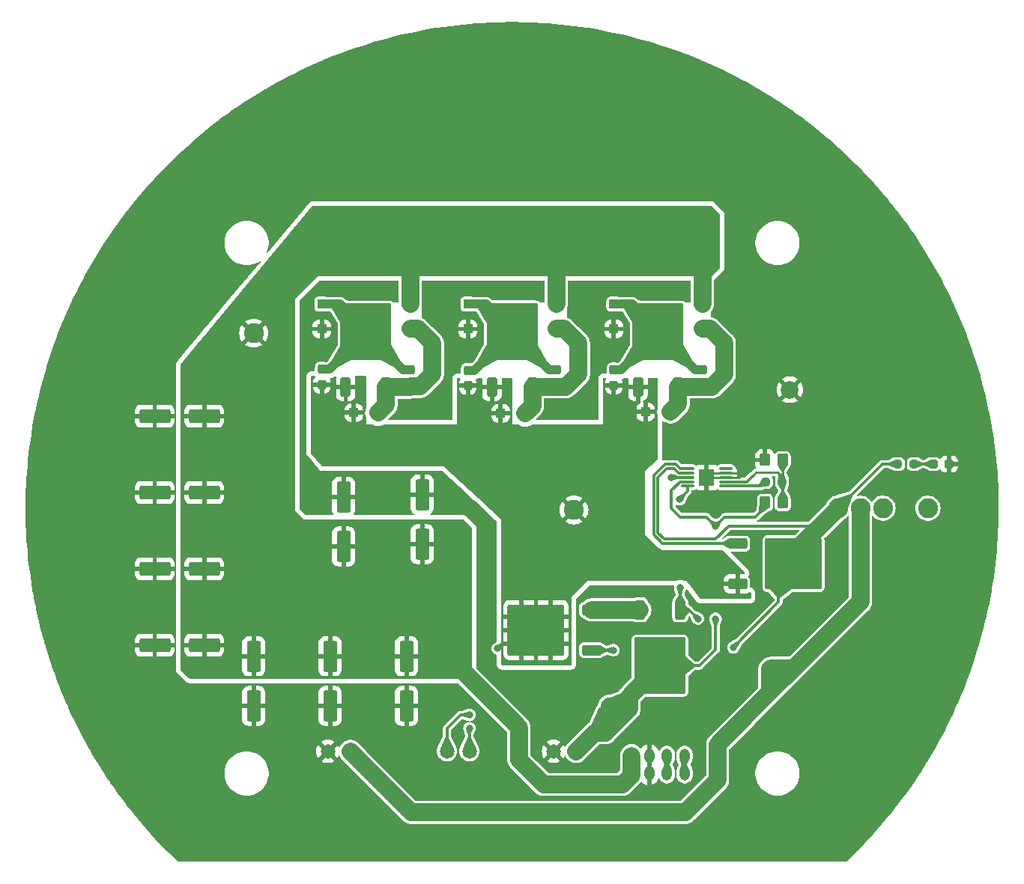
<source format=gbr>
%TF.GenerationSoftware,KiCad,Pcbnew,7.0.1-0*%
%TF.CreationDate,2023-05-25T18:05:17+09:00*%
%TF.ProjectId,Transformation,5472616e-7366-46f7-926d-6174696f6e2e,rev?*%
%TF.SameCoordinates,Original*%
%TF.FileFunction,Copper,L1,Top*%
%TF.FilePolarity,Positive*%
%FSLAX46Y46*%
G04 Gerber Fmt 4.6, Leading zero omitted, Abs format (unit mm)*
G04 Created by KiCad (PCBNEW 7.0.1-0) date 2023-05-25 18:05:17*
%MOMM*%
%LPD*%
G01*
G04 APERTURE LIST*
G04 Aperture macros list*
%AMRoundRect*
0 Rectangle with rounded corners*
0 $1 Rounding radius*
0 $2 $3 $4 $5 $6 $7 $8 $9 X,Y pos of 4 corners*
0 Add a 4 corners polygon primitive as box body*
4,1,4,$2,$3,$4,$5,$6,$7,$8,$9,$2,$3,0*
0 Add four circle primitives for the rounded corners*
1,1,$1+$1,$2,$3*
1,1,$1+$1,$4,$5*
1,1,$1+$1,$6,$7*
1,1,$1+$1,$8,$9*
0 Add four rect primitives between the rounded corners*
20,1,$1+$1,$2,$3,$4,$5,0*
20,1,$1+$1,$4,$5,$6,$7,0*
20,1,$1+$1,$6,$7,$8,$9,0*
20,1,$1+$1,$8,$9,$2,$3,0*%
G04 Aperture macros list end*
%TA.AperFunction,SMDPad,CuDef*%
%ADD10RoundRect,0.075000X0.650000X0.075000X-0.650000X0.075000X-0.650000X-0.075000X0.650000X-0.075000X0*%
%TD*%
%TA.AperFunction,SMDPad,CuDef*%
%ADD11R,1.680000X1.880000*%
%TD*%
%TA.AperFunction,SMDPad,CuDef*%
%ADD12RoundRect,0.250000X-0.350000X0.850000X-0.350000X-0.850000X0.350000X-0.850000X0.350000X0.850000X0*%
%TD*%
%TA.AperFunction,SMDPad,CuDef*%
%ADD13RoundRect,0.250000X-1.125000X1.275000X-1.125000X-1.275000X1.125000X-1.275000X1.125000X1.275000X0*%
%TD*%
%TA.AperFunction,SMDPad,CuDef*%
%ADD14RoundRect,0.249997X-2.650003X2.950003X-2.650003X-2.950003X2.650003X-2.950003X2.650003X2.950003X0*%
%TD*%
%TA.AperFunction,SMDPad,CuDef*%
%ADD15RoundRect,0.237500X0.287500X0.237500X-0.287500X0.237500X-0.287500X-0.237500X0.287500X-0.237500X0*%
%TD*%
%TA.AperFunction,SMDPad,CuDef*%
%ADD16RoundRect,0.250000X-0.850000X-0.350000X0.850000X-0.350000X0.850000X0.350000X-0.850000X0.350000X0*%
%TD*%
%TA.AperFunction,SMDPad,CuDef*%
%ADD17RoundRect,0.250000X-1.275000X-1.125000X1.275000X-1.125000X1.275000X1.125000X-1.275000X1.125000X0*%
%TD*%
%TA.AperFunction,SMDPad,CuDef*%
%ADD18RoundRect,0.249997X-2.950003X-2.650003X2.950003X-2.650003X2.950003X2.650003X-2.950003X2.650003X0*%
%TD*%
%TA.AperFunction,SMDPad,CuDef*%
%ADD19RoundRect,0.250000X1.500000X0.550000X-1.500000X0.550000X-1.500000X-0.550000X1.500000X-0.550000X0*%
%TD*%
%TA.AperFunction,SMDPad,CuDef*%
%ADD20RoundRect,0.250000X0.350000X-0.850000X0.350000X0.850000X-0.350000X0.850000X-0.350000X-0.850000X0*%
%TD*%
%TA.AperFunction,SMDPad,CuDef*%
%ADD21RoundRect,0.250000X1.125000X-1.275000X1.125000X1.275000X-1.125000X1.275000X-1.125000X-1.275000X0*%
%TD*%
%TA.AperFunction,SMDPad,CuDef*%
%ADD22RoundRect,0.249997X2.650003X-2.950003X2.650003X2.950003X-2.650003X2.950003X-2.650003X-2.950003X0*%
%TD*%
%TA.AperFunction,SMDPad,CuDef*%
%ADD23RoundRect,0.250000X-0.550000X1.500000X-0.550000X-1.500000X0.550000X-1.500000X0.550000X1.500000X0*%
%TD*%
%TA.AperFunction,ComponentPad*%
%ADD24C,2.250000*%
%TD*%
%TA.AperFunction,SMDPad,CuDef*%
%ADD25RoundRect,0.250000X0.850000X0.350000X-0.850000X0.350000X-0.850000X-0.350000X0.850000X-0.350000X0*%
%TD*%
%TA.AperFunction,SMDPad,CuDef*%
%ADD26RoundRect,0.250000X1.275000X1.125000X-1.275000X1.125000X-1.275000X-1.125000X1.275000X-1.125000X0*%
%TD*%
%TA.AperFunction,SMDPad,CuDef*%
%ADD27RoundRect,0.249997X2.950003X2.650003X-2.950003X2.650003X-2.950003X-2.650003X2.950003X-2.650003X0*%
%TD*%
%TA.AperFunction,SMDPad,CuDef*%
%ADD28RoundRect,0.237500X-0.250000X-0.237500X0.250000X-0.237500X0.250000X0.237500X-0.250000X0.237500X0*%
%TD*%
%TA.AperFunction,ComponentPad*%
%ADD29C,1.650000*%
%TD*%
%TA.AperFunction,SMDPad,CuDef*%
%ADD30RoundRect,0.250000X0.300000X-0.300000X0.300000X0.300000X-0.300000X0.300000X-0.300000X-0.300000X0*%
%TD*%
%TA.AperFunction,SMDPad,CuDef*%
%ADD31RoundRect,0.237500X0.237500X-0.300000X0.237500X0.300000X-0.237500X0.300000X-0.237500X-0.300000X0*%
%TD*%
%TA.AperFunction,SMDPad,CuDef*%
%ADD32RoundRect,0.237500X0.250000X0.237500X-0.250000X0.237500X-0.250000X-0.237500X0.250000X-0.237500X0*%
%TD*%
%TA.AperFunction,SMDPad,CuDef*%
%ADD33RoundRect,0.250000X-0.300000X0.300000X-0.300000X-0.300000X0.300000X-0.300000X0.300000X0.300000X0*%
%TD*%
%TA.AperFunction,ComponentPad*%
%ADD34RoundRect,0.250000X-0.350000X-0.560000X0.350000X-0.560000X0.350000X0.560000X-0.350000X0.560000X0*%
%TD*%
%TA.AperFunction,ComponentPad*%
%ADD35O,1.200000X1.650000*%
%TD*%
%TA.AperFunction,SMDPad,CuDef*%
%ADD36RoundRect,0.250000X0.550000X-1.500000X0.550000X1.500000X-0.550000X1.500000X-0.550000X-1.500000X0*%
%TD*%
%TA.AperFunction,ComponentPad*%
%ADD37C,2.000000*%
%TD*%
%TA.AperFunction,SMDPad,CuDef*%
%ADD38RoundRect,0.250000X-0.300000X-0.300000X0.300000X-0.300000X0.300000X0.300000X-0.300000X0.300000X0*%
%TD*%
%TA.AperFunction,SMDPad,CuDef*%
%ADD39RoundRect,0.250000X0.350000X0.450000X-0.350000X0.450000X-0.350000X-0.450000X0.350000X-0.450000X0*%
%TD*%
%TA.AperFunction,SMDPad,CuDef*%
%ADD40RoundRect,0.250000X-0.350000X-0.450000X0.350000X-0.450000X0.350000X0.450000X-0.350000X0.450000X0*%
%TD*%
%TA.AperFunction,ViaPad*%
%ADD41C,0.800000*%
%TD*%
%TA.AperFunction,Conductor*%
%ADD42C,0.250000*%
%TD*%
%TA.AperFunction,Conductor*%
%ADD43C,0.300000*%
%TD*%
%TA.AperFunction,Conductor*%
%ADD44C,2.000000*%
%TD*%
%TA.AperFunction,Conductor*%
%ADD45C,1.000000*%
%TD*%
G04 APERTURE END LIST*
D10*
%TO.P,U4,1,H1*%
%TO.N,Net-(U4-H1)*%
X169750492Y-98449344D03*
%TO.P,U4,2,E1*%
%TO.N,Net-(U4-E1)*%
X169750492Y-97949344D03*
%TO.P,U4,3,GND*%
%TO.N,GND*%
X169750492Y-97449344D03*
%TO.P,U4,4,\u002AE2*%
X169750492Y-96949344D03*
%TO.P,U4,5,\u002AH2*%
%TO.N,unconnected-(U4-\u002AH2-Pad5)*%
X169750492Y-96449344D03*
%TO.P,U4,6,G2*%
%TO.N,Net-(Q1-G)*%
X165450492Y-96449344D03*
%TO.P,U4,7,V2*%
%TO.N,+BATT*%
X165450492Y-96949344D03*
%TO.P,U4,8,VS*%
%TO.N,+VSW*%
X165450492Y-97449344D03*
%TO.P,U4,9,V1*%
%TO.N,+VDC*%
X165450492Y-97949344D03*
%TO.P,U4,10,G1*%
%TO.N,Net-(Q2-G)*%
X165450492Y-98449344D03*
D11*
%TO.P,U4,11*%
%TO.N,GND*%
X167600492Y-97449344D03*
%TD*%
D12*
%TO.P,Q2,1,G*%
%TO.N,Net-(Q2-G)*%
X164600492Y-112449344D03*
D13*
%TO.P,Q2,2,D*%
%TO.N,+VDC*%
X163845492Y-117074344D03*
X160795492Y-117074344D03*
D14*
X162320492Y-118749344D03*
D13*
X163845492Y-120424344D03*
X160795492Y-120424344D03*
D12*
%TO.P,Q2,3,S*%
%TO.N,Net-(Q2-S)*%
X160040492Y-112449344D03*
%TD*%
D15*
%TO.P,D10,1,K*%
%TO.N,GND*%
X194975492Y-95949344D03*
%TO.P,D10,2,A*%
%TO.N,Net-(D10-A)*%
X193225492Y-95949344D03*
%TD*%
D16*
%TO.P,Q1,1,G*%
%TO.N,Net-(Q1-G)*%
X171100492Y-104949344D03*
D17*
%TO.P,Q1,2,D*%
%TO.N,+BATT*%
X175725492Y-105704344D03*
X175725492Y-108754344D03*
D18*
X177400492Y-107229344D03*
D17*
X179075492Y-105704344D03*
X179075492Y-108754344D03*
D16*
%TO.P,Q1,3,S*%
%TO.N,+VSW*%
X171100492Y-109509344D03*
%TD*%
D19*
%TO.P,C14,1*%
%TO.N,+12V*%
X110808492Y-116443344D03*
%TO.P,C14,2*%
%TO.N,GND*%
X105208492Y-116443344D03*
%TD*%
D20*
%TO.P,U3,1,IN*%
%TO.N,+VSW*%
X159820492Y-87259344D03*
D21*
%TO.P,U3,2,GND*%
%TO.N,Net-(D3-A)*%
X160575492Y-82634344D03*
X163625492Y-82634344D03*
D22*
X162100492Y-80959344D03*
D21*
X160575492Y-79284344D03*
X163625492Y-79284344D03*
D20*
%TO.P,U3,3,OUT*%
%TO.N,Net-(D6-A)*%
X164380492Y-87259344D03*
%TD*%
D23*
%TO.P,C8,1*%
%TO.N,+12V*%
X125026492Y-117707344D03*
%TO.P,C8,2*%
%TO.N,GND*%
X125026492Y-123307344D03*
%TD*%
D20*
%TO.P,U1,1,IN*%
%TO.N,+VSW*%
X126795492Y-87259344D03*
D21*
%TO.P,U1,2,GND*%
%TO.N,Net-(D2-A)*%
X127550492Y-82634344D03*
X130600492Y-82634344D03*
D22*
X129075492Y-80959344D03*
D21*
X127550492Y-79284344D03*
X130600492Y-79284344D03*
D20*
%TO.P,U1,3,OUT*%
%TO.N,Net-(D1-A)*%
X131355492Y-87259344D03*
%TD*%
D24*
%TO.P,TP3,1,1*%
%TO.N,+VSW*%
X152600492Y-101149344D03*
%TD*%
%TO.P,TP4,1,1*%
%TO.N,+VDC*%
X156700492Y-123449344D03*
%TD*%
%TO.P,TP5,1,1*%
%TO.N,Net-(J4-Pin_2)*%
X174850492Y-119199344D03*
%TD*%
D25*
%TO.P,Q3,1,G*%
%TO.N,Net-(Q2-G)*%
X154600492Y-117009344D03*
D26*
%TO.P,Q3,2,D*%
%TO.N,+VSW*%
X149975492Y-116254344D03*
X149975492Y-113204344D03*
D27*
X148300492Y-114729344D03*
D26*
X146625492Y-116254344D03*
X146625492Y-113204344D03*
D25*
%TO.P,Q3,3,S*%
%TO.N,Net-(Q2-S)*%
X154600492Y-112449344D03*
%TD*%
D28*
%TO.P,R3,1*%
%TO.N,+BATT*%
X189187992Y-95949344D03*
%TO.P,R3,2*%
%TO.N,Net-(D10-A)*%
X191012992Y-95949344D03*
%TD*%
D23*
%TO.P,C15,1*%
%TO.N,+12V*%
X116390492Y-117707344D03*
%TO.P,C15,2*%
%TO.N,GND*%
X116390492Y-123307344D03*
%TD*%
D29*
%TO.P,J3,1,Pin_1*%
%TO.N,GND*%
X150299492Y-128449344D03*
%TO.P,J3,2,Pin_2*%
%TO.N,+VDC*%
X152839492Y-128449344D03*
%TD*%
D23*
%TO.P,C7,1*%
%TO.N,+12V*%
X133662492Y-117707344D03*
%TO.P,C7,2*%
%TO.N,GND*%
X133662492Y-123307344D03*
%TD*%
D30*
%TO.P,D2,1,K*%
%TO.N,GND*%
X124100492Y-80674344D03*
%TO.P,D2,2,A*%
%TO.N,Net-(D2-A)*%
X124100492Y-77874344D03*
%TD*%
D31*
%TO.P,C6,1*%
%TO.N,Net-(D4-A)*%
X150600492Y-87034344D03*
%TO.P,C6,2*%
%TO.N,Net-(D5-A)*%
X150600492Y-85309344D03*
%TD*%
D30*
%TO.P,D5,1,K*%
%TO.N,GND*%
X140600492Y-80674344D03*
%TO.P,D5,2,A*%
%TO.N,Net-(D5-A)*%
X140600492Y-77874344D03*
%TD*%
D29*
%TO.P,J4,1,Pin_1*%
%TO.N,GND*%
X124772492Y-128449344D03*
%TO.P,J4,2,Pin_2*%
%TO.N,Net-(J4-Pin_2)*%
X127312492Y-128449344D03*
%TD*%
D32*
%TO.P,R4,1*%
%TO.N,Net-(U4-E1)*%
X176100492Y-97949344D03*
%TO.P,R4,2*%
%TO.N,Net-(U4-H1)*%
X174275492Y-97949344D03*
%TD*%
D19*
%TO.P,C1,1*%
%TO.N,+12V*%
X110808492Y-90535344D03*
%TO.P,C1,2*%
%TO.N,GND*%
X105208492Y-90535344D03*
%TD*%
D29*
%TO.P,J1,1,Pin_1*%
%TO.N,+BATT*%
X138234492Y-128449344D03*
%TO.P,J1,2,Pin_2*%
%TO.N,+VSW*%
X140774492Y-128449344D03*
%TD*%
D33*
%TO.P,D4,1,K*%
%TO.N,+12V*%
X150600492Y-77874344D03*
%TO.P,D4,2,A*%
%TO.N,Net-(D4-A)*%
X150600492Y-80674344D03*
%TD*%
D30*
%TO.P,D3,1,K*%
%TO.N,GND*%
X157100492Y-80674344D03*
%TO.P,D3,2,A*%
%TO.N,Net-(D3-A)*%
X157100492Y-77874344D03*
%TD*%
D34*
%TO.P,J2,1,Pin_1*%
%TO.N,+12V*%
X159100492Y-128949344D03*
D35*
%TO.P,J2,2,Pin_2*%
X159100492Y-130949344D03*
%TO.P,J2,3,Pin_3*%
%TO.N,GND*%
X161100492Y-128949344D03*
%TO.P,J2,4,Pin_4*%
X161100492Y-130949344D03*
%TO.P,J2,5,Pin_5*%
%TO.N,Net-(J2-Pin_5)*%
X163100492Y-128949344D03*
%TO.P,J2,6,Pin_6*%
X163100492Y-130949344D03*
%TO.P,J2,7,Pin_7*%
%TO.N,Net-(J2-Pin_7)*%
X165100492Y-128949344D03*
%TO.P,J2,8,Pin_8*%
X165100492Y-130949344D03*
%TD*%
D33*
%TO.P,D1,1,K*%
%TO.N,+12V*%
X134100492Y-77874344D03*
%TO.P,D1,2,A*%
%TO.N,Net-(D1-A)*%
X134100492Y-80674344D03*
%TD*%
D19*
%TO.P,C11,1*%
%TO.N,+12V*%
X110808492Y-107807344D03*
%TO.P,C11,2*%
%TO.N,GND*%
X105208492Y-107807344D03*
%TD*%
D31*
%TO.P,C9,1*%
%TO.N,Net-(D6-A)*%
X167100492Y-87044344D03*
%TO.P,C9,2*%
%TO.N,Net-(D3-A)*%
X167100492Y-85319344D03*
%TD*%
D33*
%TO.P,D6,1,K*%
%TO.N,+12V*%
X167100492Y-77874344D03*
%TO.P,D6,2,A*%
%TO.N,Net-(D6-A)*%
X167100492Y-80674344D03*
%TD*%
D24*
%TO.P,TP2,1,1*%
%TO.N,+12V*%
X116390492Y-81137344D03*
%TD*%
D36*
%TO.P,C13,1*%
%TO.N,+12V*%
X126550492Y-105273344D03*
%TO.P,C13,2*%
%TO.N,GND*%
X126550492Y-99673344D03*
%TD*%
D24*
%TO.P,SW1,*%
%TO.N,*%
X192600492Y-100949344D03*
%TO.P,SW1,1,A*%
%TO.N,unconnected-(SW1-A-Pad1)*%
X187520492Y-100949344D03*
%TO.P,SW1,2,B*%
%TO.N,Net-(J4-Pin_2)*%
X184980492Y-100949344D03*
%TO.P,SW1,3,C*%
%TO.N,+BATT*%
X182440492Y-100949344D03*
%TD*%
D37*
%TO.P,TP1,1,1*%
%TO.N,GND*%
X177000492Y-87549344D03*
%TD*%
D31*
%TO.P,C3,1*%
%TO.N,+VSW*%
X124100492Y-86959344D03*
%TO.P,C3,2*%
%TO.N,Net-(D2-A)*%
X124100492Y-85234344D03*
%TD*%
%TO.P,C2,1*%
%TO.N,Net-(D1-A)*%
X134100492Y-86996844D03*
%TO.P,C2,2*%
%TO.N,Net-(D2-A)*%
X134100492Y-85271844D03*
%TD*%
%TO.P,C5,1*%
%TO.N,+VSW*%
X140600492Y-87071844D03*
%TO.P,C5,2*%
%TO.N,Net-(D5-A)*%
X140600492Y-85346844D03*
%TD*%
D38*
%TO.P,D7,1,K*%
%TO.N,+VSW*%
X127700492Y-90134344D03*
%TO.P,D7,2,A*%
%TO.N,Net-(D1-A)*%
X130500492Y-90134344D03*
%TD*%
D31*
%TO.P,C4,1*%
%TO.N,+VSW*%
X157100492Y-87044344D03*
%TO.P,C4,2*%
%TO.N,Net-(D3-A)*%
X157100492Y-85319344D03*
%TD*%
D20*
%TO.P,U2,1,IN*%
%TO.N,+VSW*%
X143320492Y-87249344D03*
D21*
%TO.P,U2,2,GND*%
%TO.N,Net-(D5-A)*%
X144075492Y-82624344D03*
X147125492Y-82624344D03*
D22*
X145600492Y-80949344D03*
D21*
X144075492Y-79274344D03*
X147125492Y-79274344D03*
D20*
%TO.P,U2,3,OUT*%
%TO.N,Net-(D4-A)*%
X147880492Y-87249344D03*
%TD*%
D38*
%TO.P,D8,1,K*%
%TO.N,+VSW*%
X144300492Y-90209344D03*
%TO.P,D8,2,A*%
%TO.N,Net-(D4-A)*%
X147100492Y-90209344D03*
%TD*%
D36*
%TO.P,C12,1*%
%TO.N,+12V*%
X135440492Y-105019344D03*
%TO.P,C12,2*%
%TO.N,GND*%
X135440492Y-99419344D03*
%TD*%
D39*
%TO.P,R1,1*%
%TO.N,Net-(U4-E1)*%
X176187992Y-100314344D03*
%TO.P,R1,2*%
%TO.N,+VDC*%
X174187992Y-100314344D03*
%TD*%
D38*
%TO.P,D9,1,K*%
%TO.N,+VSW*%
X160700492Y-90059344D03*
%TO.P,D9,2,A*%
%TO.N,Net-(D6-A)*%
X163500492Y-90059344D03*
%TD*%
D40*
%TO.P,R2,1*%
%TO.N,GND*%
X174187992Y-95488344D03*
%TO.P,R2,2*%
%TO.N,Net-(U4-E1)*%
X176187992Y-95488344D03*
%TD*%
D19*
%TO.P,C10,1*%
%TO.N,+12V*%
X110808492Y-99171344D03*
%TO.P,C10,2*%
%TO.N,GND*%
X105208492Y-99171344D03*
%TD*%
D41*
%TO.N,+VSW*%
X143975492Y-116824344D03*
X163600492Y-97449344D03*
X140774492Y-125841344D03*
X159600492Y-97449344D03*
%TO.N,GND*%
X192100492Y-126449344D03*
X125100492Y-131699344D03*
X166100492Y-123449344D03*
X111818492Y-124063344D03*
X171850492Y-95949344D03*
X95600492Y-81949344D03*
X142600492Y-108449344D03*
X92600492Y-98949344D03*
X154850492Y-90449344D03*
X138350492Y-90449344D03*
X132850492Y-90449344D03*
X182600492Y-103949344D03*
X176350492Y-123199344D03*
X136100492Y-75949344D03*
X187100492Y-103449344D03*
X149600492Y-90199344D03*
X108100492Y-62949344D03*
X165100492Y-75949344D03*
X154350492Y-56449344D03*
X186100492Y-98949344D03*
X165850492Y-100699344D03*
X145600492Y-47449344D03*
X110600492Y-138949344D03*
X122100492Y-65449344D03*
X170100492Y-66949344D03*
X171600492Y-82449344D03*
X146870492Y-139303344D03*
X143600492Y-119949344D03*
X167100492Y-52449344D03*
X183100492Y-62949344D03*
X179600492Y-111449344D03*
X184850492Y-123699344D03*
X181100492Y-139449344D03*
X152850492Y-76199344D03*
X122100492Y-80949344D03*
X136350492Y-57199344D03*
X199600492Y-99449344D03*
X140393492Y-122793344D03*
X138600492Y-82449344D03*
X154500492Y-121849344D03*
X172600492Y-99699344D03*
X197600492Y-113949344D03*
X144076492Y-126603344D03*
X132100492Y-75949344D03*
X163600492Y-93449344D03*
X181100492Y-85699344D03*
X174937492Y-101838344D03*
X94600492Y-113949344D03*
X101600492Y-129949344D03*
X195100492Y-82449344D03*
X137980492Y-123047344D03*
X184600492Y-114949344D03*
X124100492Y-52449344D03*
X142600492Y-115949344D03*
X155100492Y-82449344D03*
X110100492Y-79949344D03*
X148350492Y-75949344D03*
X169600492Y-75949344D03*
X152712492Y-125460344D03*
X185100492Y-96449344D03*
%TO.N,+BATT*%
X140774492Y-124317344D03*
X170600492Y-116699344D03*
%TO.N,+VDC*%
X168600492Y-102949344D03*
X168600492Y-113449344D03*
%TO.N,Net-(Q2-G)*%
X164600492Y-109949344D03*
X164530492Y-99944344D03*
X166600492Y-113449344D03*
X157040492Y-117009344D03*
%TD*%
D42*
%TO.N,GND*%
X171198492Y-97449344D02*
X171508492Y-97139344D01*
X169750492Y-97449344D02*
X171198492Y-97449344D01*
X171190492Y-96949344D02*
X171254492Y-96885344D01*
X169750492Y-96949344D02*
X171190492Y-96949344D01*
X169750492Y-96949344D02*
X168100492Y-96949344D01*
X168100492Y-96949344D02*
X167600492Y-97449344D01*
X169750492Y-97449344D02*
X167600492Y-97449344D01*
%TO.N,Net-(U4-E1)*%
X176100492Y-97413344D02*
X175572492Y-96885344D01*
X176100492Y-97949344D02*
X176100492Y-97413344D01*
X175572492Y-96885344D02*
X173164492Y-96885344D01*
X173164492Y-96885344D02*
X172778492Y-97271344D01*
X176187992Y-95488344D02*
X176187992Y-97861844D01*
X176187992Y-97861844D02*
X176100492Y-97949344D01*
D43*
X172778492Y-97271344D02*
X172100492Y-97949344D01*
X172100492Y-97949344D02*
X169762992Y-97949344D01*
D44*
%TO.N,Net-(J4-Pin_2)*%
X172080492Y-124429344D02*
X176041492Y-120468344D01*
X176041492Y-120468344D02*
X184980492Y-111529344D01*
D42*
X174850492Y-119199344D02*
X176041492Y-120390344D01*
X176041492Y-120390344D02*
X176041492Y-120468344D01*
D43*
%TO.N,+VSW*%
X165437992Y-97449344D02*
X163600492Y-97449344D01*
X144545492Y-116254344D02*
X146625492Y-116254344D01*
X140774492Y-125841344D02*
X140774492Y-128449344D01*
X143975492Y-116824344D02*
X144545492Y-116254344D01*
D45*
%TO.N,Net-(D3-A)*%
X157890492Y-85319344D02*
X160575492Y-82634344D01*
X167100492Y-85319344D02*
X166310492Y-85319344D01*
X166310492Y-85319344D02*
X163625492Y-82634344D01*
X157100492Y-85319344D02*
X157890492Y-85319344D01*
X157100492Y-77874344D02*
X159165492Y-77874344D01*
X159165492Y-77874344D02*
X160575492Y-79284344D01*
D44*
%TO.N,Net-(D1-A)*%
X131355492Y-87259344D02*
X134012992Y-87259344D01*
X136600492Y-85774344D02*
X136600492Y-82274344D01*
X131355492Y-89279344D02*
X130500492Y-90134344D01*
X134012992Y-87259344D02*
X134100492Y-87171844D01*
X134100492Y-87171844D02*
X135202992Y-87171844D01*
X135202992Y-87171844D02*
X136600492Y-85774344D01*
X131355492Y-87259344D02*
X131355492Y-89279344D01*
X136600492Y-82274344D02*
X135000492Y-80674344D01*
X135000492Y-80674344D02*
X134100492Y-80674344D01*
%TO.N,+12V*%
X159100492Y-131137344D02*
X158046492Y-132191344D01*
X159100492Y-130949344D02*
X159100492Y-131137344D01*
X146370492Y-129405344D02*
X146370492Y-125719344D01*
X158046492Y-132191344D02*
X149156492Y-132191344D01*
X159100492Y-128949344D02*
X159100492Y-130949344D01*
X167100492Y-77874344D02*
X167100492Y-73949344D01*
X150600492Y-77874344D02*
X150600492Y-73949344D01*
X134100492Y-77874344D02*
X134100492Y-73949344D01*
X146370492Y-125719344D02*
X140100492Y-119449344D01*
X149156492Y-132191344D02*
X146370492Y-129405344D01*
D45*
%TO.N,Net-(D5-A)*%
X140600492Y-77874344D02*
X142675492Y-77874344D01*
X140600492Y-85346844D02*
X141352992Y-85346844D01*
X142675492Y-77874344D02*
X144075492Y-79274344D01*
X149810492Y-85309344D02*
X147125492Y-82624344D01*
X150600492Y-85309344D02*
X149810492Y-85309344D01*
X141352992Y-85346844D02*
X144075492Y-82624344D01*
D44*
%TO.N,Net-(D4-A)*%
X151665492Y-87209344D02*
X153100492Y-85774344D01*
X151500492Y-80674344D02*
X150600492Y-80674344D01*
X153100492Y-85774344D02*
X153100492Y-82274344D01*
X150600492Y-87209344D02*
X151665492Y-87209344D01*
X147880492Y-89429344D02*
X147100492Y-90209344D01*
X150600492Y-87209344D02*
X147920492Y-87209344D01*
X147880492Y-87249344D02*
X147880492Y-89429344D01*
X153100492Y-82274344D02*
X151500492Y-80674344D01*
X147920492Y-87209344D02*
X147880492Y-87249344D01*
D45*
%TO.N,Net-(D2-A)*%
X133237992Y-85271844D02*
X130600492Y-82634344D01*
X124100492Y-77874344D02*
X126140492Y-77874344D01*
X134100492Y-85271844D02*
X133237992Y-85271844D01*
X124100492Y-85234344D02*
X124950492Y-85234344D01*
X126140492Y-77874344D02*
X127550492Y-79284344D01*
X124950492Y-85234344D02*
X127550492Y-82634344D01*
D44*
%TO.N,Net-(D6-A)*%
X167100492Y-87219344D02*
X168155492Y-87219344D01*
X169600492Y-82274344D02*
X168000492Y-80674344D01*
X169600492Y-85774344D02*
X169600492Y-82274344D01*
X164380492Y-89179344D02*
X163500492Y-90059344D01*
X167100492Y-87219344D02*
X164420492Y-87219344D01*
X164420492Y-87219344D02*
X164380492Y-87259344D01*
X168000492Y-80674344D02*
X167100492Y-80674344D01*
X164380492Y-87259344D02*
X164380492Y-89179344D01*
X168155492Y-87219344D02*
X169600492Y-85774344D01*
%TO.N,+BATT*%
X177400492Y-105989344D02*
X180020492Y-103369344D01*
D43*
X170100492Y-102949344D02*
X179600492Y-102949344D01*
X168600492Y-104449344D02*
X170100492Y-102949344D01*
X139758492Y-124317344D02*
X138234492Y-125841344D01*
X163100492Y-96449344D02*
X162100492Y-97449344D01*
X162807598Y-104449344D02*
X168600492Y-104449344D01*
X170600492Y-116699344D02*
X175725492Y-111574344D01*
X175725492Y-111574344D02*
X175725492Y-108754344D01*
X162100492Y-103742238D02*
X162807598Y-104449344D01*
X187440492Y-95949344D02*
X189187992Y-95949344D01*
X163893386Y-96449344D02*
X163100492Y-96449344D01*
X182440492Y-100949344D02*
X187440492Y-95949344D01*
X179600492Y-102949344D02*
X180020492Y-103369344D01*
X162100492Y-97449344D02*
X162100492Y-103742238D01*
X164393386Y-96949344D02*
X163893386Y-96449344D01*
X165437992Y-96949344D02*
X164393386Y-96949344D01*
X138234492Y-125841344D02*
X138234492Y-128449344D01*
D44*
X180020492Y-103369344D02*
X182440492Y-100949344D01*
D43*
X140774492Y-124317344D02*
X139758492Y-124317344D01*
%TO.N,+VDC*%
X174187992Y-100861844D02*
X173100492Y-101949344D01*
X173100492Y-101949344D02*
X169600492Y-101949344D01*
X168600492Y-102949344D02*
X167600492Y-101949344D01*
X163600492Y-98948303D02*
X164599451Y-97949344D01*
X164599451Y-97949344D02*
X165437992Y-97949344D01*
X174187992Y-100060344D02*
X174187992Y-100861844D01*
D44*
X158808492Y-123682344D02*
X158808492Y-122261344D01*
D43*
X169600492Y-101949344D02*
X168600492Y-102949344D01*
D44*
X156141492Y-126349344D02*
X158808492Y-123682344D01*
D43*
X163600492Y-100949344D02*
X163600492Y-98948303D01*
D44*
X154939492Y-126349344D02*
X156141492Y-126349344D01*
D43*
X166800492Y-118749344D02*
X162320492Y-118749344D01*
D44*
X152839492Y-128449344D02*
X154939492Y-126349344D01*
D43*
X164600492Y-101949344D02*
X163600492Y-100949344D01*
X167600492Y-101949344D02*
X164600492Y-101949344D01*
X168600492Y-113449344D02*
X168600492Y-116949344D01*
X168600492Y-116949344D02*
X166800492Y-118749344D01*
D44*
X158808492Y-122261344D02*
X162320492Y-118749344D01*
D43*
%TO.N,Net-(Q1-G)*%
X161600492Y-103949344D02*
X162600492Y-104949344D01*
X161600492Y-97242238D02*
X161600492Y-103949344D01*
X164600492Y-96449344D02*
X164100492Y-95949344D01*
X162600492Y-104949344D02*
X171100492Y-104949344D01*
X164100492Y-95949344D02*
X162893386Y-95949344D01*
X162893386Y-95949344D02*
X161600492Y-97242238D01*
X165437992Y-96449344D02*
X164600492Y-96449344D01*
D44*
%TO.N,Net-(J4-Pin_2)*%
X184980492Y-111529344D02*
X184980492Y-100949344D01*
X127312492Y-128449344D02*
X134229492Y-135366344D01*
X168841492Y-131683344D02*
X168841492Y-127668344D01*
X134229492Y-135366344D02*
X165158492Y-135366344D01*
X168841492Y-127668344D02*
X172080492Y-124429344D01*
X165158492Y-135366344D02*
X168841492Y-131683344D01*
D43*
%TO.N,Net-(Q2-G)*%
X165437992Y-99036844D02*
X165437992Y-98449344D01*
X165600492Y-112449344D02*
X166600492Y-113449344D01*
X164600492Y-112449344D02*
X165600492Y-112449344D01*
X164600492Y-109949344D02*
X164600492Y-112449344D01*
X164530492Y-99944344D02*
X165437992Y-99036844D01*
X157040492Y-117009344D02*
X154600492Y-117009344D01*
%TO.N,Net-(U4-E1)*%
X176187992Y-100060344D02*
X176187992Y-99949344D01*
X176207492Y-98056344D02*
X176207492Y-100040844D01*
X176207492Y-100040844D02*
X176187992Y-100060344D01*
X176100492Y-97949344D02*
X176207492Y-98056344D01*
%TO.N,Net-(U4-H1)*%
X174275492Y-97949344D02*
X173775492Y-98449344D01*
X173775492Y-98449344D02*
X169762992Y-98449344D01*
D44*
%TO.N,Net-(Q2-S)*%
X160040492Y-112449344D02*
X154600492Y-112449344D01*
D43*
%TO.N,Net-(D10-A)*%
X191012992Y-95949344D02*
X193225492Y-95949344D01*
D42*
%TO.N,Net-(J2-Pin_5)*%
X163100492Y-128949344D02*
X163100492Y-130949344D01*
%TO.N,Net-(J2-Pin_7)*%
X165100492Y-130949344D02*
X165100492Y-128949344D01*
%TD*%
%TA.AperFunction,Conductor*%
%TO.N,Net-(J4-Pin_2)*%
G36*
X177284327Y-118059877D02*
G01*
X177307346Y-118087926D01*
X177310903Y-118124037D01*
X177293798Y-118156038D01*
X173808124Y-121641711D01*
X173776028Y-121658835D01*
X173739834Y-121655185D01*
X173711803Y-121631999D01*
X173701431Y-121597134D01*
X173716176Y-119209403D01*
X173720242Y-119187614D01*
X173991834Y-118472151D01*
X174022312Y-118438433D01*
X174787296Y-118055942D01*
X174815247Y-118049344D01*
X177249604Y-118049344D01*
X177284327Y-118059877D01*
G37*
%TD.AperFunction*%
%TD*%
%TA.AperFunction,Conductor*%
%TO.N,+12V*%
G36*
X168096583Y-66728783D02*
G01*
X168136811Y-66755663D01*
X169064173Y-67683025D01*
X169091053Y-67723253D01*
X169100492Y-67770706D01*
X169100492Y-73667982D01*
X169091053Y-73715435D01*
X169064173Y-73755663D01*
X168136811Y-74683025D01*
X168096583Y-74709905D01*
X168049130Y-74719344D01*
X123600491Y-74719344D01*
X121100492Y-77219343D01*
X121100492Y-77219344D01*
X121100492Y-101219344D01*
X122100492Y-102219344D01*
X140049130Y-102219344D01*
X140096583Y-102228783D01*
X140136811Y-102255663D01*
X141064173Y-103183025D01*
X141091053Y-103223253D01*
X141100492Y-103270706D01*
X141100492Y-119167982D01*
X141091053Y-119215435D01*
X141064173Y-119255663D01*
X140136811Y-120183025D01*
X140096583Y-120209905D01*
X140049130Y-120219344D01*
X109151854Y-120219344D01*
X109104401Y-120209905D01*
X109064173Y-120183025D01*
X108136811Y-119255663D01*
X108109931Y-119215435D01*
X108100492Y-119167982D01*
X108100492Y-117957344D01*
X115090493Y-117957344D01*
X115090493Y-119257323D01*
X115100985Y-119360039D01*
X115156134Y-119526466D01*
X115248175Y-119675689D01*
X115372146Y-119799660D01*
X115521369Y-119891701D01*
X115687795Y-119946850D01*
X115790513Y-119957344D01*
X116140492Y-119957344D01*
X116140492Y-117957344D01*
X116640492Y-117957344D01*
X116640492Y-119957343D01*
X116990471Y-119957343D01*
X117093187Y-119946850D01*
X117259614Y-119891701D01*
X117408837Y-119799660D01*
X117532808Y-119675689D01*
X117624849Y-119526466D01*
X117679998Y-119360040D01*
X117690492Y-119257323D01*
X117690492Y-117957344D01*
X123726493Y-117957344D01*
X123726493Y-119257323D01*
X123736985Y-119360039D01*
X123792134Y-119526466D01*
X123884175Y-119675689D01*
X124008146Y-119799660D01*
X124157369Y-119891701D01*
X124323795Y-119946850D01*
X124426513Y-119957344D01*
X124776492Y-119957344D01*
X124776492Y-117957344D01*
X125276492Y-117957344D01*
X125276492Y-119957343D01*
X125626471Y-119957343D01*
X125729187Y-119946850D01*
X125895614Y-119891701D01*
X126044837Y-119799660D01*
X126168808Y-119675689D01*
X126260849Y-119526466D01*
X126315998Y-119360040D01*
X126326492Y-119257323D01*
X126326492Y-117957344D01*
X132362493Y-117957344D01*
X132362493Y-119257323D01*
X132372985Y-119360039D01*
X132428134Y-119526466D01*
X132520175Y-119675689D01*
X132644146Y-119799660D01*
X132793369Y-119891701D01*
X132959795Y-119946850D01*
X133062513Y-119957344D01*
X133412492Y-119957344D01*
X133412492Y-117957344D01*
X133912492Y-117957344D01*
X133912492Y-119957343D01*
X134262471Y-119957343D01*
X134365187Y-119946850D01*
X134531614Y-119891701D01*
X134680837Y-119799660D01*
X134804808Y-119675689D01*
X134896849Y-119526466D01*
X134951998Y-119360040D01*
X134962492Y-119257323D01*
X134962492Y-117957344D01*
X133912492Y-117957344D01*
X133412492Y-117957344D01*
X132362493Y-117957344D01*
X126326492Y-117957344D01*
X125276492Y-117957344D01*
X124776492Y-117957344D01*
X123726493Y-117957344D01*
X117690492Y-117957344D01*
X116640492Y-117957344D01*
X116140492Y-117957344D01*
X115090493Y-117957344D01*
X108100492Y-117957344D01*
X108100492Y-116693344D01*
X108558493Y-116693344D01*
X108558493Y-117043323D01*
X108568985Y-117146039D01*
X108624134Y-117312466D01*
X108716175Y-117461689D01*
X108840146Y-117585660D01*
X108989369Y-117677701D01*
X109155795Y-117732850D01*
X109258513Y-117743344D01*
X110558492Y-117743344D01*
X110558492Y-116693344D01*
X111058492Y-116693344D01*
X111058492Y-117743343D01*
X112358471Y-117743343D01*
X112461187Y-117732850D01*
X112627614Y-117677701D01*
X112776837Y-117585660D01*
X112900808Y-117461689D01*
X112903488Y-117457344D01*
X115090492Y-117457344D01*
X116140492Y-117457344D01*
X116140492Y-115457345D01*
X115790513Y-115457345D01*
X115687796Y-115467837D01*
X115521369Y-115522986D01*
X115372146Y-115615027D01*
X115248175Y-115738998D01*
X115156134Y-115888221D01*
X115100985Y-116054647D01*
X115090492Y-116157365D01*
X115090492Y-117457344D01*
X112903488Y-117457344D01*
X112992849Y-117312466D01*
X113047998Y-117146040D01*
X113058492Y-117043323D01*
X113058492Y-116693344D01*
X111058492Y-116693344D01*
X110558492Y-116693344D01*
X108558493Y-116693344D01*
X108100492Y-116693344D01*
X108100492Y-116193344D01*
X108558492Y-116193344D01*
X110558492Y-116193344D01*
X110558492Y-115143345D01*
X109258513Y-115143345D01*
X109155796Y-115153837D01*
X108989369Y-115208986D01*
X108840146Y-115301027D01*
X108716175Y-115424998D01*
X108624134Y-115574221D01*
X108568985Y-115740647D01*
X108558492Y-115843365D01*
X108558492Y-116193344D01*
X108100492Y-116193344D01*
X108100492Y-115143344D01*
X111058492Y-115143344D01*
X111058492Y-116193344D01*
X113058491Y-116193344D01*
X113058491Y-115843365D01*
X113047998Y-115740648D01*
X112992849Y-115574221D01*
X112920759Y-115457344D01*
X116640492Y-115457344D01*
X116640492Y-117457344D01*
X117690491Y-117457344D01*
X123726492Y-117457344D01*
X124776492Y-117457344D01*
X124776492Y-115457345D01*
X124426513Y-115457345D01*
X124323796Y-115467837D01*
X124157369Y-115522986D01*
X124008146Y-115615027D01*
X123884175Y-115738998D01*
X123792134Y-115888221D01*
X123736985Y-116054647D01*
X123726492Y-116157365D01*
X123726492Y-117457344D01*
X117690491Y-117457344D01*
X117690491Y-116157365D01*
X117679998Y-116054648D01*
X117624849Y-115888221D01*
X117532808Y-115738998D01*
X117408837Y-115615027D01*
X117259614Y-115522986D01*
X117093188Y-115467837D01*
X116990471Y-115457344D01*
X125276492Y-115457344D01*
X125276492Y-117457344D01*
X126326491Y-117457344D01*
X132362492Y-117457344D01*
X133412492Y-117457344D01*
X133412492Y-115457345D01*
X133062513Y-115457345D01*
X132959796Y-115467837D01*
X132793369Y-115522986D01*
X132644146Y-115615027D01*
X132520175Y-115738998D01*
X132428134Y-115888221D01*
X132372985Y-116054647D01*
X132362492Y-116157365D01*
X132362492Y-117457344D01*
X126326491Y-117457344D01*
X126326491Y-116157365D01*
X126315998Y-116054648D01*
X126260849Y-115888221D01*
X126168808Y-115738998D01*
X126044837Y-115615027D01*
X125895614Y-115522986D01*
X125729188Y-115467837D01*
X125626471Y-115457344D01*
X133912492Y-115457344D01*
X133912492Y-117457344D01*
X134962491Y-117457344D01*
X134962491Y-116157365D01*
X134951998Y-116054648D01*
X134896849Y-115888221D01*
X134804808Y-115738998D01*
X134680837Y-115615027D01*
X134531614Y-115522986D01*
X134365188Y-115467837D01*
X134262471Y-115457344D01*
X133912492Y-115457344D01*
X125626471Y-115457344D01*
X125276492Y-115457344D01*
X116990471Y-115457344D01*
X116640492Y-115457344D01*
X112920759Y-115457344D01*
X112900808Y-115424998D01*
X112776837Y-115301027D01*
X112627614Y-115208986D01*
X112461188Y-115153837D01*
X112358471Y-115143344D01*
X111058492Y-115143344D01*
X108100492Y-115143344D01*
X108100492Y-108057344D01*
X108558493Y-108057344D01*
X108558493Y-108407323D01*
X108568985Y-108510039D01*
X108624134Y-108676466D01*
X108716175Y-108825689D01*
X108840146Y-108949660D01*
X108989369Y-109041701D01*
X109155795Y-109096850D01*
X109258513Y-109107344D01*
X110558492Y-109107344D01*
X110558492Y-108057344D01*
X111058492Y-108057344D01*
X111058492Y-109107343D01*
X112358471Y-109107343D01*
X112461187Y-109096850D01*
X112627614Y-109041701D01*
X112776837Y-108949660D01*
X112900808Y-108825689D01*
X112992849Y-108676466D01*
X113047998Y-108510040D01*
X113058492Y-108407323D01*
X113058492Y-108057344D01*
X111058492Y-108057344D01*
X110558492Y-108057344D01*
X108558493Y-108057344D01*
X108100492Y-108057344D01*
X108100492Y-107557344D01*
X108558492Y-107557344D01*
X110558492Y-107557344D01*
X110558492Y-106507345D01*
X109258513Y-106507345D01*
X109155796Y-106517837D01*
X108989369Y-106572986D01*
X108840146Y-106665027D01*
X108716175Y-106788998D01*
X108624134Y-106938221D01*
X108568985Y-107104647D01*
X108558492Y-107207365D01*
X108558492Y-107557344D01*
X108100492Y-107557344D01*
X108100492Y-106507344D01*
X111058492Y-106507344D01*
X111058492Y-107557344D01*
X113058491Y-107557344D01*
X113058491Y-107207365D01*
X113047998Y-107104648D01*
X112992849Y-106938221D01*
X112900808Y-106788998D01*
X112776837Y-106665027D01*
X112627614Y-106572986D01*
X112461188Y-106517837D01*
X112358471Y-106507344D01*
X111058492Y-106507344D01*
X108100492Y-106507344D01*
X108100492Y-105523344D01*
X125250493Y-105523344D01*
X125250493Y-106823323D01*
X125260985Y-106926039D01*
X125316134Y-107092466D01*
X125408175Y-107241689D01*
X125532146Y-107365660D01*
X125681369Y-107457701D01*
X125847795Y-107512850D01*
X125950513Y-107523344D01*
X126300492Y-107523344D01*
X126300492Y-105523344D01*
X126800492Y-105523344D01*
X126800492Y-107523343D01*
X127150471Y-107523343D01*
X127253187Y-107512850D01*
X127419614Y-107457701D01*
X127568837Y-107365660D01*
X127692808Y-107241689D01*
X127784849Y-107092466D01*
X127839998Y-106926040D01*
X127850492Y-106823323D01*
X127850492Y-105523344D01*
X126800492Y-105523344D01*
X126300492Y-105523344D01*
X125250493Y-105523344D01*
X108100492Y-105523344D01*
X108100492Y-105269344D01*
X134140493Y-105269344D01*
X134140493Y-106569323D01*
X134150985Y-106672039D01*
X134206134Y-106838466D01*
X134298175Y-106987689D01*
X134422146Y-107111660D01*
X134571369Y-107203701D01*
X134737795Y-107258850D01*
X134840513Y-107269344D01*
X135190492Y-107269344D01*
X135190492Y-105269344D01*
X135690492Y-105269344D01*
X135690492Y-107269343D01*
X136040471Y-107269343D01*
X136143187Y-107258850D01*
X136309614Y-107203701D01*
X136458837Y-107111660D01*
X136582808Y-106987689D01*
X136674849Y-106838466D01*
X136729998Y-106672040D01*
X136740492Y-106569323D01*
X136740492Y-105269344D01*
X135690492Y-105269344D01*
X135190492Y-105269344D01*
X134140493Y-105269344D01*
X108100492Y-105269344D01*
X108100492Y-105023344D01*
X125250492Y-105023344D01*
X126300492Y-105023344D01*
X126300492Y-103023345D01*
X125950513Y-103023345D01*
X125847796Y-103033837D01*
X125681369Y-103088986D01*
X125532146Y-103181027D01*
X125408175Y-103304998D01*
X125316134Y-103454221D01*
X125260985Y-103620647D01*
X125250492Y-103723365D01*
X125250492Y-105023344D01*
X108100492Y-105023344D01*
X108100492Y-103023344D01*
X126800492Y-103023344D01*
X126800492Y-105023344D01*
X127850491Y-105023344D01*
X127850491Y-104769344D01*
X134140492Y-104769344D01*
X135190492Y-104769344D01*
X135190492Y-102769345D01*
X134840513Y-102769345D01*
X134737796Y-102779837D01*
X134571369Y-102834986D01*
X134422146Y-102927027D01*
X134298175Y-103050998D01*
X134206134Y-103200221D01*
X134150985Y-103366647D01*
X134140492Y-103469365D01*
X134140492Y-104769344D01*
X127850491Y-104769344D01*
X127850491Y-103723365D01*
X127839998Y-103620648D01*
X127784849Y-103454221D01*
X127692808Y-103304998D01*
X127568837Y-103181027D01*
X127419614Y-103088986D01*
X127253188Y-103033837D01*
X127150471Y-103023344D01*
X126800492Y-103023344D01*
X108100492Y-103023344D01*
X108100492Y-102769344D01*
X135690492Y-102769344D01*
X135690492Y-104769344D01*
X136740491Y-104769344D01*
X136740491Y-103469365D01*
X136729998Y-103366648D01*
X136674849Y-103200221D01*
X136582808Y-103050998D01*
X136458837Y-102927027D01*
X136309614Y-102834986D01*
X136143188Y-102779837D01*
X136040471Y-102769344D01*
X135690492Y-102769344D01*
X108100492Y-102769344D01*
X108100492Y-99421344D01*
X108558493Y-99421344D01*
X108558493Y-99771323D01*
X108568985Y-99874039D01*
X108624134Y-100040466D01*
X108716175Y-100189689D01*
X108840146Y-100313660D01*
X108989369Y-100405701D01*
X109155795Y-100460850D01*
X109258513Y-100471344D01*
X110558492Y-100471344D01*
X110558492Y-99421344D01*
X111058492Y-99421344D01*
X111058492Y-100471343D01*
X112358471Y-100471343D01*
X112461187Y-100460850D01*
X112627614Y-100405701D01*
X112776837Y-100313660D01*
X112900808Y-100189689D01*
X112992849Y-100040466D01*
X113047998Y-99874040D01*
X113058492Y-99771323D01*
X113058492Y-99421344D01*
X111058492Y-99421344D01*
X110558492Y-99421344D01*
X108558493Y-99421344D01*
X108100492Y-99421344D01*
X108100492Y-98921344D01*
X108558492Y-98921344D01*
X110558492Y-98921344D01*
X110558492Y-97871345D01*
X109258513Y-97871345D01*
X109155796Y-97881837D01*
X108989369Y-97936986D01*
X108840146Y-98029027D01*
X108716175Y-98152998D01*
X108624134Y-98302221D01*
X108568985Y-98468647D01*
X108558492Y-98571365D01*
X108558492Y-98921344D01*
X108100492Y-98921344D01*
X108100492Y-97871344D01*
X111058492Y-97871344D01*
X111058492Y-98921344D01*
X113058491Y-98921344D01*
X113058491Y-98571365D01*
X113047998Y-98468648D01*
X112992849Y-98302221D01*
X112900808Y-98152998D01*
X112776837Y-98029027D01*
X112627614Y-97936986D01*
X112461188Y-97881837D01*
X112358471Y-97871344D01*
X111058492Y-97871344D01*
X108100492Y-97871344D01*
X108100492Y-90785344D01*
X108558493Y-90785344D01*
X108558493Y-91135323D01*
X108568985Y-91238039D01*
X108624134Y-91404466D01*
X108716175Y-91553689D01*
X108840146Y-91677660D01*
X108989369Y-91769701D01*
X109155795Y-91824850D01*
X109258513Y-91835344D01*
X110558492Y-91835344D01*
X110558492Y-90785344D01*
X111058492Y-90785344D01*
X111058492Y-91835343D01*
X112358471Y-91835343D01*
X112461187Y-91824850D01*
X112627614Y-91769701D01*
X112776837Y-91677660D01*
X112900808Y-91553689D01*
X112992849Y-91404466D01*
X113047998Y-91238040D01*
X113058492Y-91135323D01*
X113058492Y-90785344D01*
X111058492Y-90785344D01*
X110558492Y-90785344D01*
X108558493Y-90785344D01*
X108100492Y-90785344D01*
X108100492Y-90285344D01*
X108558492Y-90285344D01*
X110558492Y-90285344D01*
X110558492Y-89235345D01*
X109258513Y-89235345D01*
X109155796Y-89245837D01*
X108989369Y-89300986D01*
X108840146Y-89393027D01*
X108716175Y-89516998D01*
X108624134Y-89666221D01*
X108568985Y-89832647D01*
X108558492Y-89935365D01*
X108558492Y-90285344D01*
X108100492Y-90285344D01*
X108100492Y-89235344D01*
X111058492Y-89235344D01*
X111058492Y-90285344D01*
X113058491Y-90285344D01*
X113058491Y-89935365D01*
X113047998Y-89832648D01*
X112992849Y-89666221D01*
X112900808Y-89516998D01*
X112776837Y-89393027D01*
X112627614Y-89300986D01*
X112461188Y-89245837D01*
X112358471Y-89235344D01*
X111058492Y-89235344D01*
X108100492Y-89235344D01*
X108100492Y-84764238D01*
X108107898Y-84722025D01*
X108129233Y-84684855D01*
X109989271Y-82452809D01*
X115428579Y-82452809D01*
X115432387Y-82456062D01*
X115650474Y-82589705D01*
X115886786Y-82687590D01*
X116135498Y-82747300D01*
X116390491Y-82767368D01*
X116645485Y-82747300D01*
X116894197Y-82687590D01*
X117130504Y-82589707D01*
X117348600Y-82456059D01*
X117352403Y-82452809D01*
X117352404Y-82452808D01*
X116390492Y-81490897D01*
X115428579Y-82452808D01*
X115428579Y-82452809D01*
X109989271Y-82452809D01*
X111085492Y-81137344D01*
X114760467Y-81137344D01*
X114780535Y-81392337D01*
X114840245Y-81641049D01*
X114938128Y-81877356D01*
X115071776Y-82095452D01*
X115075025Y-82099255D01*
X115075027Y-82099255D01*
X116036939Y-81137345D01*
X116744045Y-81137345D01*
X117705956Y-82099256D01*
X117705957Y-82099255D01*
X117709207Y-82095452D01*
X117842855Y-81877356D01*
X117940738Y-81641049D01*
X118000448Y-81392337D01*
X118020516Y-81137344D01*
X118000448Y-80882350D01*
X117940738Y-80633638D01*
X117842853Y-80397326D01*
X117709210Y-80179239D01*
X117705957Y-80175431D01*
X117705956Y-80175431D01*
X116744045Y-81137344D01*
X116744045Y-81137345D01*
X116036939Y-81137345D01*
X116036939Y-81137344D01*
X115075026Y-80175431D01*
X115075025Y-80175431D01*
X115071773Y-80179239D01*
X114938130Y-80397326D01*
X114840245Y-80633638D01*
X114780535Y-80882350D01*
X114760467Y-81137344D01*
X111085492Y-81137344D01*
X112181714Y-79821878D01*
X115428579Y-79821878D01*
X116390492Y-80783791D01*
X116390493Y-80783791D01*
X117352403Y-79821879D01*
X117352403Y-79821877D01*
X117348600Y-79818628D01*
X117130504Y-79684980D01*
X116894197Y-79587097D01*
X116645485Y-79527387D01*
X116390492Y-79507319D01*
X116135498Y-79527387D01*
X115886786Y-79587097D01*
X115650474Y-79684982D01*
X115432387Y-79818625D01*
X115428579Y-79821877D01*
X115428579Y-79821878D01*
X112181714Y-79821878D01*
X123063311Y-66763961D01*
X123105975Y-66731051D01*
X123158570Y-66719344D01*
X168049130Y-66719344D01*
X168096583Y-66728783D01*
G37*
%TD.AperFunction*%
%TD*%
%TA.AperFunction,Conductor*%
%TO.N,+VDC*%
G36*
X157988725Y-121901856D02*
G01*
X158001635Y-121939107D01*
X158045713Y-125399268D01*
X158028469Y-125443175D01*
X157985449Y-125462524D01*
X154593083Y-125583680D01*
X154553182Y-125571092D01*
X154530162Y-125536154D01*
X154534339Y-125494525D01*
X155495255Y-123460428D01*
X155509528Y-123441060D01*
X156691759Y-122357348D01*
X156711549Y-122345091D01*
X157916707Y-121881568D01*
X157956086Y-121879744D01*
X157988725Y-121901856D01*
G37*
%TD.AperFunction*%
%TD*%
%TA.AperFunction,Conductor*%
%TO.N,+VSW*%
G36*
X123230393Y-85958783D02*
G01*
X123270621Y-85985663D01*
X123294473Y-86009515D01*
X123326566Y-86065101D01*
X123326568Y-86129286D01*
X123294477Y-86184874D01*
X123280548Y-86198803D01*
X123190038Y-86345542D01*
X123135810Y-86509192D01*
X123125492Y-86610197D01*
X123125492Y-86709344D01*
X125075491Y-86709344D01*
X125075491Y-86610197D01*
X125065173Y-86509193D01*
X125023763Y-86384226D01*
X125018474Y-86329469D01*
X125037392Y-86277813D01*
X125076795Y-86239424D01*
X125128923Y-86221859D01*
X125152930Y-86219418D01*
X125181959Y-86210309D01*
X125197192Y-86206570D01*
X125227145Y-86201202D01*
X125281918Y-86179322D01*
X125290793Y-86176163D01*
X125308167Y-86170711D01*
X125347080Y-86158503D01*
X125373686Y-86143734D01*
X125387854Y-86137006D01*
X125416109Y-86125721D01*
X125465371Y-86093253D01*
X125473402Y-86088387D01*
X125524994Y-86059753D01*
X125530102Y-86055367D01*
X125587531Y-86027667D01*
X125651133Y-86032165D01*
X125704092Y-86067675D01*
X125732404Y-86124806D01*
X125728583Y-86188453D01*
X125705985Y-86256647D01*
X125695492Y-86359365D01*
X125695492Y-87009344D01*
X127895491Y-87009344D01*
X127895491Y-86359365D01*
X127884998Y-86256648D01*
X127837182Y-86112348D01*
X127832331Y-86054481D01*
X127854358Y-86000751D01*
X127898433Y-85962941D01*
X127954888Y-85949344D01*
X128976492Y-85949344D01*
X129038492Y-85965957D01*
X129083879Y-86011344D01*
X129100492Y-86073344D01*
X129100492Y-89571069D01*
X129092009Y-89616144D01*
X129057443Y-89704727D01*
X129006411Y-89948108D01*
X128996134Y-90196563D01*
X129026893Y-90443326D01*
X129095337Y-90673223D01*
X129100492Y-90708605D01*
X129100492Y-91449344D01*
X129745212Y-91449344D01*
X129799671Y-91461942D01*
X129953179Y-91536988D01*
X130191511Y-91607943D01*
X130438271Y-91638701D01*
X130438271Y-91638700D01*
X130438272Y-91638701D01*
X130447413Y-91638322D01*
X130686729Y-91628425D01*
X130930106Y-91577393D01*
X131161766Y-91487000D01*
X131195630Y-91466821D01*
X131259104Y-91449344D01*
X139350492Y-91449344D01*
X139350492Y-90459344D01*
X143250493Y-90459344D01*
X143250493Y-90559323D01*
X143260985Y-90662039D01*
X143316134Y-90828466D01*
X143408175Y-90977689D01*
X143532146Y-91101660D01*
X143681369Y-91193701D01*
X143847795Y-91248850D01*
X143950513Y-91259344D01*
X144050492Y-91259344D01*
X144050492Y-90459344D01*
X144550492Y-90459344D01*
X144550492Y-91259343D01*
X144650471Y-91259343D01*
X144753187Y-91248850D01*
X144919614Y-91193701D01*
X145068837Y-91101660D01*
X145192808Y-90977689D01*
X145284849Y-90828466D01*
X145339998Y-90662040D01*
X145350492Y-90559323D01*
X145350492Y-90459344D01*
X144550492Y-90459344D01*
X144050492Y-90459344D01*
X143250493Y-90459344D01*
X139350492Y-90459344D01*
X139350492Y-89959344D01*
X143250492Y-89959344D01*
X144050492Y-89959344D01*
X144050492Y-89159345D01*
X143950513Y-89159345D01*
X143847796Y-89169837D01*
X143681369Y-89224986D01*
X143532146Y-89317027D01*
X143408175Y-89440998D01*
X143316134Y-89590221D01*
X143260985Y-89756647D01*
X143250492Y-89859365D01*
X143250492Y-89959344D01*
X139350492Y-89959344D01*
X139350492Y-89159344D01*
X144550492Y-89159344D01*
X144550492Y-89959344D01*
X145350491Y-89959344D01*
X145350491Y-89859365D01*
X145339998Y-89756648D01*
X145284849Y-89590221D01*
X145192808Y-89440998D01*
X145068837Y-89317027D01*
X144919614Y-89224986D01*
X144753188Y-89169837D01*
X144650471Y-89159344D01*
X144550492Y-89159344D01*
X139350492Y-89159344D01*
X139350492Y-87321844D01*
X139625493Y-87321844D01*
X139625493Y-87420991D01*
X139635810Y-87521994D01*
X139690038Y-87685645D01*
X139780548Y-87832384D01*
X139902451Y-87954287D01*
X140049190Y-88044797D01*
X140212840Y-88099025D01*
X140313845Y-88109344D01*
X140350492Y-88109344D01*
X140350492Y-87321844D01*
X140850492Y-87321844D01*
X140850492Y-88109343D01*
X140887139Y-88109343D01*
X140988142Y-88099025D01*
X141151793Y-88044797D01*
X141298532Y-87954287D01*
X141420435Y-87832384D01*
X141510945Y-87685645D01*
X141565173Y-87521995D01*
X141567487Y-87499344D01*
X142220493Y-87499344D01*
X142220493Y-88149323D01*
X142230985Y-88252039D01*
X142286134Y-88418466D01*
X142378175Y-88567689D01*
X142502146Y-88691660D01*
X142651369Y-88783701D01*
X142817795Y-88838850D01*
X142920513Y-88849344D01*
X143070492Y-88849344D01*
X143070492Y-87499344D01*
X143570492Y-87499344D01*
X143570492Y-88849343D01*
X143720471Y-88849343D01*
X143823187Y-88838850D01*
X143989614Y-88783701D01*
X144138837Y-88691660D01*
X144262808Y-88567689D01*
X144354849Y-88418466D01*
X144409998Y-88252040D01*
X144420492Y-88149323D01*
X144420492Y-87499344D01*
X143570492Y-87499344D01*
X143070492Y-87499344D01*
X142220493Y-87499344D01*
X141567487Y-87499344D01*
X141575492Y-87420991D01*
X141575492Y-87321844D01*
X140850492Y-87321844D01*
X140350492Y-87321844D01*
X139625493Y-87321844D01*
X139350492Y-87321844D01*
X139350492Y-86323344D01*
X139367105Y-86261344D01*
X139412492Y-86215957D01*
X139474492Y-86199344D01*
X139627431Y-86199344D01*
X139690210Y-86216411D01*
X139735709Y-86262912D01*
X139751401Y-86326049D01*
X139732969Y-86388441D01*
X139690039Y-86458039D01*
X139635810Y-86621692D01*
X139625492Y-86722697D01*
X139625492Y-86821844D01*
X141575491Y-86821844D01*
X141575491Y-86722697D01*
X141565173Y-86621693D01*
X141517456Y-86477693D01*
X141515053Y-86407870D01*
X141550777Y-86347831D01*
X141613287Y-86316633D01*
X141629645Y-86313702D01*
X141684418Y-86291822D01*
X141693293Y-86288663D01*
X141727874Y-86277813D01*
X141749580Y-86271003D01*
X141776186Y-86256234D01*
X141790354Y-86249506D01*
X141818609Y-86238221D01*
X141846547Y-86219807D01*
X141879164Y-86204570D01*
X141914784Y-86199344D01*
X142098505Y-86199344D01*
X142164113Y-86218122D01*
X142209850Y-86268770D01*
X142221863Y-86335947D01*
X142220492Y-86349366D01*
X142220492Y-86999344D01*
X144420491Y-86999344D01*
X144420491Y-86349367D01*
X144419120Y-86335946D01*
X144431133Y-86268769D01*
X144476870Y-86218122D01*
X144542478Y-86199344D01*
X145476492Y-86199344D01*
X145538492Y-86215957D01*
X145583879Y-86261344D01*
X145600492Y-86323344D01*
X145600492Y-90163658D01*
X145600386Y-90168783D01*
X145596134Y-90271563D01*
X145599540Y-90298882D01*
X145600492Y-90314220D01*
X145600492Y-91449344D01*
X146215220Y-91449344D01*
X146253050Y-91455256D01*
X146287273Y-91472426D01*
X146329776Y-91502773D01*
X146553179Y-91611988D01*
X146791511Y-91682943D01*
X147038271Y-91713701D01*
X147038271Y-91713700D01*
X147038272Y-91713701D01*
X147047413Y-91713322D01*
X147286729Y-91703425D01*
X147530106Y-91652393D01*
X147761766Y-91562000D01*
X147861162Y-91502773D01*
X147921498Y-91466821D01*
X147984971Y-91449344D01*
X155850492Y-91449344D01*
X155850492Y-90309344D01*
X159650493Y-90309344D01*
X159650493Y-90409323D01*
X159660985Y-90512039D01*
X159716134Y-90678466D01*
X159808175Y-90827689D01*
X159932146Y-90951660D01*
X160081369Y-91043701D01*
X160247795Y-91098850D01*
X160350513Y-91109344D01*
X160450492Y-91109344D01*
X160450492Y-90309344D01*
X160950492Y-90309344D01*
X160950492Y-91109343D01*
X161050471Y-91109343D01*
X161153187Y-91098850D01*
X161319614Y-91043701D01*
X161468837Y-90951660D01*
X161592808Y-90827689D01*
X161684849Y-90678466D01*
X161739998Y-90512040D01*
X161750492Y-90409323D01*
X161750492Y-90309344D01*
X160950492Y-90309344D01*
X160450492Y-90309344D01*
X159650493Y-90309344D01*
X155850492Y-90309344D01*
X155850492Y-89809344D01*
X159650492Y-89809344D01*
X160450492Y-89809344D01*
X160450492Y-89009345D01*
X160450491Y-89009344D01*
X160950492Y-89009344D01*
X160950492Y-89809344D01*
X161750491Y-89809344D01*
X161750491Y-89709365D01*
X161739998Y-89606648D01*
X161684849Y-89440221D01*
X161592808Y-89290998D01*
X161468837Y-89167027D01*
X161319614Y-89074986D01*
X161153188Y-89019837D01*
X161050471Y-89009344D01*
X160950492Y-89009344D01*
X160450491Y-89009344D01*
X160440410Y-88999263D01*
X160408796Y-88945414D01*
X160407434Y-88882985D01*
X160436669Y-88827808D01*
X160477371Y-88801460D01*
X160477279Y-88801310D01*
X160484156Y-88797067D01*
X160489089Y-88793875D01*
X160489616Y-88793700D01*
X160638837Y-88701660D01*
X160762808Y-88577689D01*
X160854849Y-88428466D01*
X160909998Y-88262040D01*
X160920492Y-88159323D01*
X160920492Y-87509344D01*
X160070492Y-87509344D01*
X160070492Y-88859343D01*
X160097126Y-88885977D01*
X160126571Y-88932947D01*
X160132607Y-88988053D01*
X160114026Y-89040283D01*
X160074542Y-89079196D01*
X159932147Y-89167026D01*
X159808175Y-89290998D01*
X159716134Y-89440221D01*
X159660985Y-89606647D01*
X159650492Y-89709365D01*
X159650492Y-89809344D01*
X155850492Y-89809344D01*
X155850492Y-87294344D01*
X156125493Y-87294344D01*
X156125493Y-87393491D01*
X156135810Y-87494494D01*
X156190038Y-87658145D01*
X156280548Y-87804884D01*
X156402451Y-87926787D01*
X156549190Y-88017297D01*
X156712840Y-88071525D01*
X156813845Y-88081844D01*
X156850492Y-88081844D01*
X156850492Y-87294344D01*
X157350492Y-87294344D01*
X157350492Y-88081843D01*
X157387139Y-88081843D01*
X157488142Y-88071525D01*
X157651793Y-88017297D01*
X157798532Y-87926787D01*
X157920435Y-87804884D01*
X158010945Y-87658145D01*
X158060253Y-87509344D01*
X158720493Y-87509344D01*
X158720493Y-88159323D01*
X158730985Y-88262039D01*
X158786134Y-88428466D01*
X158878175Y-88577689D01*
X159002146Y-88701660D01*
X159151369Y-88793701D01*
X159317795Y-88848850D01*
X159420513Y-88859344D01*
X159570492Y-88859344D01*
X159570492Y-87509344D01*
X158720493Y-87509344D01*
X158060253Y-87509344D01*
X158065173Y-87494495D01*
X158075492Y-87393491D01*
X158075492Y-87294344D01*
X157350492Y-87294344D01*
X156850492Y-87294344D01*
X156125493Y-87294344D01*
X155850492Y-87294344D01*
X155850492Y-86323344D01*
X155867105Y-86261344D01*
X155912492Y-86215957D01*
X155974492Y-86199344D01*
X156110468Y-86199344D01*
X156173247Y-86216410D01*
X156218745Y-86262912D01*
X156234439Y-86326048D01*
X156216007Y-86388440D01*
X156190039Y-86430540D01*
X156135810Y-86594192D01*
X156125492Y-86695197D01*
X156125492Y-86794344D01*
X158075491Y-86794344D01*
X158075491Y-86695197D01*
X158065173Y-86594193D01*
X158020439Y-86459195D01*
X158016842Y-86394471D01*
X158046395Y-86336777D01*
X158101020Y-86301879D01*
X158121967Y-86295307D01*
X158137192Y-86291570D01*
X158167145Y-86286202D01*
X158221918Y-86264322D01*
X158230793Y-86261163D01*
X158258652Y-86252422D01*
X158287080Y-86243503D01*
X158313686Y-86228734D01*
X158327854Y-86222006D01*
X158356109Y-86210721D01*
X158356108Y-86210721D01*
X158362449Y-86208189D01*
X158408441Y-86199344D01*
X158599527Y-86199344D01*
X158665135Y-86218123D01*
X158710872Y-86268771D01*
X158722885Y-86335948D01*
X158720492Y-86359368D01*
X158720492Y-87009344D01*
X160920491Y-87009344D01*
X160920491Y-86359363D01*
X160918099Y-86335944D01*
X160930113Y-86268768D01*
X160975850Y-86218122D01*
X161041457Y-86199344D01*
X161976492Y-86199344D01*
X162038492Y-86215957D01*
X162083879Y-86261344D01*
X162100492Y-86323344D01*
X162100492Y-89496069D01*
X162092009Y-89541144D01*
X162057443Y-89629727D01*
X162025019Y-89784365D01*
X162007608Y-89867401D01*
X162006411Y-89873108D01*
X161996134Y-90121563D01*
X162026893Y-90368326D01*
X162095337Y-90598223D01*
X162100492Y-90633605D01*
X162100492Y-95391266D01*
X162088785Y-95443861D01*
X162055875Y-95486525D01*
X160600492Y-96699343D01*
X160600492Y-103949344D01*
X161237827Y-104507013D01*
X161243853Y-104512651D01*
X162080056Y-105348854D01*
X162093404Y-105365513D01*
X162146323Y-105415208D01*
X162149120Y-105417919D01*
X162169454Y-105438253D01*
X162172935Y-105440953D01*
X162181818Y-105448539D01*
X162215099Y-105479792D01*
X162233690Y-105490012D01*
X162249954Y-105500695D01*
X162266727Y-105513706D01*
X162308630Y-105531839D01*
X162319118Y-105536977D01*
X162359124Y-105558971D01*
X162379689Y-105564250D01*
X162398085Y-105570549D01*
X162417566Y-105578980D01*
X162437624Y-105582156D01*
X162499882Y-105611310D01*
X162600492Y-105699344D01*
X169299130Y-105699344D01*
X169346583Y-105708783D01*
X169386811Y-105735663D01*
X171848811Y-108197663D01*
X171879061Y-108247026D01*
X171883603Y-108304742D01*
X171861448Y-108358229D01*
X171817425Y-108395829D01*
X171761130Y-108409344D01*
X171350492Y-108409344D01*
X171350492Y-110609343D01*
X172000471Y-110609343D01*
X172103187Y-110598850D01*
X172269612Y-110543702D01*
X172411395Y-110456250D01*
X172473787Y-110437819D01*
X172536924Y-110453512D01*
X172583425Y-110499010D01*
X172600492Y-110561789D01*
X172600492Y-111075344D01*
X172583879Y-111137344D01*
X172538492Y-111182731D01*
X172476492Y-111199344D01*
X166912696Y-111199344D01*
X166857095Y-111186180D01*
X166813300Y-111149482D01*
X166804246Y-111137344D01*
X166292802Y-110451660D01*
X165776411Y-109759344D01*
X169500493Y-109759344D01*
X169500493Y-109909323D01*
X169510985Y-110012039D01*
X169566134Y-110178466D01*
X169658175Y-110327689D01*
X169782146Y-110451660D01*
X169931369Y-110543701D01*
X170097795Y-110598850D01*
X170200513Y-110609344D01*
X170850492Y-110609344D01*
X170850492Y-109759344D01*
X169500493Y-109759344D01*
X165776411Y-109759344D01*
X165403467Y-109259344D01*
X169500492Y-109259344D01*
X170850492Y-109259344D01*
X170850492Y-108409345D01*
X170200513Y-108409345D01*
X170097796Y-108419837D01*
X169931369Y-108474986D01*
X169782146Y-108567027D01*
X169658175Y-108690998D01*
X169566134Y-108840221D01*
X169510985Y-109006647D01*
X169500492Y-109109365D01*
X169500492Y-109259344D01*
X165403467Y-109259344D01*
X165358714Y-109199344D01*
X165358713Y-109199344D01*
X165140517Y-109199344D01*
X165102198Y-109193275D01*
X165067630Y-109175661D01*
X165053219Y-109165191D01*
X164880294Y-109088199D01*
X164695140Y-109048844D01*
X164695138Y-109048844D01*
X164505846Y-109048844D01*
X164505844Y-109048844D01*
X164320689Y-109088199D01*
X164147764Y-109165191D01*
X164133354Y-109175661D01*
X164098786Y-109193275D01*
X164060467Y-109199344D01*
X154100491Y-109199344D01*
X152350492Y-110949343D01*
X152350492Y-118575344D01*
X152333879Y-118637344D01*
X152288492Y-118682731D01*
X152226492Y-118699344D01*
X144474492Y-118699344D01*
X144412492Y-118682731D01*
X144367105Y-118637344D01*
X144350492Y-118575344D01*
X144350492Y-116504344D01*
X144600492Y-116504344D01*
X144600492Y-117433007D01*
X144601396Y-117438170D01*
X144610985Y-117532041D01*
X144666133Y-117698467D01*
X144758174Y-117847690D01*
X144882145Y-117971661D01*
X145031368Y-118063702D01*
X145197793Y-118118850D01*
X145256626Y-118124860D01*
X145272659Y-118129344D01*
X145294193Y-118129344D01*
X145306796Y-118129986D01*
X145313953Y-118130717D01*
X145321911Y-118129344D01*
X145351871Y-118129344D01*
X145351876Y-118129343D01*
X146375492Y-118129343D01*
X146375492Y-116504344D01*
X146875492Y-116504344D01*
X146875492Y-118129343D01*
X148050492Y-118129343D01*
X148050492Y-116504344D01*
X148550492Y-116504344D01*
X148550492Y-118129343D01*
X148640244Y-118129343D01*
X148640256Y-118129344D01*
X149725492Y-118129344D01*
X149725492Y-116504344D01*
X150225492Y-116504344D01*
X150225492Y-118129343D01*
X151300473Y-118129343D01*
X151403189Y-118118850D01*
X151569615Y-118063702D01*
X151718838Y-117971661D01*
X151842809Y-117847690D01*
X151934850Y-117698467D01*
X151989998Y-117532042D01*
X152000492Y-117429325D01*
X152000492Y-116504344D01*
X150225492Y-116504344D01*
X149725492Y-116504344D01*
X148550492Y-116504344D01*
X148050492Y-116504344D01*
X146875492Y-116504344D01*
X146375492Y-116504344D01*
X144600492Y-116504344D01*
X144350492Y-116504344D01*
X144350492Y-114979344D01*
X144600492Y-114979344D01*
X144600492Y-116004344D01*
X146375492Y-116004344D01*
X146375492Y-114979344D01*
X146875492Y-114979344D01*
X146875492Y-116004344D01*
X148050492Y-116004344D01*
X148050492Y-114979344D01*
X148550492Y-114979344D01*
X148550492Y-116004344D01*
X149725492Y-116004344D01*
X149725492Y-114979344D01*
X150225492Y-114979344D01*
X150225492Y-116004344D01*
X152000491Y-116004344D01*
X152000491Y-114979344D01*
X150225492Y-114979344D01*
X149725492Y-114979344D01*
X148550492Y-114979344D01*
X148050492Y-114979344D01*
X146875492Y-114979344D01*
X146375492Y-114979344D01*
X144600492Y-114979344D01*
X144350492Y-114979344D01*
X144350492Y-113454344D01*
X144600492Y-113454344D01*
X144600492Y-114479344D01*
X146375492Y-114479344D01*
X146375492Y-113454344D01*
X146875492Y-113454344D01*
X146875492Y-114479344D01*
X148050492Y-114479344D01*
X148050492Y-113454344D01*
X148550492Y-113454344D01*
X148550492Y-114479344D01*
X149725492Y-114479344D01*
X149725492Y-113454344D01*
X150225492Y-113454344D01*
X150225492Y-114479344D01*
X152000491Y-114479344D01*
X152000491Y-114391606D01*
X152000492Y-114391596D01*
X152000492Y-113454344D01*
X150225492Y-113454344D01*
X149725492Y-113454344D01*
X148550492Y-113454344D01*
X148050492Y-113454344D01*
X146875492Y-113454344D01*
X146375492Y-113454344D01*
X144600492Y-113454344D01*
X144350492Y-113454344D01*
X144350492Y-112954344D01*
X144600492Y-112954344D01*
X146375492Y-112954344D01*
X146375492Y-111329344D01*
X146875492Y-111329344D01*
X146875492Y-112954344D01*
X148050492Y-112954344D01*
X148050492Y-111329344D01*
X148550492Y-111329344D01*
X148550492Y-112954344D01*
X149725492Y-112954344D01*
X149725492Y-111329344D01*
X150225492Y-111329344D01*
X150225492Y-112954344D01*
X152000491Y-112954344D01*
X152000491Y-112029366D01*
X151990640Y-111932934D01*
X151990378Y-111927792D01*
X151934850Y-111760220D01*
X151842809Y-111610997D01*
X151718838Y-111487026D01*
X151569615Y-111394985D01*
X151403190Y-111339837D01*
X151300473Y-111329344D01*
X150225492Y-111329344D01*
X149725492Y-111329344D01*
X148550492Y-111329344D01*
X148050492Y-111329344D01*
X146875492Y-111329344D01*
X146375492Y-111329344D01*
X145293367Y-111329344D01*
X145286891Y-111330736D01*
X145197794Y-111339837D01*
X145031368Y-111394985D01*
X144882145Y-111487026D01*
X144758174Y-111610997D01*
X144666133Y-111760220D01*
X144610985Y-111926645D01*
X144600492Y-112029363D01*
X144600492Y-112954344D01*
X144350492Y-112954344D01*
X144350492Y-102464809D01*
X151638579Y-102464809D01*
X151642387Y-102468062D01*
X151860474Y-102601705D01*
X152096786Y-102699590D01*
X152345498Y-102759300D01*
X152600492Y-102779368D01*
X152855485Y-102759300D01*
X153104197Y-102699590D01*
X153340504Y-102601707D01*
X153558600Y-102468059D01*
X153562403Y-102464809D01*
X153562404Y-102464808D01*
X152600492Y-101502897D01*
X151638579Y-102464808D01*
X151638579Y-102464809D01*
X144350492Y-102464809D01*
X144350492Y-102199345D01*
X144350492Y-102199344D01*
X143212992Y-101149344D01*
X150970467Y-101149344D01*
X150990535Y-101404337D01*
X151050245Y-101653049D01*
X151148128Y-101889356D01*
X151281776Y-102107452D01*
X151285025Y-102111255D01*
X151285027Y-102111255D01*
X152246939Y-101149345D01*
X152246939Y-101149344D01*
X152954045Y-101149344D01*
X153915956Y-102111256D01*
X153915957Y-102111255D01*
X153919207Y-102107452D01*
X154052855Y-101889356D01*
X154150738Y-101653049D01*
X154210448Y-101404337D01*
X154230516Y-101149344D01*
X154210448Y-100894350D01*
X154150738Y-100645638D01*
X154052853Y-100409326D01*
X153919210Y-100191239D01*
X153915957Y-100187431D01*
X153915956Y-100187431D01*
X152954045Y-101149344D01*
X152246939Y-101149344D01*
X152246939Y-101149343D01*
X151285026Y-100187431D01*
X151285025Y-100187431D01*
X151281773Y-100191239D01*
X151148130Y-100409326D01*
X151050245Y-100645638D01*
X150990535Y-100894350D01*
X150970467Y-101149344D01*
X143212992Y-101149344D01*
X141787904Y-99833878D01*
X151638579Y-99833878D01*
X152600492Y-100795791D01*
X152600493Y-100795791D01*
X153562403Y-99833879D01*
X153562403Y-99833877D01*
X153558600Y-99830628D01*
X153340504Y-99696980D01*
X153104197Y-99599097D01*
X152855485Y-99539387D01*
X152600492Y-99519319D01*
X152345498Y-99539387D01*
X152096786Y-99599097D01*
X151860474Y-99696982D01*
X151642387Y-99830625D01*
X151638579Y-99833877D01*
X151638579Y-99833878D01*
X141787904Y-99833878D01*
X137850492Y-96199344D01*
X124158570Y-96199344D01*
X124105975Y-96187637D01*
X124063311Y-96154727D01*
X122879233Y-94733833D01*
X122857898Y-94696663D01*
X122850492Y-94654450D01*
X122850492Y-90384344D01*
X126650493Y-90384344D01*
X126650493Y-90484323D01*
X126660985Y-90587039D01*
X126716134Y-90753466D01*
X126808175Y-90902689D01*
X126932146Y-91026660D01*
X127081369Y-91118701D01*
X127247795Y-91173850D01*
X127350513Y-91184344D01*
X127450492Y-91184344D01*
X127450492Y-90384344D01*
X127950492Y-90384344D01*
X127950492Y-91184343D01*
X128050471Y-91184343D01*
X128153187Y-91173850D01*
X128319614Y-91118701D01*
X128468837Y-91026660D01*
X128592808Y-90902689D01*
X128684849Y-90753466D01*
X128739998Y-90587040D01*
X128750492Y-90484323D01*
X128750492Y-90384344D01*
X127950492Y-90384344D01*
X127450492Y-90384344D01*
X126650493Y-90384344D01*
X122850492Y-90384344D01*
X122850492Y-89884344D01*
X126650492Y-89884344D01*
X127450492Y-89884344D01*
X127450492Y-89084345D01*
X127355935Y-89084345D01*
X127355932Y-89084344D01*
X127950492Y-89084344D01*
X127950492Y-89884344D01*
X128750491Y-89884344D01*
X128750491Y-89784365D01*
X128739998Y-89681648D01*
X128684849Y-89515221D01*
X128592808Y-89365998D01*
X128468837Y-89242027D01*
X128319614Y-89149986D01*
X128153188Y-89094837D01*
X128050471Y-89084344D01*
X127950492Y-89084344D01*
X127355932Y-89084344D01*
X127289614Y-89065119D01*
X127286233Y-89061298D01*
X127285960Y-89061938D01*
X127229053Y-89101049D01*
X127081369Y-89149986D01*
X126932146Y-89242027D01*
X126808175Y-89365998D01*
X126716134Y-89515221D01*
X126660985Y-89681647D01*
X126650492Y-89784365D01*
X126650492Y-89884344D01*
X122850492Y-89884344D01*
X122850492Y-87209344D01*
X123125493Y-87209344D01*
X123125493Y-87308491D01*
X123135810Y-87409494D01*
X123190038Y-87573145D01*
X123280548Y-87719884D01*
X123402451Y-87841787D01*
X123549190Y-87932297D01*
X123712840Y-87986525D01*
X123813845Y-87996844D01*
X123850492Y-87996844D01*
X123850492Y-87209344D01*
X124350492Y-87209344D01*
X124350492Y-87996843D01*
X124387139Y-87996843D01*
X124488142Y-87986525D01*
X124651793Y-87932297D01*
X124798532Y-87841787D01*
X124920435Y-87719884D01*
X125010945Y-87573145D01*
X125032086Y-87509344D01*
X125695493Y-87509344D01*
X125695493Y-88159323D01*
X125705985Y-88262039D01*
X125761134Y-88428466D01*
X125853175Y-88577689D01*
X125977146Y-88701660D01*
X126126369Y-88793701D01*
X126292795Y-88848850D01*
X126395513Y-88859344D01*
X126545492Y-88859344D01*
X126545492Y-87509344D01*
X127045492Y-87509344D01*
X127045492Y-88859343D01*
X127190049Y-88859343D01*
X127256370Y-88878569D01*
X127259750Y-88882389D01*
X127260024Y-88881750D01*
X127316931Y-88842639D01*
X127464614Y-88793701D01*
X127613837Y-88701660D01*
X127737808Y-88577689D01*
X127829849Y-88428466D01*
X127884998Y-88262040D01*
X127895492Y-88159323D01*
X127895492Y-87509344D01*
X127045492Y-87509344D01*
X126545492Y-87509344D01*
X125695493Y-87509344D01*
X125032086Y-87509344D01*
X125065173Y-87409495D01*
X125075492Y-87308491D01*
X125075492Y-87209344D01*
X124350492Y-87209344D01*
X123850492Y-87209344D01*
X123125493Y-87209344D01*
X122850492Y-87209344D01*
X122850492Y-86073344D01*
X122867105Y-86011344D01*
X122912492Y-85965957D01*
X122974492Y-85949344D01*
X123182940Y-85949344D01*
X123230393Y-85958783D01*
G37*
%TD.AperFunction*%
%TD*%
%TA.AperFunction,Conductor*%
%TO.N,GND*%
G36*
X165781686Y-75243150D02*
G01*
X165799992Y-75287344D01*
X165799992Y-77636844D01*
X165781686Y-77681038D01*
X165737492Y-77699344D01*
X165237341Y-77699344D01*
X165209539Y-77692820D01*
X165187541Y-77674609D01*
X165143415Y-77616420D01*
X165022835Y-77524982D01*
X164882059Y-77469466D01*
X164793598Y-77458844D01*
X164793597Y-77458844D01*
X164793594Y-77458844D01*
X162457390Y-77458844D01*
X162457386Y-77458844D01*
X161743598Y-77458844D01*
X161743594Y-77458844D01*
X160046913Y-77458844D01*
X160033452Y-77457377D01*
X159855180Y-77418060D01*
X159824447Y-77401221D01*
X159708536Y-77285310D01*
X159708532Y-77285304D01*
X159667754Y-77244527D01*
X159632417Y-77222324D01*
X159626707Y-77218273D01*
X159606526Y-77202179D01*
X159594077Y-77192251D01*
X159556483Y-77174147D01*
X159550349Y-77170757D01*
X159515017Y-77148556D01*
X159512144Y-77147550D01*
X159475620Y-77134769D01*
X159469156Y-77132092D01*
X159431553Y-77113984D01*
X159390865Y-77104696D01*
X159384134Y-77102756D01*
X159344750Y-77088976D01*
X159303273Y-77084302D01*
X159296367Y-77083128D01*
X159255687Y-77073844D01*
X159255686Y-77073844D01*
X159210446Y-77073844D01*
X158249566Y-77073844D01*
X158242976Y-77073496D01*
X158238822Y-77073055D01*
X158236652Y-77073157D01*
X158229499Y-77073081D01*
X158227995Y-77072978D01*
X158222284Y-77073441D01*
X158221142Y-77073534D01*
X158221141Y-77073534D01*
X158219837Y-77073640D01*
X158214788Y-77073844D01*
X157643786Y-77073844D01*
X157620858Y-77069486D01*
X157588168Y-77056594D01*
X157532055Y-77034466D01*
X157443595Y-77023844D01*
X157443594Y-77023844D01*
X156757390Y-77023844D01*
X156757389Y-77023844D01*
X156668927Y-77034466D01*
X156528149Y-77089982D01*
X156407569Y-77181421D01*
X156316130Y-77302001D01*
X156260614Y-77442779D01*
X156249992Y-77531241D01*
X156249992Y-78217447D01*
X156260614Y-78305908D01*
X156316130Y-78446686D01*
X156407569Y-78567266D01*
X156528149Y-78658705D01*
X156668927Y-78714221D01*
X156757389Y-78724844D01*
X156757390Y-78724844D01*
X157443594Y-78724844D01*
X157443595Y-78724844D01*
X157487824Y-78719532D01*
X157532056Y-78714221D01*
X157620858Y-78679201D01*
X157643786Y-78674844D01*
X158030768Y-78674844D01*
X158061136Y-78682717D01*
X158083852Y-78704354D01*
X158890576Y-80002460D01*
X158899992Y-80035450D01*
X158899992Y-82429245D01*
X158891630Y-82460476D01*
X157906396Y-84168341D01*
X157896452Y-84181304D01*
X157581231Y-84496526D01*
X157549753Y-84513525D01*
X157514108Y-84510474D01*
X157466568Y-84491726D01*
X157380111Y-84481344D01*
X157380110Y-84481344D01*
X156820874Y-84481344D01*
X156820873Y-84481344D01*
X156734415Y-84491726D01*
X156596833Y-84545981D01*
X156478991Y-84635343D01*
X156389629Y-84753185D01*
X156335374Y-84890767D01*
X156324992Y-84977225D01*
X156324992Y-85101267D01*
X156321485Y-85121909D01*
X156315123Y-85140089D01*
X156294927Y-85319343D01*
X156315123Y-85498598D01*
X156321485Y-85516779D01*
X156324992Y-85537421D01*
X156324992Y-85652057D01*
X156313645Y-85687968D01*
X156283725Y-85710840D01*
X156246096Y-85712368D01*
X156243068Y-85711544D01*
X156110471Y-85693844D01*
X156110468Y-85693844D01*
X155974492Y-85693844D01*
X155974489Y-85693844D01*
X155843659Y-85711068D01*
X155781660Y-85727681D01*
X155659740Y-85778181D01*
X155555049Y-85858514D01*
X155509662Y-85903901D01*
X155429329Y-86008592D01*
X155378829Y-86130512D01*
X155362216Y-86192511D01*
X155344992Y-86323341D01*
X155344992Y-90881344D01*
X155326686Y-90925538D01*
X155282492Y-90943844D01*
X148356065Y-90943844D01*
X148311871Y-90925538D01*
X148293565Y-90881344D01*
X148311871Y-90837150D01*
X148379893Y-90769126D01*
X148712458Y-90436561D01*
X148712461Y-90436560D01*
X148719629Y-90429392D01*
X148719631Y-90429391D01*
X148880539Y-90268483D01*
X148911673Y-90224018D01*
X148914986Y-90219699D01*
X148949869Y-90178129D01*
X148977009Y-90131119D01*
X148979931Y-90126534D01*
X149011058Y-90082081D01*
X149011058Y-90082080D01*
X149011060Y-90082078D01*
X149034004Y-90032873D01*
X149036491Y-90028094D01*
X149063648Y-89981059D01*
X149082210Y-89930057D01*
X149084284Y-89925047D01*
X149107231Y-89875840D01*
X149121280Y-89823405D01*
X149122917Y-89818214D01*
X149127769Y-89804883D01*
X149141477Y-89767223D01*
X149150903Y-89713762D01*
X149152078Y-89708464D01*
X149166127Y-89656036D01*
X149170856Y-89601973D01*
X149171568Y-89596570D01*
X149180993Y-89543124D01*
X149180993Y-89310398D01*
X149180992Y-89310386D01*
X149180992Y-88572344D01*
X149199298Y-88528150D01*
X149243492Y-88509844D01*
X150543708Y-88509844D01*
X150657276Y-88509844D01*
X151546534Y-88509844D01*
X151546546Y-88509845D01*
X151551713Y-88509845D01*
X151779271Y-88509845D01*
X151779272Y-88509845D01*
X151797346Y-88506657D01*
X151832725Y-88500418D01*
X151838121Y-88499708D01*
X151892184Y-88494979D01*
X151944628Y-88480925D01*
X151949902Y-88479756D01*
X152003372Y-88470329D01*
X152054380Y-88451762D01*
X152059538Y-88450135D01*
X152111988Y-88436083D01*
X152161182Y-88413141D01*
X152166216Y-88411058D01*
X152172768Y-88408673D01*
X152217207Y-88392500D01*
X152264209Y-88365362D01*
X152269043Y-88362846D01*
X152277221Y-88359032D01*
X152318226Y-88339912D01*
X152362687Y-88308778D01*
X152367264Y-88305863D01*
X152414278Y-88278721D01*
X152455873Y-88243817D01*
X152460157Y-88240530D01*
X152504631Y-88209391D01*
X152665539Y-88048483D01*
X152665540Y-88048481D01*
X152672707Y-88041314D01*
X152672710Y-88041309D01*
X153933707Y-86780311D01*
X153933720Y-86780302D01*
X154016396Y-86697626D01*
X154100539Y-86613483D01*
X154131680Y-86569006D01*
X154134993Y-86564691D01*
X154169868Y-86523130D01*
X154197007Y-86476121D01*
X154199920Y-86471550D01*
X154231060Y-86427078D01*
X154253999Y-86377882D01*
X154256517Y-86373047D01*
X154283647Y-86326060D01*
X154297030Y-86289288D01*
X154302207Y-86275065D01*
X154304290Y-86270035D01*
X154315978Y-86244970D01*
X154327231Y-86220840D01*
X154341284Y-86168387D01*
X154342917Y-86163214D01*
X154361477Y-86112224D01*
X154370904Y-86058754D01*
X154372073Y-86053480D01*
X154386127Y-86001036D01*
X154390856Y-85946973D01*
X154391568Y-85941570D01*
X154392315Y-85937338D01*
X154400993Y-85888123D01*
X154400993Y-85660565D01*
X154400993Y-85655398D01*
X154400992Y-85655386D01*
X154400992Y-82393302D01*
X154400993Y-82393290D01*
X154400993Y-82160564D01*
X154398581Y-82146891D01*
X154391566Y-82107106D01*
X154390856Y-82101710D01*
X154386127Y-82047654D01*
X154386127Y-82047652D01*
X154372072Y-81995201D01*
X154370906Y-81989941D01*
X154361477Y-81936465D01*
X154342911Y-81885456D01*
X154341283Y-81880293D01*
X154327231Y-81827848D01*
X154304294Y-81778662D01*
X154302209Y-81773626D01*
X154283649Y-81722630D01*
X154274801Y-81707306D01*
X154256501Y-81675609D01*
X154253991Y-81670787D01*
X154248355Y-81658701D01*
X154231060Y-81621610D01*
X154199935Y-81577159D01*
X154197006Y-81572561D01*
X154190697Y-81561633D01*
X154169869Y-81525558D01*
X154134982Y-81483982D01*
X154131676Y-81479674D01*
X154100539Y-81435205D01*
X153939631Y-81274297D01*
X153936494Y-81271160D01*
X153936485Y-81271152D01*
X153589677Y-80924344D01*
X156050493Y-80924344D01*
X156050493Y-81024327D01*
X156060984Y-81127036D01*
X156116134Y-81293466D01*
X156208175Y-81442689D01*
X156332146Y-81566660D01*
X156481369Y-81658701D01*
X156647798Y-81713850D01*
X156750510Y-81724344D01*
X156850492Y-81724344D01*
X156850492Y-80924344D01*
X157350492Y-80924344D01*
X157350492Y-81724343D01*
X157450475Y-81724343D01*
X157553184Y-81713851D01*
X157719614Y-81658701D01*
X157868837Y-81566660D01*
X157992808Y-81442689D01*
X158084849Y-81293466D01*
X158139998Y-81127037D01*
X158150492Y-81024326D01*
X158150492Y-80924344D01*
X157350492Y-80924344D01*
X156850492Y-80924344D01*
X156050493Y-80924344D01*
X153589677Y-80924344D01*
X153089677Y-80424344D01*
X156050492Y-80424344D01*
X156850492Y-80424344D01*
X156850492Y-79624345D01*
X156750509Y-79624345D01*
X156647799Y-79634836D01*
X156481369Y-79689986D01*
X156332146Y-79782027D01*
X156208175Y-79905998D01*
X156116134Y-80055221D01*
X156060985Y-80221650D01*
X156050492Y-80324362D01*
X156050492Y-80424344D01*
X153089677Y-80424344D01*
X152504917Y-79839584D01*
X152504915Y-79839581D01*
X152339634Y-79674299D01*
X152335394Y-79671330D01*
X152295163Y-79643161D01*
X152290851Y-79639851D01*
X152272371Y-79624344D01*
X157350492Y-79624344D01*
X157350492Y-80424344D01*
X158150491Y-80424344D01*
X158150491Y-80324361D01*
X158139999Y-80221651D01*
X158084849Y-80055221D01*
X157992808Y-79905998D01*
X157868837Y-79782027D01*
X157719614Y-79689986D01*
X157553185Y-79634837D01*
X157450474Y-79624344D01*
X157350492Y-79624344D01*
X152272371Y-79624344D01*
X152249280Y-79604967D01*
X152202267Y-79577825D01*
X152197669Y-79574895D01*
X152153226Y-79543776D01*
X152104051Y-79520845D01*
X152099215Y-79518328D01*
X152052205Y-79491187D01*
X152001206Y-79472625D01*
X151996168Y-79470538D01*
X151946986Y-79447604D01*
X151896816Y-79434161D01*
X151863407Y-79411839D01*
X151850492Y-79373791D01*
X151850492Y-78242255D01*
X151852622Y-78226079D01*
X151886127Y-78101036D01*
X151900992Y-77931130D01*
X151900992Y-75287344D01*
X151919298Y-75243150D01*
X151963492Y-75224844D01*
X165737492Y-75224844D01*
X165781686Y-75243150D01*
G37*
%TD.AperFunction*%
%TA.AperFunction,Conductor*%
G36*
X149281686Y-75243150D02*
G01*
X149299992Y-75287344D01*
X149299992Y-77636844D01*
X149281686Y-77681038D01*
X149237492Y-77699344D01*
X148744924Y-77699344D01*
X148717121Y-77692820D01*
X148695124Y-77674609D01*
X148643415Y-77606420D01*
X148522835Y-77514982D01*
X148382059Y-77459466D01*
X148293598Y-77448844D01*
X148293597Y-77448844D01*
X148293594Y-77448844D01*
X145957390Y-77448844D01*
X145957386Y-77448844D01*
X145243598Y-77448844D01*
X145243594Y-77448844D01*
X143536667Y-77448844D01*
X143523499Y-77447441D01*
X143501868Y-77442779D01*
X143368939Y-77414129D01*
X143359428Y-77412079D01*
X143328402Y-77395176D01*
X143218536Y-77285310D01*
X143218532Y-77285304D01*
X143177754Y-77244527D01*
X143142417Y-77222324D01*
X143136707Y-77218273D01*
X143116526Y-77202179D01*
X143104077Y-77192251D01*
X143066483Y-77174147D01*
X143060349Y-77170757D01*
X143025017Y-77148556D01*
X143022144Y-77147550D01*
X142985620Y-77134769D01*
X142979156Y-77132092D01*
X142941553Y-77113984D01*
X142900865Y-77104696D01*
X142894134Y-77102756D01*
X142854750Y-77088976D01*
X142813273Y-77084302D01*
X142806367Y-77083128D01*
X142765687Y-77073844D01*
X142765686Y-77073844D01*
X142720446Y-77073844D01*
X141744659Y-77073844D01*
X141738348Y-77073525D01*
X141733411Y-77073023D01*
X141731183Y-77073137D01*
X141724049Y-77073091D01*
X141722569Y-77072996D01*
X141715259Y-77073619D01*
X141709960Y-77073844D01*
X141143786Y-77073844D01*
X141120858Y-77069486D01*
X141088168Y-77056594D01*
X141032055Y-77034466D01*
X140943595Y-77023844D01*
X140943594Y-77023844D01*
X140257390Y-77023844D01*
X140257389Y-77023844D01*
X140168927Y-77034466D01*
X140028149Y-77089982D01*
X139907569Y-77181421D01*
X139816130Y-77302001D01*
X139760614Y-77442779D01*
X139749992Y-77531241D01*
X139749992Y-78217447D01*
X139760614Y-78305908D01*
X139816130Y-78446686D01*
X139907569Y-78567266D01*
X140028149Y-78658705D01*
X140168927Y-78714221D01*
X140257389Y-78724844D01*
X140257390Y-78724844D01*
X140943594Y-78724844D01*
X140943595Y-78724844D01*
X140987824Y-78719532D01*
X141032056Y-78714221D01*
X141120858Y-78679201D01*
X141143786Y-78674844D01*
X141527224Y-78674844D01*
X141557522Y-78682679D01*
X141580223Y-78704218D01*
X142362538Y-79955900D01*
X142390492Y-80000626D01*
X142399992Y-80033751D01*
X142399992Y-82419245D01*
X142391630Y-82450476D01*
X141406396Y-84158341D01*
X141396452Y-84171304D01*
X141054336Y-84513420D01*
X141022857Y-84530419D01*
X140987213Y-84527368D01*
X140966568Y-84519226D01*
X140880111Y-84508844D01*
X140880110Y-84508844D01*
X140320874Y-84508844D01*
X140320873Y-84508844D01*
X140234415Y-84519226D01*
X140096833Y-84573481D01*
X139978991Y-84662843D01*
X139889629Y-84780685D01*
X139835374Y-84918267D01*
X139824992Y-85004725D01*
X139824992Y-85128767D01*
X139821485Y-85149409D01*
X139815123Y-85167589D01*
X139794927Y-85346844D01*
X139815123Y-85526098D01*
X139821485Y-85544279D01*
X139824992Y-85564921D01*
X139824992Y-85648820D01*
X139815184Y-85682433D01*
X139788837Y-85705496D01*
X139754222Y-85710770D01*
X139627435Y-85693844D01*
X139627431Y-85693844D01*
X139474492Y-85693844D01*
X139474489Y-85693844D01*
X139343659Y-85711068D01*
X139281660Y-85727681D01*
X139159740Y-85778181D01*
X139055049Y-85858514D01*
X139009662Y-85903901D01*
X138929329Y-86008592D01*
X138878829Y-86130512D01*
X138862216Y-86192511D01*
X138844992Y-86323341D01*
X138844992Y-90881344D01*
X138826686Y-90925538D01*
X138782492Y-90943844D01*
X131681065Y-90943844D01*
X131636871Y-90925538D01*
X131618565Y-90881344D01*
X131636871Y-90837150D01*
X132044629Y-90429391D01*
X132187458Y-90286561D01*
X132187461Y-90286560D01*
X132194629Y-90279392D01*
X132194631Y-90279391D01*
X132355539Y-90118483D01*
X132386673Y-90074018D01*
X132389986Y-90069699D01*
X132424869Y-90028129D01*
X132452009Y-89981119D01*
X132454931Y-89976534D01*
X132486058Y-89932081D01*
X132486058Y-89932080D01*
X132486060Y-89932078D01*
X132509004Y-89882873D01*
X132511491Y-89878094D01*
X132538648Y-89831059D01*
X132557210Y-89780057D01*
X132559284Y-89775047D01*
X132582231Y-89725840D01*
X132596280Y-89673405D01*
X132597917Y-89668214D01*
X132616477Y-89617223D01*
X132625903Y-89563762D01*
X132627078Y-89558464D01*
X132641127Y-89506036D01*
X132645856Y-89451973D01*
X132646568Y-89446570D01*
X132655993Y-89393124D01*
X132655993Y-89160398D01*
X132655992Y-89160386D01*
X132655992Y-88622344D01*
X132674298Y-88578150D01*
X132718492Y-88559844D01*
X133894034Y-88559844D01*
X133894046Y-88559845D01*
X133899213Y-88559845D01*
X134126771Y-88559845D01*
X134126772Y-88559845D01*
X134144846Y-88556657D01*
X134180225Y-88550418D01*
X134185621Y-88549708D01*
X134239684Y-88544979D01*
X134292128Y-88530925D01*
X134297402Y-88529756D01*
X134350872Y-88520329D01*
X134401880Y-88501762D01*
X134407038Y-88500135D01*
X134459488Y-88486083D01*
X134476392Y-88478200D01*
X134502807Y-88472344D01*
X135084034Y-88472344D01*
X135084046Y-88472345D01*
X135089213Y-88472345D01*
X135316771Y-88472345D01*
X135316772Y-88472345D01*
X135334846Y-88469157D01*
X135370225Y-88462918D01*
X135375621Y-88462208D01*
X135429684Y-88457479D01*
X135482128Y-88443425D01*
X135487402Y-88442256D01*
X135540872Y-88432829D01*
X135591880Y-88414262D01*
X135597038Y-88412635D01*
X135649488Y-88398583D01*
X135698682Y-88375641D01*
X135703716Y-88373558D01*
X135729986Y-88363997D01*
X135754707Y-88355000D01*
X135801709Y-88327862D01*
X135806543Y-88325346D01*
X135820613Y-88318785D01*
X135855726Y-88302412D01*
X135900187Y-88271278D01*
X135904764Y-88268363D01*
X135951778Y-88241221D01*
X135993373Y-88206317D01*
X135997657Y-88203030D01*
X136042131Y-88171891D01*
X136203039Y-88010983D01*
X136203040Y-88010981D01*
X136210207Y-88003814D01*
X136210210Y-88003809D01*
X137433707Y-86780311D01*
X137433720Y-86780302D01*
X137516396Y-86697626D01*
X137600539Y-86613483D01*
X137631680Y-86569006D01*
X137634993Y-86564691D01*
X137669868Y-86523130D01*
X137697007Y-86476121D01*
X137699920Y-86471550D01*
X137731060Y-86427078D01*
X137753999Y-86377882D01*
X137756517Y-86373047D01*
X137783647Y-86326060D01*
X137797030Y-86289288D01*
X137802207Y-86275065D01*
X137804290Y-86270035D01*
X137815978Y-86244970D01*
X137827231Y-86220840D01*
X137841284Y-86168387D01*
X137842917Y-86163214D01*
X137861477Y-86112224D01*
X137870904Y-86058754D01*
X137872073Y-86053480D01*
X137886127Y-86001036D01*
X137890856Y-85946973D01*
X137891568Y-85941570D01*
X137892315Y-85937338D01*
X137900993Y-85888123D01*
X137900993Y-85660565D01*
X137900993Y-85655398D01*
X137900992Y-85655386D01*
X137900992Y-82393302D01*
X137900993Y-82393290D01*
X137900993Y-82160564D01*
X137898581Y-82146891D01*
X137891566Y-82107106D01*
X137890856Y-82101710D01*
X137886127Y-82047654D01*
X137886127Y-82047652D01*
X137872072Y-81995201D01*
X137870906Y-81989941D01*
X137861477Y-81936465D01*
X137842911Y-81885456D01*
X137841283Y-81880293D01*
X137827231Y-81827848D01*
X137804294Y-81778662D01*
X137802209Y-81773626D01*
X137783649Y-81722630D01*
X137774801Y-81707306D01*
X137756501Y-81675609D01*
X137753991Y-81670787D01*
X137748355Y-81658701D01*
X137731060Y-81621610D01*
X137699935Y-81577159D01*
X137697006Y-81572561D01*
X137690697Y-81561633D01*
X137669869Y-81525558D01*
X137634982Y-81483982D01*
X137631676Y-81479674D01*
X137600539Y-81435205D01*
X137439631Y-81274297D01*
X137436494Y-81271160D01*
X137436485Y-81271152D01*
X137089677Y-80924344D01*
X139550493Y-80924344D01*
X139550493Y-81024327D01*
X139560984Y-81127036D01*
X139616134Y-81293466D01*
X139708175Y-81442689D01*
X139832146Y-81566660D01*
X139981369Y-81658701D01*
X140147798Y-81713850D01*
X140250510Y-81724344D01*
X140350492Y-81724344D01*
X140350492Y-80924344D01*
X140850492Y-80924344D01*
X140850492Y-81724343D01*
X140950475Y-81724343D01*
X141053184Y-81713851D01*
X141219614Y-81658701D01*
X141368837Y-81566660D01*
X141492808Y-81442689D01*
X141584849Y-81293466D01*
X141639998Y-81127037D01*
X141650492Y-81024326D01*
X141650492Y-80924344D01*
X140850492Y-80924344D01*
X140350492Y-80924344D01*
X139550493Y-80924344D01*
X137089677Y-80924344D01*
X136589677Y-80424344D01*
X139550492Y-80424344D01*
X140350492Y-80424344D01*
X140350492Y-79624345D01*
X140250509Y-79624345D01*
X140147799Y-79634836D01*
X139981369Y-79689986D01*
X139832146Y-79782027D01*
X139708175Y-79905998D01*
X139616134Y-80055221D01*
X139560985Y-80221650D01*
X139550492Y-80324362D01*
X139550492Y-80424344D01*
X136589677Y-80424344D01*
X136004917Y-79839584D01*
X136004915Y-79839581D01*
X135839634Y-79674299D01*
X135835394Y-79671330D01*
X135795163Y-79643161D01*
X135790851Y-79639851D01*
X135772371Y-79624344D01*
X140850492Y-79624344D01*
X140850492Y-80424344D01*
X141650491Y-80424344D01*
X141650491Y-80324361D01*
X141639999Y-80221651D01*
X141584849Y-80055221D01*
X141492808Y-79905998D01*
X141368837Y-79782027D01*
X141219614Y-79689986D01*
X141053185Y-79634837D01*
X140950474Y-79624344D01*
X140850492Y-79624344D01*
X135772371Y-79624344D01*
X135749280Y-79604967D01*
X135702267Y-79577825D01*
X135697669Y-79574895D01*
X135653226Y-79543776D01*
X135604051Y-79520845D01*
X135599215Y-79518328D01*
X135552205Y-79491187D01*
X135501206Y-79472625D01*
X135496168Y-79470538D01*
X135446986Y-79447604D01*
X135396816Y-79434161D01*
X135363407Y-79411839D01*
X135350492Y-79373791D01*
X135350492Y-78242255D01*
X135352622Y-78226079D01*
X135386127Y-78101036D01*
X135400992Y-77931130D01*
X135400992Y-75287344D01*
X135419298Y-75243150D01*
X135463492Y-75224844D01*
X149237492Y-75224844D01*
X149281686Y-75243150D01*
G37*
%TD.AperFunction*%
%TA.AperFunction,Conductor*%
G36*
X145936232Y-45953775D02*
G01*
X146742470Y-45964578D01*
X146743050Y-45964590D01*
X147412835Y-45982646D01*
X147413332Y-45982662D01*
X148219321Y-46015079D01*
X148219805Y-46015103D01*
X148888738Y-46051194D01*
X148889369Y-46051231D01*
X149694009Y-46105221D01*
X149694852Y-46105284D01*
X150362363Y-46159371D01*
X150363077Y-46159434D01*
X151166039Y-46234971D01*
X151166668Y-46235035D01*
X151832550Y-46307098D01*
X151833203Y-46307173D01*
X152633915Y-46404206D01*
X152634582Y-46404292D01*
X153298262Y-46494270D01*
X153298908Y-46494362D01*
X154096698Y-46612811D01*
X154097380Y-46612917D01*
X154758560Y-46720774D01*
X154758811Y-46720816D01*
X155553461Y-46860657D01*
X155554127Y-46860780D01*
X156211779Y-46986341D01*
X156212436Y-46986471D01*
X157002994Y-47147543D01*
X157003796Y-47147713D01*
X157657739Y-47290932D01*
X157658095Y-47291012D01*
X158444453Y-47473303D01*
X158444932Y-47473418D01*
X159094873Y-47634230D01*
X159095074Y-47634281D01*
X159876334Y-47837595D01*
X159877138Y-47837811D01*
X160522096Y-48015965D01*
X160522556Y-48016095D01*
X161298209Y-48240306D01*
X161298836Y-48240492D01*
X161938653Y-48435929D01*
X161939185Y-48436096D01*
X162708592Y-48681023D01*
X162709281Y-48681248D01*
X163343399Y-48893789D01*
X163343915Y-48893965D01*
X164106688Y-49159493D01*
X164107377Y-49159739D01*
X164735418Y-49389246D01*
X164735671Y-49389340D01*
X165491338Y-49675320D01*
X165492244Y-49675670D01*
X166113451Y-49921851D01*
X166113849Y-49922012D01*
X166861726Y-50228197D01*
X166862564Y-50228547D01*
X167476688Y-50491283D01*
X167477307Y-50491552D01*
X168216751Y-50817684D01*
X168217532Y-50818036D01*
X168824210Y-51097159D01*
X168824742Y-51097407D01*
X169555532Y-51443403D01*
X169556308Y-51443778D01*
X169994479Y-51659866D01*
X170154820Y-51738940D01*
X170155425Y-51739242D01*
X170876994Y-52104854D01*
X170877777Y-52105259D01*
X171467948Y-52416352D01*
X171468208Y-52416490D01*
X172180113Y-52801518D01*
X172180981Y-52801997D01*
X172762230Y-53128698D01*
X172762653Y-53128939D01*
X173464118Y-53532981D01*
X173464916Y-53533449D01*
X174036789Y-53875478D01*
X174037344Y-53875814D01*
X174728036Y-54298695D01*
X174728897Y-54299232D01*
X175291012Y-54656336D01*
X175291317Y-54656532D01*
X175970951Y-55098106D01*
X175971708Y-55098608D01*
X176523724Y-55470546D01*
X176524023Y-55470749D01*
X177083528Y-55855981D01*
X177191859Y-55930570D01*
X177192723Y-55931176D01*
X177734028Y-56317506D01*
X177734267Y-56317678D01*
X178390013Y-56795571D01*
X178390867Y-56796205D01*
X178921103Y-57196633D01*
X178921589Y-57197004D01*
X179564573Y-57692511D01*
X179565309Y-57693089D01*
X180012638Y-58050236D01*
X180084250Y-58107412D01*
X180084717Y-58107789D01*
X180714515Y-58620611D01*
X180715158Y-58621143D01*
X181222555Y-59049138D01*
X181222870Y-59049407D01*
X181445981Y-59241246D01*
X181839058Y-59579229D01*
X181839880Y-59579948D01*
X182335046Y-60021003D01*
X182335225Y-60021164D01*
X182551211Y-60217184D01*
X182937511Y-60567776D01*
X182938321Y-60568524D01*
X183420942Y-61022310D01*
X183421317Y-61022666D01*
X184009024Y-61585492D01*
X184009732Y-61586181D01*
X184479627Y-62052488D01*
X184479977Y-62052839D01*
X185052819Y-62631643D01*
X185053534Y-62632378D01*
X185248708Y-62836792D01*
X185510204Y-63110668D01*
X185510584Y-63111070D01*
X186068078Y-63705407D01*
X186068845Y-63706239D01*
X186511963Y-64196111D01*
X186512326Y-64196516D01*
X187054178Y-64806123D01*
X187054928Y-64806982D01*
X187484221Y-65308076D01*
X187484567Y-65308484D01*
X188010335Y-65932921D01*
X188011067Y-65933807D01*
X188238185Y-66213844D01*
X188421880Y-66440342D01*
X188426228Y-66445702D01*
X188426503Y-66446044D01*
X188935915Y-67085055D01*
X188936564Y-67085885D01*
X189337416Y-67608309D01*
X189337575Y-67608518D01*
X189830147Y-68261566D01*
X189830784Y-68262428D01*
X189965998Y-68448844D01*
X190216924Y-68794790D01*
X190217105Y-68795041D01*
X190692469Y-69461711D01*
X190693118Y-69462639D01*
X191064221Y-70004410D01*
X191064500Y-70004821D01*
X191522206Y-70684547D01*
X191522860Y-70685539D01*
X191878760Y-71236389D01*
X191879023Y-71236799D01*
X192318828Y-71929297D01*
X192319460Y-71930313D01*
X192659894Y-72489741D01*
X192660104Y-72490089D01*
X192830951Y-72775735D01*
X193081724Y-73195010D01*
X193082333Y-73196051D01*
X193407021Y-73763494D01*
X193407252Y-73763901D01*
X193810324Y-74480740D01*
X193810910Y-74481806D01*
X194119686Y-75056855D01*
X194119902Y-75057260D01*
X194504140Y-75785630D01*
X194504701Y-75786720D01*
X194797399Y-76368945D01*
X194797594Y-76369337D01*
X195153409Y-77089983D01*
X195162612Y-77108621D01*
X195163148Y-77109734D01*
X195439556Y-77698584D01*
X195439742Y-77698983D01*
X195785326Y-78448883D01*
X195785835Y-78450018D01*
X196045813Y-79045046D01*
X196045984Y-79045441D01*
X196371775Y-79805322D01*
X196372258Y-79806479D01*
X196615696Y-80407281D01*
X196615852Y-80407672D01*
X196921609Y-81177131D01*
X196922064Y-81178310D01*
X197148690Y-81784028D01*
X197148833Y-81784414D01*
X197286751Y-82160564D01*
X197396715Y-82460477D01*
X197434363Y-82563155D01*
X197434789Y-82564354D01*
X197644589Y-83174735D01*
X197644718Y-83175116D01*
X197909705Y-83962497D01*
X197910102Y-83963716D01*
X198102899Y-84578004D01*
X198103015Y-84578379D01*
X198347270Y-85374082D01*
X198347637Y-85375321D01*
X198523425Y-85993223D01*
X198523528Y-85993592D01*
X198639294Y-86410205D01*
X198736824Y-86761191D01*
X198746758Y-86796939D01*
X198747094Y-86798196D01*
X198905703Y-87418795D01*
X198905794Y-87419157D01*
X199107875Y-88230035D01*
X199108179Y-88231310D01*
X199249631Y-88854299D01*
X199304196Y-89101271D01*
X199430360Y-89672328D01*
X199430631Y-89673620D01*
X199554800Y-90297967D01*
X199554677Y-90297991D01*
X199554870Y-90298315D01*
X199713967Y-91122725D01*
X199714205Y-91124033D01*
X199821219Y-91749830D01*
X199821276Y-91750171D01*
X199958502Y-92580226D01*
X199958706Y-92581549D01*
X200048507Y-93207839D01*
X200048554Y-93208172D01*
X200163788Y-94043765D01*
X200163958Y-94045102D01*
X200236592Y-94671358D01*
X200236629Y-94671683D01*
X200329684Y-95512361D01*
X200329818Y-95513712D01*
X200385317Y-96139070D01*
X200385196Y-96139080D01*
X200385346Y-96139386D01*
X200456056Y-96984825D01*
X200456155Y-96986189D01*
X200494636Y-97610466D01*
X200494654Y-97610773D01*
X200542817Y-98460146D01*
X200542880Y-98461521D01*
X200564438Y-99084087D01*
X200564447Y-99084385D01*
X200589909Y-99937279D01*
X200589935Y-99938665D01*
X200594685Y-100558470D01*
X200594567Y-100558470D01*
X200594688Y-100558759D01*
X200597295Y-101415183D01*
X200597283Y-101416578D01*
X200585389Y-102033206D01*
X200585383Y-102033486D01*
X200564968Y-102892736D01*
X200564919Y-102894140D01*
X200536573Y-103506753D01*
X200536560Y-103507022D01*
X200492954Y-104368867D01*
X200492867Y-104370279D01*
X200448273Y-104978491D01*
X200448253Y-104978751D01*
X200381305Y-105842537D01*
X200381179Y-105843955D01*
X200320588Y-106446999D01*
X200320562Y-106447249D01*
X200230100Y-107312674D01*
X200229935Y-107314098D01*
X200153680Y-107910883D01*
X200153649Y-107911122D01*
X200039437Y-108778298D01*
X200039232Y-108779726D01*
X199947647Y-109369575D01*
X199947611Y-109369804D01*
X199809477Y-110238184D01*
X199809232Y-110239616D01*
X199702637Y-110822127D01*
X199702597Y-110822346D01*
X199540372Y-111691370D01*
X199540087Y-111692804D01*
X199418924Y-112267069D01*
X199418879Y-112267277D01*
X199232306Y-113136867D01*
X199231981Y-113138302D01*
X199096831Y-113703050D01*
X199096783Y-113703248D01*
X198885521Y-114573523D01*
X198885155Y-114574958D01*
X198736468Y-115129771D01*
X198736417Y-115129958D01*
X198500270Y-116000309D01*
X198499863Y-116001743D01*
X198395596Y-116352698D01*
X198343580Y-116527779D01*
X198338335Y-116545432D01*
X198338282Y-116545609D01*
X198076790Y-117416331D01*
X198076341Y-117417762D01*
X197902767Y-117949103D01*
X197902713Y-117949269D01*
X197615433Y-118820405D01*
X197614943Y-118821833D01*
X197430100Y-119339935D01*
X197430044Y-119340090D01*
X197116510Y-120211599D01*
X197115978Y-120213022D01*
X196920937Y-120716413D01*
X196920881Y-120716559D01*
X196580391Y-121588869D01*
X196579818Y-121590285D01*
X196375665Y-122077775D01*
X196375608Y-122077911D01*
X196007464Y-122951229D01*
X196006849Y-122952638D01*
X195794893Y-123422782D01*
X195794837Y-123422907D01*
X195398111Y-124297760D01*
X195397454Y-124299161D01*
X195179495Y-124749798D01*
X195179440Y-124749913D01*
X194752842Y-125627339D01*
X194752144Y-125628730D01*
X194529902Y-126058293D01*
X194529847Y-126058399D01*
X194072051Y-126939163D01*
X194071312Y-126940543D01*
X193847431Y-127346106D01*
X193847378Y-127346201D01*
X193356250Y-128232232D01*
X193355469Y-128233600D01*
X193133058Y-128612027D01*
X193133007Y-128612113D01*
X192605989Y-129505560D01*
X192605167Y-129506915D01*
X192387994Y-129854625D01*
X192387946Y-129854701D01*
X191821752Y-130758321D01*
X191820888Y-130759661D01*
X191614486Y-131071119D01*
X191614442Y-131071186D01*
X191004150Y-131989538D01*
X191003245Y-131990863D01*
X190815064Y-132258853D01*
X190815023Y-132258911D01*
X190153771Y-133198329D01*
X190152826Y-133199636D01*
X189993065Y-133414595D01*
X189271213Y-134383844D01*
X189270227Y-134385133D01*
X189155161Y-134531543D01*
X189095698Y-134607072D01*
X188357076Y-135545270D01*
X188356050Y-135546538D01*
X188313180Y-135598161D01*
X188313152Y-135598195D01*
X187413631Y-136679829D01*
X187412543Y-136681103D01*
X186441157Y-137787454D01*
X186440035Y-137788697D01*
X185439386Y-138868582D01*
X185438231Y-138869795D01*
X184409008Y-139922479D01*
X184407821Y-139923661D01*
X183368470Y-140931219D01*
X183324968Y-140948844D01*
X107876016Y-140948844D01*
X107832514Y-140931219D01*
X106793162Y-139923661D01*
X106791975Y-139922479D01*
X105762752Y-138869795D01*
X105761597Y-138868582D01*
X105268124Y-138336033D01*
X104760918Y-137788664D01*
X104759854Y-137787485D01*
X103788436Y-136681098D01*
X103787352Y-136679829D01*
X103743691Y-136627329D01*
X102887463Y-135597752D01*
X102844919Y-135546523D01*
X102843906Y-135545270D01*
X102622465Y-135263995D01*
X102045627Y-134531295D01*
X101930741Y-134385115D01*
X101929769Y-134383844D01*
X101692938Y-134065844D01*
X101207839Y-133414488D01*
X101048154Y-133199633D01*
X101047211Y-133198329D01*
X100749749Y-132775735D01*
X100385848Y-132258752D01*
X100357634Y-132218573D01*
X100197728Y-131990850D01*
X100196832Y-131989538D01*
X100188156Y-131976483D01*
X99856178Y-131476929D01*
X99610117Y-131106663D01*
X113099992Y-131106663D01*
X113139426Y-131418818D01*
X113217671Y-131723565D01*
X113333498Y-132016110D01*
X113466979Y-132258911D01*
X113485076Y-132291828D01*
X113670014Y-132546374D01*
X113670016Y-132546376D01*
X113885399Y-132775735D01*
X114127826Y-132976289D01*
X114127828Y-132976290D01*
X114127829Y-132976291D01*
X114393485Y-133144881D01*
X114678177Y-133278847D01*
X114977413Y-133376075D01*
X115286477Y-133435032D01*
X115521909Y-133449844D01*
X115679070Y-133449844D01*
X115679075Y-133449844D01*
X115914507Y-133435032D01*
X116223571Y-133376075D01*
X116522807Y-133278847D01*
X116807499Y-133144881D01*
X117073155Y-132976291D01*
X117315586Y-132775734D01*
X117530970Y-132546374D01*
X117715908Y-132291828D01*
X117867486Y-132016110D01*
X117983311Y-131723569D01*
X118061558Y-131418817D01*
X118100992Y-131106662D01*
X118100992Y-130792026D01*
X118061558Y-130479871D01*
X117989707Y-130200030D01*
X117983312Y-130175122D01*
X117983311Y-130175119D01*
X117867486Y-129882578D01*
X117715908Y-129606860D01*
X117671923Y-129546320D01*
X124029067Y-129546320D01*
X124107459Y-129601210D01*
X124317585Y-129699193D01*
X124541528Y-129759198D01*
X124772492Y-129779405D01*
X125003455Y-129759198D01*
X125227398Y-129699193D01*
X125437520Y-129601211D01*
X125515914Y-129546319D01*
X124772492Y-128802897D01*
X124029067Y-129546320D01*
X117671923Y-129546320D01*
X117530970Y-129352314D01*
X117315586Y-129122954D01*
X117305217Y-129114376D01*
X117073157Y-128922398D01*
X117014171Y-128884965D01*
X116807499Y-128753807D01*
X116522807Y-128619841D01*
X116522805Y-128619840D01*
X116223570Y-128522612D01*
X115914509Y-128463656D01*
X115847240Y-128459424D01*
X115687006Y-128449343D01*
X123442430Y-128449343D01*
X123462637Y-128680307D01*
X123522642Y-128904250D01*
X123620625Y-129114376D01*
X123675514Y-129192767D01*
X124418939Y-128449344D01*
X123675515Y-127705920D01*
X123620625Y-127784312D01*
X123522642Y-127994437D01*
X123462637Y-128218380D01*
X123442430Y-128449343D01*
X115687006Y-128449343D01*
X115679075Y-128448844D01*
X115521909Y-128448844D01*
X115374763Y-128458101D01*
X115286474Y-128463656D01*
X114977413Y-128522612D01*
X114678178Y-128619840D01*
X114549680Y-128680307D01*
X114393485Y-128753807D01*
X114283901Y-128823350D01*
X114127826Y-128922398D01*
X113885399Y-129122952D01*
X113670016Y-129352311D01*
X113485073Y-129606864D01*
X113333498Y-129882577D01*
X113217671Y-130175122D01*
X113139426Y-130479869D01*
X113099992Y-130792025D01*
X113099992Y-131106663D01*
X99610117Y-131106663D01*
X99586541Y-131071186D01*
X99586497Y-131071120D01*
X99576977Y-131056754D01*
X99380065Y-130759617D01*
X99379230Y-130758321D01*
X99328373Y-130677156D01*
X98812846Y-129854396D01*
X98811249Y-129851839D01*
X98595780Y-129506858D01*
X98595031Y-129505623D01*
X98067847Y-128611894D01*
X97845500Y-128233578D01*
X97844732Y-128232232D01*
X97822502Y-128192128D01*
X97357022Y-127352367D01*
X124029068Y-127352367D01*
X124772491Y-128095790D01*
X125515915Y-127352366D01*
X125437524Y-127297477D01*
X125227398Y-127199494D01*
X125003455Y-127139489D01*
X124772492Y-127119282D01*
X124541528Y-127139489D01*
X124317585Y-127199494D01*
X124107460Y-127297477D01*
X124029068Y-127352367D01*
X97357022Y-127352367D01*
X97353443Y-127345910D01*
X97344917Y-127330463D01*
X97129637Y-126940481D01*
X97128965Y-126939227D01*
X96670929Y-126058002D01*
X96448831Y-125628718D01*
X96448140Y-125627339D01*
X96414109Y-125557344D01*
X96021487Y-124749798D01*
X95803500Y-124299102D01*
X95802897Y-124297816D01*
X95467111Y-123557344D01*
X115090493Y-123557344D01*
X115090493Y-124857327D01*
X115100984Y-124960036D01*
X115156134Y-125126466D01*
X115248175Y-125275689D01*
X115372146Y-125399660D01*
X115521369Y-125491701D01*
X115687798Y-125546850D01*
X115790510Y-125557344D01*
X116140492Y-125557344D01*
X116140492Y-123557344D01*
X116640492Y-123557344D01*
X116640492Y-125557343D01*
X116990475Y-125557343D01*
X117093184Y-125546851D01*
X117259614Y-125491701D01*
X117408837Y-125399660D01*
X117532808Y-125275689D01*
X117624849Y-125126466D01*
X117679998Y-124960037D01*
X117690492Y-124857326D01*
X117690492Y-123557344D01*
X123726493Y-123557344D01*
X123726493Y-124857327D01*
X123736984Y-124960036D01*
X123792134Y-125126466D01*
X123884175Y-125275689D01*
X124008146Y-125399660D01*
X124157369Y-125491701D01*
X124323798Y-125546850D01*
X124426510Y-125557344D01*
X124776492Y-125557344D01*
X124776492Y-123557344D01*
X125276492Y-123557344D01*
X125276492Y-125557343D01*
X125626475Y-125557343D01*
X125729184Y-125546851D01*
X125895614Y-125491701D01*
X126044837Y-125399660D01*
X126168808Y-125275689D01*
X126260849Y-125126466D01*
X126315998Y-124960037D01*
X126326492Y-124857326D01*
X126326492Y-123557344D01*
X132362493Y-123557344D01*
X132362493Y-124857327D01*
X132372984Y-124960036D01*
X132428134Y-125126466D01*
X132520175Y-125275689D01*
X132644146Y-125399660D01*
X132793369Y-125491701D01*
X132959798Y-125546850D01*
X133062510Y-125557344D01*
X133412492Y-125557344D01*
X133412492Y-123557344D01*
X133912492Y-123557344D01*
X133912492Y-125557343D01*
X134262475Y-125557343D01*
X134365184Y-125546851D01*
X134531614Y-125491701D01*
X134680837Y-125399660D01*
X134804808Y-125275689D01*
X134896849Y-125126466D01*
X134951998Y-124960037D01*
X134962492Y-124857326D01*
X134962492Y-123557344D01*
X133912492Y-123557344D01*
X133412492Y-123557344D01*
X132362493Y-123557344D01*
X126326492Y-123557344D01*
X125276492Y-123557344D01*
X124776492Y-123557344D01*
X123726493Y-123557344D01*
X117690492Y-123557344D01*
X116640492Y-123557344D01*
X116140492Y-123557344D01*
X115090493Y-123557344D01*
X95467111Y-123557344D01*
X95406090Y-123422782D01*
X95332622Y-123259821D01*
X95241339Y-123057344D01*
X115090492Y-123057344D01*
X116140492Y-123057344D01*
X116140492Y-121057345D01*
X115790509Y-121057345D01*
X115687799Y-121067836D01*
X115521369Y-121122986D01*
X115372146Y-121215027D01*
X115248175Y-121338998D01*
X115156134Y-121488221D01*
X115100985Y-121654650D01*
X115090492Y-121757362D01*
X115090492Y-123057344D01*
X95241339Y-123057344D01*
X95194096Y-122952553D01*
X95193554Y-122951311D01*
X94825318Y-122077775D01*
X94621140Y-121590227D01*
X94620615Y-121588930D01*
X94413121Y-121057344D01*
X116640492Y-121057344D01*
X116640492Y-123057344D01*
X117690491Y-123057344D01*
X123726492Y-123057344D01*
X124776492Y-123057344D01*
X124776492Y-121057345D01*
X124426509Y-121057345D01*
X124323799Y-121067836D01*
X124157369Y-121122986D01*
X124008146Y-121215027D01*
X123884175Y-121338998D01*
X123792134Y-121488221D01*
X123736985Y-121654650D01*
X123726492Y-121757362D01*
X123726492Y-123057344D01*
X117690491Y-123057344D01*
X117690491Y-121757361D01*
X117679999Y-121654651D01*
X117624849Y-121488221D01*
X117532808Y-121338998D01*
X117408837Y-121215027D01*
X117259614Y-121122986D01*
X117093185Y-121067837D01*
X116990474Y-121057344D01*
X125276492Y-121057344D01*
X125276492Y-123057344D01*
X126326491Y-123057344D01*
X132362492Y-123057344D01*
X133412492Y-123057344D01*
X133412492Y-121057345D01*
X133062509Y-121057345D01*
X132959799Y-121067836D01*
X132793369Y-121122986D01*
X132644146Y-121215027D01*
X132520175Y-121338998D01*
X132428134Y-121488221D01*
X132372985Y-121654650D01*
X132362492Y-121757362D01*
X132362492Y-123057344D01*
X126326491Y-123057344D01*
X126326491Y-121757361D01*
X126315999Y-121654651D01*
X126260849Y-121488221D01*
X126168808Y-121338998D01*
X126044837Y-121215027D01*
X125895614Y-121122986D01*
X125729185Y-121067837D01*
X125626474Y-121057344D01*
X133912492Y-121057344D01*
X133912492Y-123057344D01*
X134962491Y-123057344D01*
X134962491Y-121757361D01*
X134951999Y-121654651D01*
X134896849Y-121488221D01*
X134804808Y-121338998D01*
X134680837Y-121215027D01*
X134531614Y-121122986D01*
X134365185Y-121067837D01*
X134262474Y-121057344D01*
X133912492Y-121057344D01*
X125626474Y-121057344D01*
X125276492Y-121057344D01*
X116990474Y-121057344D01*
X116640492Y-121057344D01*
X94413121Y-121057344D01*
X94279971Y-120716224D01*
X94084987Y-120212978D01*
X94084489Y-120211645D01*
X93869159Y-119613107D01*
X93770939Y-119340090D01*
X93770883Y-119339935D01*
X93709535Y-119167982D01*
X107594992Y-119167982D01*
X107604705Y-119266600D01*
X107614143Y-119314049D01*
X107642910Y-119408884D01*
X107683955Y-119485670D01*
X107689626Y-119496279D01*
X107716506Y-119536507D01*
X107779369Y-119613105D01*
X108706731Y-120540467D01*
X108783329Y-120603330D01*
X108823557Y-120630210D01*
X108869906Y-120654985D01*
X108910951Y-120676925D01*
X108934659Y-120684116D01*
X109005783Y-120705692D01*
X109053236Y-120715131D01*
X109151854Y-120724844D01*
X139510919Y-120724844D01*
X139555113Y-120743150D01*
X145051686Y-126239723D01*
X145069992Y-126283917D01*
X145069992Y-129286386D01*
X145069991Y-129286398D01*
X145069991Y-129291565D01*
X145069991Y-129519123D01*
X145071088Y-129525346D01*
X145079416Y-129572580D01*
X145080127Y-129577984D01*
X145084856Y-129632036D01*
X145098903Y-129684456D01*
X145100079Y-129689757D01*
X145103707Y-129710330D01*
X145109508Y-129743228D01*
X145128068Y-129794223D01*
X145129707Y-129799421D01*
X145143752Y-129851839D01*
X145166686Y-129901020D01*
X145168773Y-129906058D01*
X145187335Y-129957057D01*
X145214476Y-130004067D01*
X145216993Y-130008903D01*
X145239924Y-130058078D01*
X145271043Y-130102521D01*
X145273973Y-130107119D01*
X145301115Y-130154132D01*
X145335999Y-130195703D01*
X145339309Y-130200015D01*
X145367478Y-130240246D01*
X145370447Y-130244486D01*
X145535726Y-130409764D01*
X145535732Y-130409769D01*
X148153300Y-133027337D01*
X148153304Y-133027342D01*
X148156445Y-133030483D01*
X148317353Y-133191391D01*
X148361822Y-133222528D01*
X148366130Y-133225834D01*
X148407706Y-133260721D01*
X148439102Y-133278847D01*
X148454709Y-133287858D01*
X148459304Y-133290785D01*
X148503758Y-133321912D01*
X148552941Y-133344846D01*
X148557757Y-133347353D01*
X148604777Y-133374500D01*
X148655778Y-133393062D01*
X148660796Y-133395139D01*
X148709996Y-133418083D01*
X148710000Y-133418084D01*
X148762416Y-133432129D01*
X148767616Y-133433768D01*
X148818609Y-133452328D01*
X148818612Y-133452329D01*
X148872068Y-133461754D01*
X148877376Y-133462931D01*
X148929800Y-133476979D01*
X148983864Y-133481708D01*
X148989254Y-133482418D01*
X149029039Y-133489433D01*
X149042712Y-133491845D01*
X149042713Y-133491845D01*
X149270271Y-133491845D01*
X149275438Y-133491845D01*
X149275450Y-133491844D01*
X157927534Y-133491844D01*
X157927546Y-133491845D01*
X157932713Y-133491845D01*
X158160271Y-133491845D01*
X158160272Y-133491845D01*
X158178346Y-133488657D01*
X158213725Y-133482418D01*
X158219121Y-133481708D01*
X158273184Y-133476979D01*
X158325628Y-133462925D01*
X158330902Y-133461756D01*
X158384372Y-133452329D01*
X158435380Y-133433762D01*
X158440538Y-133432135D01*
X158492988Y-133418083D01*
X158542182Y-133395141D01*
X158547216Y-133393058D01*
X158553768Y-133390673D01*
X158598207Y-133374500D01*
X158645212Y-133347361D01*
X158650043Y-133344846D01*
X158658221Y-133341032D01*
X158699226Y-133321912D01*
X158743687Y-133290778D01*
X158748264Y-133287863D01*
X158795278Y-133260721D01*
X158836873Y-133225817D01*
X158841157Y-133222530D01*
X158885631Y-133191391D01*
X159046539Y-133030483D01*
X159046540Y-133030481D01*
X159053707Y-133023314D01*
X159053710Y-133023310D01*
X159932458Y-132144561D01*
X159932462Y-132144559D01*
X159939629Y-132137392D01*
X159939631Y-132137391D01*
X160100539Y-131976483D01*
X160131678Y-131932009D01*
X160134974Y-131927714D01*
X160167385Y-131889089D01*
X160197972Y-131869205D01*
X160234449Y-131869784D01*
X160264389Y-131890631D01*
X160300762Y-131936883D01*
X160459525Y-132074452D01*
X160641456Y-132179490D01*
X160839977Y-132248199D01*
X160850492Y-132249711D01*
X160850492Y-127653085D01*
X160739080Y-127680114D01*
X160547992Y-127767380D01*
X160376866Y-127889239D01*
X160231900Y-128041274D01*
X160195470Y-128097960D01*
X160167495Y-128121623D01*
X160131064Y-128125539D01*
X160098698Y-128108363D01*
X159939631Y-127949296D01*
X159753227Y-127818776D01*
X159546986Y-127722604D01*
X159327184Y-127663708D01*
X159158808Y-127648977D01*
X161350492Y-127648977D01*
X161350492Y-132245602D01*
X161461903Y-132218573D01*
X161652991Y-132131307D01*
X161824117Y-132009448D01*
X161969084Y-131857412D01*
X162082658Y-131680687D01*
X162148523Y-131516165D01*
X162172381Y-131487058D01*
X162208628Y-131476929D01*
X162244120Y-131489450D01*
X162265986Y-131520080D01*
X162273313Y-131542628D01*
X162297107Y-131583840D01*
X162367960Y-131706562D01*
X162396651Y-131738426D01*
X162494621Y-131847232D01*
X162647762Y-131958495D01*
X162820689Y-132035488D01*
X162944126Y-132061725D01*
X163005845Y-132074844D01*
X163005846Y-132074844D01*
X163195138Y-132074844D01*
X163195139Y-132074844D01*
X163241427Y-132065004D01*
X163380295Y-132035488D01*
X163553222Y-131958495D01*
X163706363Y-131847232D01*
X163833025Y-131706560D01*
X163927671Y-131542628D01*
X163986166Y-131362600D01*
X164000992Y-131221536D01*
X164000992Y-131221532D01*
X164199992Y-131221532D01*
X164214818Y-131362601D01*
X164273312Y-131542626D01*
X164367960Y-131706562D01*
X164396651Y-131738426D01*
X164494621Y-131847232D01*
X164647762Y-131958495D01*
X164820689Y-132035488D01*
X164944126Y-132061725D01*
X165005845Y-132074844D01*
X165005846Y-132074844D01*
X165195138Y-132074844D01*
X165195139Y-132074844D01*
X165241427Y-132065004D01*
X165380295Y-132035488D01*
X165553222Y-131958495D01*
X165706363Y-131847232D01*
X165833025Y-131706560D01*
X165927671Y-131542628D01*
X165986166Y-131362600D01*
X166000992Y-131221536D01*
X166000992Y-130677152D01*
X165986166Y-130536088D01*
X165933860Y-130375108D01*
X165932817Y-130371537D01*
X165930601Y-130363000D01*
X165929356Y-130360186D01*
X165927706Y-130355873D01*
X165925708Y-130351943D01*
X165758773Y-129974627D01*
X165753430Y-129949343D01*
X165758773Y-129924059D01*
X165925718Y-129546722D01*
X165927713Y-129542797D01*
X165929356Y-129538498D01*
X165930601Y-129535687D01*
X165932821Y-129527135D01*
X165933859Y-129523582D01*
X165986166Y-129362600D01*
X166000992Y-129221536D01*
X166000992Y-128677152D01*
X165986166Y-128536088D01*
X165927671Y-128356060D01*
X165833025Y-128192128D01*
X165833024Y-128192127D01*
X165833023Y-128192125D01*
X165769542Y-128121623D01*
X165706363Y-128051456D01*
X165553222Y-127940193D01*
X165380295Y-127863200D01*
X165380293Y-127863199D01*
X165380292Y-127863199D01*
X165195139Y-127823844D01*
X165195138Y-127823844D01*
X165005846Y-127823844D01*
X165005845Y-127823844D01*
X164820691Y-127863199D01*
X164647763Y-127940192D01*
X164635231Y-127949297D01*
X164494621Y-128051456D01*
X164494618Y-128051458D01*
X164494618Y-128051459D01*
X164367960Y-128192125D01*
X164273312Y-128356061D01*
X164214818Y-128536086D01*
X164209876Y-128583109D01*
X164206016Y-128619841D01*
X164199992Y-128677156D01*
X164199992Y-129221532D01*
X164214818Y-129362602D01*
X164267111Y-129523544D01*
X164268162Y-129527143D01*
X164270381Y-129535686D01*
X164271632Y-129538514D01*
X164273275Y-129542809D01*
X164275266Y-129546728D01*
X164384765Y-129794223D01*
X164434244Y-129906058D01*
X164442207Y-129924055D01*
X164447551Y-129949342D01*
X164442207Y-129974629D01*
X164275254Y-130351984D01*
X164273272Y-130355888D01*
X164271642Y-130360149D01*
X164270381Y-130362999D01*
X164268161Y-130371548D01*
X164267110Y-130375147D01*
X164214818Y-130536085D01*
X164199992Y-130677156D01*
X164199992Y-131221532D01*
X164000992Y-131221532D01*
X164000992Y-130677152D01*
X163986166Y-130536088D01*
X163933860Y-130375108D01*
X163932817Y-130371537D01*
X163930601Y-130363000D01*
X163929356Y-130360186D01*
X163927706Y-130355873D01*
X163925708Y-130351943D01*
X163758773Y-129974627D01*
X163753430Y-129949343D01*
X163758773Y-129924059D01*
X163925718Y-129546722D01*
X163927713Y-129542797D01*
X163929356Y-129538498D01*
X163930601Y-129535687D01*
X163932821Y-129527135D01*
X163933859Y-129523582D01*
X163986166Y-129362600D01*
X164000992Y-129221536D01*
X164000992Y-128677152D01*
X163986166Y-128536088D01*
X163927671Y-128356060D01*
X163833025Y-128192128D01*
X163833024Y-128192127D01*
X163833023Y-128192125D01*
X163769542Y-128121623D01*
X163706363Y-128051456D01*
X163553222Y-127940193D01*
X163380295Y-127863200D01*
X163380293Y-127863199D01*
X163380292Y-127863199D01*
X163195139Y-127823844D01*
X163195138Y-127823844D01*
X163005846Y-127823844D01*
X163005845Y-127823844D01*
X162820691Y-127863199D01*
X162647763Y-127940192D01*
X162635231Y-127949297D01*
X162494621Y-128051456D01*
X162494618Y-128051458D01*
X162494618Y-128051459D01*
X162367960Y-128192125D01*
X162273313Y-128356060D01*
X162265112Y-128381299D01*
X162242045Y-128412809D01*
X162204778Y-128424478D01*
X162167859Y-128411749D01*
X162145703Y-128379592D01*
X162126342Y-128313654D01*
X162030081Y-128126933D01*
X161900221Y-127961804D01*
X161741458Y-127824235D01*
X161559527Y-127719197D01*
X161361006Y-127650488D01*
X161350492Y-127648977D01*
X159158808Y-127648977D01*
X159100492Y-127643875D01*
X158873799Y-127663708D01*
X158653997Y-127722604D01*
X158447756Y-127818776D01*
X158261352Y-127949296D01*
X158100444Y-128110204D01*
X157969924Y-128296608D01*
X157873752Y-128502849D01*
X157814856Y-128722651D01*
X157799992Y-128892558D01*
X157799992Y-130572771D01*
X157781686Y-130616965D01*
X157526113Y-130872538D01*
X157481919Y-130890844D01*
X149721065Y-130890844D01*
X149676871Y-130872538D01*
X148350653Y-129546320D01*
X149556067Y-129546320D01*
X149634459Y-129601210D01*
X149844585Y-129699193D01*
X150068528Y-129759198D01*
X150299492Y-129779405D01*
X150530455Y-129759198D01*
X150754398Y-129699193D01*
X150964520Y-129601211D01*
X151042914Y-129546319D01*
X150299492Y-128802897D01*
X149556067Y-129546320D01*
X148350653Y-129546320D01*
X147689298Y-128884965D01*
X147670992Y-128840771D01*
X147670992Y-128449343D01*
X148969430Y-128449343D01*
X148989637Y-128680307D01*
X149049642Y-128904250D01*
X149147625Y-129114376D01*
X149202514Y-129192767D01*
X149945939Y-128449344D01*
X150653045Y-128449344D01*
X151396467Y-129192766D01*
X151451359Y-129114372D01*
X151525875Y-128954573D01*
X151550096Y-128927555D01*
X151585245Y-128918546D01*
X151619476Y-128930584D01*
X151641250Y-128959611D01*
X151656335Y-129001057D01*
X151770113Y-129198128D01*
X151789752Y-129221532D01*
X151916387Y-129372449D01*
X152040902Y-129476930D01*
X152090707Y-129518722D01*
X152173998Y-129566810D01*
X152287777Y-129632500D01*
X152445154Y-129689780D01*
X152501615Y-129710330D01*
X152725710Y-129749845D01*
X152725713Y-129749845D01*
X152953271Y-129749845D01*
X152953274Y-129749845D01*
X153177368Y-129710330D01*
X153177369Y-129710329D01*
X153177372Y-129710329D01*
X153391207Y-129632500D01*
X153588278Y-129518721D01*
X153718932Y-129409089D01*
X155459870Y-127668149D01*
X155480146Y-127654602D01*
X155504064Y-127649844D01*
X156022534Y-127649844D01*
X156022546Y-127649845D01*
X156027713Y-127649845D01*
X156255271Y-127649845D01*
X156255272Y-127649845D01*
X156273346Y-127646657D01*
X156308725Y-127640418D01*
X156314121Y-127639708D01*
X156368184Y-127634979D01*
X156420628Y-127620925D01*
X156425902Y-127619756D01*
X156479372Y-127610329D01*
X156530380Y-127591762D01*
X156535538Y-127590135D01*
X156587988Y-127576083D01*
X156637182Y-127553141D01*
X156642216Y-127551058D01*
X156648768Y-127548673D01*
X156693207Y-127532500D01*
X156740209Y-127505362D01*
X156745043Y-127502846D01*
X156754519Y-127498427D01*
X156794226Y-127479912D01*
X156838687Y-127448778D01*
X156843264Y-127445863D01*
X156890278Y-127418721D01*
X156931873Y-127383817D01*
X156936157Y-127380530D01*
X156980631Y-127349391D01*
X157141539Y-127188483D01*
X157141540Y-127188481D01*
X157148707Y-127181314D01*
X157148710Y-127181310D01*
X159640458Y-124689561D01*
X159640462Y-124689559D01*
X159647629Y-124682392D01*
X159647631Y-124682391D01*
X159808539Y-124521483D01*
X159833232Y-124486216D01*
X159839673Y-124477018D01*
X159842986Y-124472699D01*
X159877869Y-124431129D01*
X159905009Y-124384119D01*
X159907931Y-124379534D01*
X159939058Y-124335081D01*
X159939058Y-124335080D01*
X159939060Y-124335078D01*
X159962004Y-124285873D01*
X159964491Y-124281094D01*
X159991648Y-124234059D01*
X160010210Y-124183057D01*
X160012284Y-124178047D01*
X160035231Y-124128840D01*
X160049280Y-124076405D01*
X160050917Y-124071214D01*
X160069477Y-124020223D01*
X160078903Y-123966762D01*
X160080078Y-123961464D01*
X160094127Y-123909036D01*
X160098856Y-123854973D01*
X160099568Y-123849570D01*
X160099596Y-123849415D01*
X160108993Y-123796123D01*
X160108993Y-123568565D01*
X160108993Y-123563398D01*
X160108992Y-123563386D01*
X160108992Y-122825917D01*
X160127298Y-122781723D01*
X160640871Y-122268150D01*
X160685065Y-122249844D01*
X161973733Y-122249844D01*
X161973739Y-122249843D01*
X162671196Y-122249843D01*
X162671206Y-122249844D01*
X162677390Y-122249844D01*
X165013594Y-122249844D01*
X165013595Y-122249844D01*
X165073606Y-122242637D01*
X165073607Y-122242637D01*
X165083090Y-122241498D01*
X165102059Y-122239221D01*
X165242836Y-122183705D01*
X165363415Y-122092267D01*
X165454853Y-121971688D01*
X165510369Y-121830911D01*
X165520992Y-121742449D01*
X165520991Y-119923769D01*
X165526763Y-119897537D01*
X165543013Y-119876149D01*
X165852477Y-119613105D01*
X166321161Y-119214722D01*
X166361639Y-119199844D01*
X166771681Y-119199844D01*
X166778679Y-119200237D01*
X166817527Y-119204614D01*
X166874853Y-119193766D01*
X166877103Y-119193384D01*
X166915358Y-119187619D01*
X166934774Y-119184693D01*
X166934774Y-119184692D01*
X166934779Y-119184692D01*
X166935097Y-119184538D01*
X166950611Y-119179434D01*
X166950964Y-119179367D01*
X166966783Y-119171006D01*
X167002551Y-119152101D01*
X167004578Y-119151077D01*
X167057134Y-119125769D01*
X167057401Y-119125520D01*
X167070709Y-119116080D01*
X167070793Y-119116035D01*
X167071030Y-119115910D01*
X167112280Y-119074658D01*
X167113935Y-119073064D01*
X167156686Y-119033399D01*
X167156868Y-119033083D01*
X167166799Y-119020139D01*
X168898683Y-117288255D01*
X168903882Y-117283608D01*
X168934462Y-117259223D01*
X168967326Y-117211019D01*
X168968642Y-117209164D01*
X169003284Y-117162227D01*
X169003403Y-117161884D01*
X169010755Y-117147322D01*
X169010964Y-117147017D01*
X169028162Y-117091261D01*
X169028893Y-117089040D01*
X169048138Y-117034044D01*
X169048151Y-117033681D01*
X169050886Y-117017588D01*
X169050992Y-117017245D01*
X169050992Y-116958932D01*
X169051036Y-116956594D01*
X169053216Y-116898335D01*
X169053123Y-116897986D01*
X169050992Y-116881806D01*
X169050992Y-114324823D01*
X169054307Y-114304737D01*
X169106874Y-114149844D01*
X169255824Y-113710948D01*
X169263881Y-113677031D01*
X169266243Y-113669339D01*
X169285632Y-113618216D01*
X169285632Y-113618215D01*
X169285633Y-113618213D01*
X169306137Y-113449344D01*
X169285633Y-113280474D01*
X169225309Y-113121411D01*
X169128675Y-112981415D01*
X169001345Y-112868611D01*
X169001344Y-112868610D01*
X168915873Y-112823751D01*
X168850716Y-112789553D01*
X168685548Y-112748844D01*
X168515436Y-112748844D01*
X168350267Y-112789553D01*
X168199638Y-112868611D01*
X168072308Y-112981415D01*
X167975674Y-113121411D01*
X167915350Y-113280474D01*
X167894846Y-113449344D01*
X167915350Y-113618213D01*
X167934733Y-113669321D01*
X167937100Y-113677034D01*
X167945159Y-113710949D01*
X168017937Y-113925395D01*
X168146677Y-114304738D01*
X168149992Y-114324824D01*
X168149992Y-116736853D01*
X168131686Y-116781047D01*
X166632195Y-118280538D01*
X166588001Y-118298844D01*
X166361640Y-118298844D01*
X166321162Y-118283965D01*
X165543013Y-117622538D01*
X165526764Y-117601151D01*
X165520992Y-117574918D01*
X165520992Y-115756241D01*
X165513785Y-115696231D01*
X165513785Y-115696229D01*
X165510369Y-115667777D01*
X165454853Y-115526999D01*
X165363415Y-115406420D01*
X165242835Y-115314982D01*
X165102059Y-115259466D01*
X165013598Y-115248844D01*
X165013597Y-115248844D01*
X165013594Y-115248844D01*
X162677390Y-115248844D01*
X162677386Y-115248844D01*
X161963598Y-115248844D01*
X161963594Y-115248844D01*
X159627390Y-115248844D01*
X159627388Y-115248844D01*
X159567377Y-115256050D01*
X159567375Y-115256050D01*
X159538925Y-115259466D01*
X159398148Y-115314982D01*
X159277568Y-115406420D01*
X159186130Y-115527000D01*
X159130614Y-115667776D01*
X159119992Y-115756238D01*
X159119992Y-120084771D01*
X159115234Y-120108689D01*
X159101686Y-120128965D01*
X157969356Y-121261294D01*
X157969353Y-121261297D01*
X157808446Y-121422202D01*
X157777315Y-121466662D01*
X157773996Y-121470986D01*
X157739114Y-121512557D01*
X157711978Y-121559559D01*
X157709049Y-121564157D01*
X157677925Y-121608607D01*
X157667286Y-121631420D01*
X157633079Y-121663337D01*
X156706599Y-122019678D01*
X156684163Y-122023844D01*
X156582372Y-122023844D01*
X156349353Y-122062727D01*
X156349353Y-122062728D01*
X156125910Y-122139437D01*
X155918144Y-122251875D01*
X155731721Y-122396974D01*
X155571716Y-122570783D01*
X155442506Y-122768554D01*
X155347607Y-122984902D01*
X155288344Y-123218929D01*
X155286823Y-123218544D01*
X155274014Y-123248224D01*
X155263596Y-123259821D01*
X155249321Y-123279192D01*
X155219027Y-123329934D01*
X154347663Y-125174461D01*
X154317567Y-125204408D01*
X154286758Y-125218775D01*
X154242298Y-125249905D01*
X154237703Y-125252833D01*
X154190704Y-125279969D01*
X154149141Y-125314844D01*
X154144817Y-125318162D01*
X154100350Y-125349298D01*
X153937440Y-125512210D01*
X151879748Y-127569901D01*
X151770115Y-127700557D01*
X151656336Y-127897628D01*
X151641250Y-127939076D01*
X151608932Y-127974343D01*
X151561143Y-127976430D01*
X151525875Y-127944113D01*
X151451359Y-127784315D01*
X151396466Y-127705921D01*
X150653045Y-128449344D01*
X149945939Y-128449344D01*
X149202515Y-127705920D01*
X149147625Y-127784312D01*
X149049642Y-127994437D01*
X148989637Y-128218380D01*
X148969430Y-128449343D01*
X147670992Y-128449343D01*
X147670992Y-127352367D01*
X149556068Y-127352367D01*
X150299491Y-128095790D01*
X151042915Y-127352366D01*
X150964524Y-127297477D01*
X150754398Y-127199494D01*
X150530455Y-127139489D01*
X150299492Y-127119282D01*
X150068528Y-127139489D01*
X149844585Y-127199494D01*
X149634460Y-127297477D01*
X149556068Y-127352367D01*
X147670992Y-127352367D01*
X147670992Y-125838302D01*
X147670993Y-125838290D01*
X147670993Y-125605564D01*
X147662490Y-125557344D01*
X147661566Y-125552106D01*
X147660856Y-125546710D01*
X147659522Y-125531465D01*
X147656127Y-125492652D01*
X147642079Y-125440228D01*
X147640901Y-125434914D01*
X147631476Y-125381461D01*
X147612916Y-125330468D01*
X147611277Y-125325268D01*
X147597232Y-125272852D01*
X147597231Y-125272848D01*
X147574287Y-125223648D01*
X147572207Y-125218623D01*
X147567033Y-125204408D01*
X147553648Y-125167629D01*
X147526501Y-125120609D01*
X147523991Y-125115787D01*
X147501062Y-125066614D01*
X147501061Y-125066613D01*
X147501060Y-125066610D01*
X147469935Y-125022159D01*
X147467006Y-125017561D01*
X147457337Y-125000814D01*
X147439869Y-124970558D01*
X147404982Y-124928982D01*
X147401676Y-124924674D01*
X147370539Y-124880205D01*
X147209631Y-124719297D01*
X147206494Y-124716160D01*
X147206485Y-124716152D01*
X141624298Y-119133965D01*
X141605992Y-119089771D01*
X141605992Y-103270706D01*
X141605991Y-103270705D01*
X141596279Y-103172088D01*
X141586840Y-103124635D01*
X141558073Y-103029804D01*
X141558073Y-103029803D01*
X141536133Y-102988758D01*
X141511358Y-102942409D01*
X141484478Y-102902181D01*
X141421615Y-102825583D01*
X140494253Y-101898221D01*
X140457184Y-101867799D01*
X140417658Y-101835360D01*
X140406501Y-101827905D01*
X140377427Y-101808478D01*
X140350246Y-101793949D01*
X140290032Y-101761762D01*
X140211875Y-101738054D01*
X140195201Y-101732996D01*
X140195198Y-101732995D01*
X140195197Y-101732995D01*
X140147748Y-101723557D01*
X140049130Y-101713844D01*
X136351427Y-101713844D01*
X136313741Y-101701204D01*
X136291298Y-101668396D01*
X136293177Y-101628691D01*
X136318616Y-101598149D01*
X136458837Y-101511660D01*
X136582808Y-101387689D01*
X136674849Y-101238466D01*
X136729998Y-101072037D01*
X136740492Y-100969326D01*
X136740492Y-99669344D01*
X134140493Y-99669344D01*
X134140493Y-100969327D01*
X134150984Y-101072036D01*
X134206134Y-101238466D01*
X134298175Y-101387689D01*
X134422146Y-101511660D01*
X134562368Y-101598149D01*
X134587807Y-101628691D01*
X134589686Y-101668396D01*
X134567243Y-101701204D01*
X134529557Y-101713844D01*
X127760286Y-101713844D01*
X127719649Y-101698830D01*
X127698537Y-101661002D01*
X127707091Y-101618533D01*
X127784849Y-101492465D01*
X127839998Y-101326037D01*
X127850492Y-101223326D01*
X127850492Y-99923344D01*
X125250493Y-99923344D01*
X125250493Y-101223327D01*
X125260984Y-101326036D01*
X125316134Y-101492466D01*
X125393893Y-101618533D01*
X125402447Y-101661002D01*
X125381335Y-101698830D01*
X125340698Y-101713844D01*
X122335764Y-101713844D01*
X122291570Y-101695538D01*
X121624298Y-101028266D01*
X121605992Y-100984072D01*
X121605992Y-99423344D01*
X125250492Y-99423344D01*
X126300492Y-99423344D01*
X126300492Y-97423345D01*
X125950509Y-97423345D01*
X125847799Y-97433836D01*
X125681369Y-97488986D01*
X125532146Y-97581027D01*
X125408175Y-97704998D01*
X125316134Y-97854221D01*
X125260985Y-98020650D01*
X125250492Y-98123362D01*
X125250492Y-99423344D01*
X121605992Y-99423344D01*
X121605992Y-97423344D01*
X126800492Y-97423344D01*
X126800492Y-99423344D01*
X127850491Y-99423344D01*
X127850491Y-99169344D01*
X134140492Y-99169344D01*
X135190492Y-99169344D01*
X135190492Y-97169345D01*
X134840509Y-97169345D01*
X134737799Y-97179836D01*
X134571369Y-97234986D01*
X134422146Y-97327027D01*
X134298175Y-97450998D01*
X134206134Y-97600221D01*
X134150985Y-97766650D01*
X134140492Y-97869362D01*
X134140492Y-99169344D01*
X127850491Y-99169344D01*
X127850491Y-98123361D01*
X127839999Y-98020651D01*
X127784849Y-97854221D01*
X127692808Y-97704998D01*
X127568837Y-97581027D01*
X127419614Y-97488986D01*
X127253185Y-97433837D01*
X127150474Y-97423344D01*
X126800492Y-97423344D01*
X121605992Y-97423344D01*
X121605992Y-97169344D01*
X135690492Y-97169344D01*
X135690492Y-99169344D01*
X136740491Y-99169344D01*
X136740491Y-97869361D01*
X136729999Y-97766651D01*
X136674849Y-97600221D01*
X136582808Y-97450998D01*
X136458837Y-97327027D01*
X136309614Y-97234986D01*
X136143185Y-97179837D01*
X136040474Y-97169344D01*
X135690492Y-97169344D01*
X121605992Y-97169344D01*
X121605992Y-80924344D01*
X123050493Y-80924344D01*
X123050493Y-81024327D01*
X123060984Y-81127036D01*
X123116134Y-81293466D01*
X123208175Y-81442689D01*
X123332146Y-81566660D01*
X123481369Y-81658701D01*
X123647798Y-81713850D01*
X123750510Y-81724344D01*
X123850492Y-81724344D01*
X123850492Y-80924344D01*
X124350492Y-80924344D01*
X124350492Y-81724343D01*
X124450475Y-81724343D01*
X124553184Y-81713851D01*
X124719614Y-81658701D01*
X124868837Y-81566660D01*
X124992808Y-81442689D01*
X125084849Y-81293466D01*
X125139998Y-81127037D01*
X125150492Y-81024326D01*
X125150492Y-80924344D01*
X124350492Y-80924344D01*
X123850492Y-80924344D01*
X123050493Y-80924344D01*
X121605992Y-80924344D01*
X121605992Y-80424344D01*
X123050492Y-80424344D01*
X123850492Y-80424344D01*
X123850492Y-79624345D01*
X123750509Y-79624345D01*
X123647799Y-79634836D01*
X123481369Y-79689986D01*
X123332146Y-79782027D01*
X123208175Y-79905998D01*
X123116134Y-80055221D01*
X123060985Y-80221650D01*
X123050492Y-80324362D01*
X123050492Y-80424344D01*
X121605992Y-80424344D01*
X121605992Y-79624344D01*
X124350492Y-79624344D01*
X124350492Y-80424344D01*
X125150491Y-80424344D01*
X125150491Y-80324361D01*
X125139999Y-80221651D01*
X125084849Y-80055221D01*
X124992808Y-79905998D01*
X124868837Y-79782027D01*
X124719614Y-79689986D01*
X124553185Y-79634837D01*
X124450474Y-79624344D01*
X124350492Y-79624344D01*
X121605992Y-79624344D01*
X121605992Y-77454617D01*
X121624298Y-77410423D01*
X123791570Y-75243150D01*
X123811846Y-75229602D01*
X123835764Y-75224844D01*
X132737492Y-75224844D01*
X132781686Y-75243150D01*
X132799992Y-75287344D01*
X132799992Y-77636844D01*
X132781686Y-77681038D01*
X132737492Y-77699344D01*
X132212341Y-77699344D01*
X132184539Y-77692820D01*
X132162541Y-77674609D01*
X132118415Y-77616420D01*
X131997835Y-77524982D01*
X131857059Y-77469466D01*
X131768598Y-77458844D01*
X131768597Y-77458844D01*
X131768594Y-77458844D01*
X129432390Y-77458844D01*
X129432386Y-77458844D01*
X128718598Y-77458844D01*
X128718594Y-77458844D01*
X127021913Y-77458844D01*
X127008452Y-77457377D01*
X126830180Y-77418060D01*
X126799447Y-77401221D01*
X126674743Y-77276517D01*
X126642754Y-77244528D01*
X126607406Y-77222317D01*
X126601707Y-77218273D01*
X126581526Y-77202179D01*
X126569077Y-77192251D01*
X126531483Y-77174147D01*
X126525349Y-77170757D01*
X126490017Y-77148556D01*
X126487144Y-77147550D01*
X126450620Y-77134769D01*
X126444156Y-77132092D01*
X126406553Y-77113984D01*
X126365865Y-77104696D01*
X126359134Y-77102756D01*
X126319750Y-77088976D01*
X126278273Y-77084302D01*
X126271367Y-77083128D01*
X126230687Y-77073844D01*
X126230686Y-77073844D01*
X126185446Y-77073844D01*
X125224566Y-77073844D01*
X125217976Y-77073496D01*
X125213822Y-77073055D01*
X125211652Y-77073157D01*
X125204499Y-77073081D01*
X125202995Y-77072978D01*
X125197284Y-77073441D01*
X125196142Y-77073534D01*
X125196141Y-77073534D01*
X125194837Y-77073640D01*
X125189788Y-77073844D01*
X124643786Y-77073844D01*
X124620858Y-77069486D01*
X124588168Y-77056594D01*
X124532055Y-77034466D01*
X124443595Y-77023844D01*
X124443594Y-77023844D01*
X123757390Y-77023844D01*
X123757389Y-77023844D01*
X123668927Y-77034466D01*
X123528149Y-77089982D01*
X123407569Y-77181421D01*
X123316130Y-77302001D01*
X123260614Y-77442779D01*
X123249992Y-77531241D01*
X123249992Y-78217447D01*
X123260614Y-78305908D01*
X123316130Y-78446686D01*
X123407569Y-78567266D01*
X123528149Y-78658705D01*
X123668927Y-78714221D01*
X123757389Y-78724844D01*
X123757390Y-78724844D01*
X124443594Y-78724844D01*
X124443595Y-78724844D01*
X124487824Y-78719532D01*
X124532056Y-78714221D01*
X124620858Y-78679201D01*
X124643786Y-78674844D01*
X125005768Y-78674844D01*
X125036136Y-78682717D01*
X125058852Y-78704354D01*
X125865576Y-80002460D01*
X125874992Y-80035450D01*
X125874992Y-82429245D01*
X125866630Y-82460476D01*
X124881396Y-84168341D01*
X124871452Y-84181304D01*
X124637220Y-84415538D01*
X124616944Y-84429086D01*
X124593026Y-84433844D01*
X124547210Y-84433844D01*
X124524282Y-84429486D01*
X124503421Y-84421259D01*
X124466568Y-84406726D01*
X124380111Y-84396344D01*
X124380110Y-84396344D01*
X123820874Y-84396344D01*
X123820873Y-84396344D01*
X123734415Y-84406726D01*
X123596833Y-84460981D01*
X123478991Y-84550343D01*
X123389629Y-84668185D01*
X123335374Y-84805767D01*
X123324992Y-84892225D01*
X123324992Y-85016267D01*
X123321485Y-85036909D01*
X123315123Y-85055089D01*
X123294927Y-85234344D01*
X123311403Y-85380580D01*
X123304689Y-85416523D01*
X123279016Y-85442559D01*
X123243170Y-85449776D01*
X123182940Y-85443844D01*
X122974492Y-85443844D01*
X122974489Y-85443844D01*
X122843659Y-85461068D01*
X122781660Y-85477681D01*
X122659740Y-85528181D01*
X122555049Y-85608514D01*
X122509662Y-85653901D01*
X122429329Y-85758592D01*
X122378829Y-85880512D01*
X122362216Y-85942511D01*
X122344992Y-86073341D01*
X122344992Y-94654456D01*
X122352595Y-94741796D01*
X122360003Y-94784018D01*
X122365520Y-94804712D01*
X122382591Y-94868750D01*
X122419485Y-94948305D01*
X122434431Y-94974344D01*
X122440821Y-94985477D01*
X122447615Y-94995241D01*
X122490897Y-95057446D01*
X123674975Y-96478340D01*
X123754563Y-96554983D01*
X123797227Y-96587893D01*
X123891564Y-96645412D01*
X123996145Y-96681061D01*
X124048740Y-96692768D01*
X124158570Y-96704844D01*
X137628412Y-96704844D01*
X137670805Y-96721419D01*
X140597891Y-99423344D01*
X141255492Y-100030360D01*
X141445033Y-100205321D01*
X142467723Y-101149343D01*
X142870121Y-101520787D01*
X143679955Y-102268326D01*
X143824885Y-102402108D01*
X143839745Y-102422966D01*
X143844992Y-102448033D01*
X143844992Y-116064157D01*
X143835568Y-116097159D01*
X143810139Y-116120209D01*
X143787804Y-116131226D01*
X143697079Y-116175973D01*
X143661937Y-116197623D01*
X143658203Y-116199750D01*
X143574640Y-116243609D01*
X143447308Y-116356415D01*
X143350674Y-116496411D01*
X143290350Y-116655474D01*
X143269846Y-116824343D01*
X143290350Y-116993213D01*
X143350674Y-117152276D01*
X143447308Y-117292272D01*
X143447309Y-117292273D01*
X143574640Y-117405078D01*
X143712193Y-117477272D01*
X143725267Y-117484134D01*
X143797449Y-117501925D01*
X143831691Y-117524064D01*
X143844992Y-117562609D01*
X143844992Y-118575347D01*
X143862216Y-118706176D01*
X143878829Y-118768175D01*
X143929329Y-118890095D01*
X144009662Y-118994786D01*
X144055049Y-119040173D01*
X144159740Y-119120506D01*
X144159741Y-119120506D01*
X144159742Y-119120507D01*
X144281658Y-119171006D01*
X144343658Y-119187619D01*
X144376366Y-119191925D01*
X144474489Y-119204844D01*
X144474492Y-119204844D01*
X152226492Y-119204844D01*
X152226495Y-119204844D01*
X152310583Y-119193773D01*
X152357326Y-119187619D01*
X152419326Y-119171006D01*
X152541242Y-119120507D01*
X152645934Y-119040173D01*
X152691321Y-118994786D01*
X152771655Y-118890094D01*
X152822154Y-118768178D01*
X152838767Y-118706178D01*
X152855992Y-118575344D01*
X152855992Y-117402447D01*
X153199992Y-117402447D01*
X153210614Y-117490908D01*
X153266130Y-117631686D01*
X153357569Y-117752266D01*
X153478149Y-117843705D01*
X153618927Y-117899221D01*
X153707389Y-117909844D01*
X153707390Y-117909844D01*
X155493594Y-117909844D01*
X155493595Y-117909844D01*
X155582056Y-117899221D01*
X155582056Y-117899220D01*
X155611888Y-117887455D01*
X155619251Y-117885067D01*
X155622286Y-117884286D01*
X155622298Y-117884285D01*
X155628285Y-117882745D01*
X155703731Y-117852136D01*
X155704906Y-117851464D01*
X155712982Y-117847589D01*
X155722834Y-117843705D01*
X155732874Y-117836090D01*
X155739628Y-117831625D01*
X156285792Y-117519586D01*
X156310807Y-117511642D01*
X156336880Y-117514669D01*
X156778886Y-117664676D01*
X156778897Y-117664678D01*
X156781668Y-117665619D01*
X156781539Y-117665998D01*
X156789267Y-117668887D01*
X156790265Y-117669133D01*
X156790267Y-117669134D01*
X156955436Y-117709844D01*
X157125548Y-117709844D01*
X157290717Y-117669134D01*
X157441344Y-117590078D01*
X157568675Y-117477273D01*
X157665310Y-117337274D01*
X157725632Y-117178216D01*
X157725632Y-117178215D01*
X157725633Y-117178213D01*
X157745136Y-117017588D01*
X157746137Y-117009344D01*
X157744179Y-116993216D01*
X157725633Y-116840474D01*
X157665309Y-116681411D01*
X157568675Y-116541415D01*
X157441345Y-116428611D01*
X157441344Y-116428610D01*
X157362066Y-116387001D01*
X157290716Y-116349553D01*
X157125548Y-116308844D01*
X156955436Y-116308844D01*
X156789278Y-116349797D01*
X156781538Y-116352698D01*
X156781664Y-116353069D01*
X156778888Y-116354010D01*
X156778888Y-116354011D01*
X156737659Y-116368002D01*
X156336882Y-116504016D01*
X156310808Y-116507044D01*
X156285791Y-116499099D01*
X155739632Y-116187062D01*
X155732874Y-116182596D01*
X155722833Y-116174982D01*
X155712977Y-116171095D01*
X155704913Y-116167227D01*
X155703728Y-116166550D01*
X155628271Y-116135938D01*
X155628269Y-116135937D01*
X155628263Y-116135935D01*
X155619234Y-116133613D01*
X155611877Y-116131226D01*
X155582057Y-116119466D01*
X155493595Y-116108844D01*
X155493594Y-116108844D01*
X153707390Y-116108844D01*
X153707389Y-116108844D01*
X153618927Y-116119466D01*
X153478149Y-116174982D01*
X153357569Y-116266421D01*
X153266130Y-116387001D01*
X153210614Y-116527779D01*
X153199992Y-116616241D01*
X153199992Y-117402447D01*
X152855992Y-117402447D01*
X152855992Y-112842447D01*
X153199992Y-112842447D01*
X153210614Y-112930908D01*
X153266130Y-113071686D01*
X153357569Y-113192266D01*
X153478151Y-113283706D01*
X153612650Y-113336745D01*
X153618928Y-113339221D01*
X153634124Y-113341045D01*
X153670867Y-113358905D01*
X153761352Y-113449391D01*
X153947756Y-113579911D01*
X153947757Y-113579911D01*
X153947758Y-113579912D01*
X154153996Y-113676083D01*
X154254639Y-113703050D01*
X154373799Y-113734979D01*
X154543706Y-113749844D01*
X154543708Y-113749844D01*
X159352480Y-113749844D01*
X159390245Y-113762544D01*
X159418150Y-113783705D01*
X159558927Y-113839221D01*
X159647389Y-113849844D01*
X159647390Y-113849844D01*
X160433594Y-113849844D01*
X160433595Y-113849844D01*
X160522056Y-113839221D01*
X160662834Y-113783705D01*
X160783414Y-113692266D01*
X160797948Y-113673100D01*
X160874853Y-113571686D01*
X160930369Y-113430908D01*
X160932193Y-113415709D01*
X160950052Y-113378968D01*
X161040539Y-113288483D01*
X161171060Y-113102078D01*
X161267231Y-112895840D01*
X161326127Y-112676036D01*
X161345960Y-112449344D01*
X161326127Y-112222652D01*
X161315254Y-112182075D01*
X161281538Y-112056242D01*
X161267231Y-112002848D01*
X161171060Y-111796610D01*
X161164491Y-111787228D01*
X161040539Y-111610204D01*
X160950053Y-111519719D01*
X160932193Y-111482976D01*
X160930369Y-111467780D01*
X160918604Y-111437946D01*
X160874854Y-111327003D01*
X160783414Y-111206421D01*
X160662834Y-111114982D01*
X160522056Y-111059466D01*
X160433595Y-111048844D01*
X160433594Y-111048844D01*
X159647390Y-111048844D01*
X159647389Y-111048844D01*
X159558927Y-111059466D01*
X159418150Y-111114982D01*
X159390245Y-111136144D01*
X159352480Y-111148844D01*
X154543706Y-111148844D01*
X154373799Y-111163708D01*
X154153997Y-111222604D01*
X153947757Y-111318776D01*
X153761356Y-111449294D01*
X153670867Y-111539782D01*
X153634126Y-111557641D01*
X153618928Y-111559466D01*
X153478149Y-111614982D01*
X153357569Y-111706421D01*
X153266130Y-111827001D01*
X153210614Y-111967779D01*
X153199992Y-112056241D01*
X153199992Y-112842447D01*
X152855992Y-112842447D01*
X152855992Y-111184615D01*
X152874298Y-111140421D01*
X154291569Y-109723150D01*
X154335763Y-109704844D01*
X163853987Y-109704844D01*
X163887391Y-109714520D01*
X163910453Y-109740551D01*
X163916031Y-109774878D01*
X163894846Y-109949344D01*
X163915350Y-110118213D01*
X163934733Y-110169321D01*
X163937101Y-110177035D01*
X163945157Y-110210942D01*
X164107938Y-110690593D01*
X164110966Y-110716667D01*
X164103021Y-110741684D01*
X163778206Y-111310209D01*
X163773740Y-111316966D01*
X163766131Y-111327000D01*
X163762243Y-111336857D01*
X163758379Y-111344911D01*
X163757699Y-111346101D01*
X163727075Y-111421603D01*
X163724767Y-111430581D01*
X163722379Y-111437946D01*
X163710614Y-111467780D01*
X163699992Y-111556241D01*
X163699992Y-113342447D01*
X163710614Y-113430908D01*
X163766130Y-113571686D01*
X163857569Y-113692266D01*
X163978149Y-113783705D01*
X164118927Y-113839221D01*
X164207389Y-113849844D01*
X164207390Y-113849844D01*
X164993594Y-113849844D01*
X164993595Y-113849844D01*
X165082056Y-113839221D01*
X165222834Y-113783705D01*
X165343414Y-113692266D01*
X165434853Y-113571686D01*
X165490369Y-113430908D01*
X165500992Y-113342447D01*
X165500992Y-113286437D01*
X165505807Y-113262381D01*
X165519507Y-113242034D01*
X165587545Y-113174647D01*
X165622213Y-113157253D01*
X165660469Y-113163662D01*
X165687577Y-113191408D01*
X165798212Y-113415713D01*
X165952119Y-113727750D01*
X165952120Y-113727751D01*
X165961418Y-113742844D01*
X165966643Y-113753462D01*
X165975674Y-113777275D01*
X166072308Y-113917272D01*
X166072309Y-113917273D01*
X166199640Y-114030078D01*
X166350267Y-114109134D01*
X166515436Y-114149844D01*
X166685548Y-114149844D01*
X166850717Y-114109134D01*
X167001344Y-114030078D01*
X167128675Y-113917273D01*
X167225310Y-113777274D01*
X167285632Y-113618216D01*
X167285632Y-113618215D01*
X167285633Y-113618213D01*
X167306137Y-113449344D01*
X167285633Y-113280474D01*
X167225309Y-113121411D01*
X167128675Y-112981415D01*
X167001345Y-112868611D01*
X167001344Y-112868610D01*
X166917766Y-112824744D01*
X166914043Y-112822623D01*
X166878898Y-112800971D01*
X166557777Y-112642584D01*
X166316534Y-112523595D01*
X166299987Y-112511736D01*
X166074069Y-112285818D01*
X166071114Y-112282651D01*
X166039610Y-112246447D01*
X166022087Y-112231131D01*
X166002171Y-112213723D01*
X165999123Y-112210872D01*
X165939414Y-112151163D01*
X165934753Y-112145948D01*
X165910371Y-112115374D01*
X165862153Y-112082499D01*
X165860289Y-112081176D01*
X165813374Y-112046551D01*
X165813373Y-112046550D01*
X165805793Y-112040956D01*
X165806059Y-112040595D01*
X165800171Y-112037165D01*
X165544591Y-111813775D01*
X165522360Y-111794343D01*
X165506584Y-111773128D01*
X165500992Y-111747287D01*
X165500992Y-111556241D01*
X165490369Y-111467783D01*
X165490369Y-111467780D01*
X165478598Y-111437933D01*
X165476217Y-111430588D01*
X165473893Y-111421549D01*
X165459377Y-111385771D01*
X165443284Y-111346105D01*
X165443173Y-111345911D01*
X165442611Y-111344926D01*
X165438734Y-111336845D01*
X165434853Y-111327003D01*
X165434853Y-111327002D01*
X165427234Y-111316955D01*
X165422771Y-111310202D01*
X165400085Y-111270495D01*
X165097960Y-110741683D01*
X165090016Y-110716666D01*
X165093044Y-110690593D01*
X165136757Y-110561789D01*
X165255824Y-110210948D01*
X165263881Y-110177031D01*
X165266244Y-110169334D01*
X165285632Y-110118216D01*
X165285632Y-110118214D01*
X165288311Y-110111151D01*
X165317029Y-110078332D01*
X165360217Y-110072282D01*
X165396848Y-110095946D01*
X166408102Y-111451716D01*
X166488631Y-111536936D01*
X166532427Y-111573635D01*
X166630432Y-111638014D01*
X166740629Y-111678080D01*
X166740632Y-111678080D01*
X166740633Y-111678081D01*
X166796234Y-111691245D01*
X166864875Y-111699260D01*
X166912694Y-111704844D01*
X166912696Y-111704844D01*
X172476492Y-111704844D01*
X172476495Y-111704844D01*
X172554992Y-111694509D01*
X172607326Y-111687619D01*
X172669326Y-111671006D01*
X172791242Y-111620507D01*
X172895934Y-111540173D01*
X172941321Y-111494786D01*
X173021655Y-111390094D01*
X173072154Y-111268178D01*
X173088767Y-111206178D01*
X173097987Y-111136144D01*
X173105992Y-111075347D01*
X173105992Y-110561785D01*
X173088289Y-110429182D01*
X173085581Y-110419221D01*
X173071221Y-110366399D01*
X173019351Y-110243083D01*
X173019351Y-110243082D01*
X172936951Y-110137692D01*
X172890447Y-110092192D01*
X172783282Y-110012106D01*
X172658863Y-109962940D01*
X172638143Y-109957790D01*
X172595721Y-109947246D01*
X172568276Y-109944189D01*
X172556573Y-109942886D01*
X172516916Y-109922446D01*
X172500992Y-109880770D01*
X172500992Y-109116241D01*
X172490369Y-109027779D01*
X172434853Y-108887001D01*
X172343415Y-108766422D01*
X172313353Y-108743626D01*
X172291858Y-108727325D01*
X172268441Y-108690295D01*
X172275091Y-108646988D01*
X172328469Y-108551675D01*
X172350624Y-108498188D01*
X172382879Y-108383821D01*
X172387545Y-108265084D01*
X172383003Y-108207368D01*
X172359820Y-108090818D01*
X172344388Y-108057344D01*
X172310071Y-107982904D01*
X172304848Y-107974381D01*
X172279819Y-107933538D01*
X172206253Y-107840221D01*
X170322570Y-105956538D01*
X170304264Y-105912344D01*
X170322570Y-105868150D01*
X170366764Y-105849844D01*
X171993595Y-105849844D01*
X172082056Y-105839221D01*
X172222834Y-105783705D01*
X172343414Y-105692266D01*
X172434853Y-105571686D01*
X172490369Y-105430908D01*
X172500992Y-105342447D01*
X172500992Y-104556241D01*
X172490369Y-104467779D01*
X172434853Y-104327001D01*
X172343414Y-104206421D01*
X172222834Y-104114982D01*
X172082056Y-104059466D01*
X171993595Y-104048844D01*
X171993594Y-104048844D01*
X170207390Y-104048844D01*
X170207389Y-104048844D01*
X170118928Y-104059466D01*
X170089094Y-104071231D01*
X170081729Y-104073619D01*
X170072751Y-104075927D01*
X169997249Y-104106551D01*
X169996059Y-104107231D01*
X169988005Y-104111095D01*
X169978148Y-104114983D01*
X169968107Y-104122597D01*
X169961351Y-104127061D01*
X169429908Y-104430691D01*
X169386502Y-104437681D01*
X169349232Y-104414359D01*
X169336541Y-104372266D01*
X169354708Y-104332231D01*
X170268790Y-103418149D01*
X170312984Y-103399844D01*
X177999919Y-103399844D01*
X178034642Y-103410377D01*
X178057661Y-103438426D01*
X178061218Y-103474537D01*
X178044113Y-103506537D01*
X177613922Y-103936728D01*
X177540112Y-104010538D01*
X177495918Y-104028844D01*
X174407388Y-104028844D01*
X174347377Y-104036050D01*
X174347375Y-104036050D01*
X174318925Y-104039466D01*
X174178148Y-104094982D01*
X174057568Y-104186420D01*
X173966130Y-104307000D01*
X173910614Y-104447776D01*
X173899992Y-104536238D01*
X173899992Y-109922446D01*
X173903222Y-109949344D01*
X173903222Y-109949345D01*
X173910614Y-110010910D01*
X173966130Y-110151687D01*
X174057568Y-110272267D01*
X174116123Y-110316670D01*
X174178148Y-110363705D01*
X174318925Y-110419221D01*
X174347371Y-110422637D01*
X174398860Y-110428820D01*
X174402771Y-110429844D01*
X174403651Y-110429844D01*
X174409038Y-110430166D01*
X174412776Y-110429844D01*
X174551064Y-110429844D01*
X174577297Y-110435616D01*
X174598684Y-110451865D01*
X175203750Y-111163708D01*
X175260113Y-111230017D01*
X175274992Y-111270495D01*
X175274992Y-111361853D01*
X175270234Y-111385771D01*
X175256686Y-111406047D01*
X170900998Y-115761733D01*
X170884451Y-115773592D01*
X170322082Y-116050972D01*
X170286940Y-116072622D01*
X170283205Y-116074749D01*
X170199640Y-116118609D01*
X170072308Y-116231415D01*
X169975674Y-116371411D01*
X169915350Y-116530474D01*
X169894846Y-116699344D01*
X169915350Y-116868213D01*
X169975674Y-117027276D01*
X170068596Y-117161894D01*
X170072309Y-117167273D01*
X170199640Y-117280078D01*
X170350267Y-117359134D01*
X170515436Y-117399844D01*
X170685548Y-117399844D01*
X170850717Y-117359134D01*
X171001344Y-117280078D01*
X171128675Y-117167273D01*
X171225310Y-117027274D01*
X171234342Y-117003455D01*
X171239567Y-116992838D01*
X171248864Y-116977750D01*
X171526238Y-116415387D01*
X171538092Y-116398846D01*
X176023678Y-111913259D01*
X176028877Y-111908612D01*
X176059462Y-111884223D01*
X176092330Y-111836013D01*
X176093653Y-111834148D01*
X176128285Y-111787226D01*
X176128402Y-111786889D01*
X176135757Y-111772319D01*
X176135964Y-111772017D01*
X176153170Y-111716232D01*
X176153875Y-111714089D01*
X176173138Y-111659043D01*
X176173151Y-111658682D01*
X176175886Y-111642588D01*
X176175992Y-111642245D01*
X176175992Y-111583947D01*
X176176036Y-111581609D01*
X176178217Y-111523336D01*
X176178216Y-111523335D01*
X176178217Y-111523334D01*
X176178121Y-111522978D01*
X176175992Y-111506802D01*
X176175992Y-111319804D01*
X176182761Y-111291514D01*
X176201603Y-111269352D01*
X176812954Y-110822346D01*
X177333286Y-110441890D01*
X177370175Y-110429843D01*
X177751196Y-110429843D01*
X177751206Y-110429844D01*
X177757390Y-110429844D01*
X180393594Y-110429844D01*
X180393595Y-110429844D01*
X180453606Y-110422637D01*
X180453607Y-110422637D01*
X180463090Y-110421498D01*
X180482059Y-110419221D01*
X180622836Y-110363705D01*
X180743415Y-110272267D01*
X180834853Y-110151688D01*
X180890369Y-110010911D01*
X180900992Y-109922449D01*
X180900991Y-106880142D01*
X180900992Y-106880137D01*
X180900992Y-104536241D01*
X180892771Y-104467780D01*
X180892771Y-104467779D01*
X180890369Y-104447777D01*
X180874545Y-104407650D01*
X180871494Y-104372005D01*
X180888491Y-104340528D01*
X180980237Y-104248784D01*
X180980236Y-104248784D01*
X181009763Y-104219257D01*
X182935862Y-102293157D01*
X182959759Y-102278240D01*
X183015071Y-102259252D01*
X183222838Y-102146814D01*
X183409265Y-102001712D01*
X183569267Y-101827905D01*
X183569268Y-101827902D01*
X183571509Y-101825469D01*
X183603405Y-101806907D01*
X183640211Y-101809575D01*
X183669097Y-101832541D01*
X183679992Y-101867799D01*
X183679992Y-110964771D01*
X183661686Y-111008965D01*
X176945113Y-117725538D01*
X176900919Y-117743844D01*
X174815247Y-117743844D01*
X174745061Y-117752016D01*
X174745057Y-117752016D01*
X174745056Y-117752017D01*
X174717114Y-117758612D01*
X174650668Y-117782695D01*
X174644714Y-117785673D01*
X174627054Y-117791417D01*
X174499358Y-117812726D01*
X174275910Y-117889437D01*
X174068144Y-118001875D01*
X173881720Y-118146973D01*
X173838303Y-118194136D01*
X173834593Y-118197842D01*
X173795672Y-118233579D01*
X173765199Y-118267293D01*
X173742224Y-118298024D01*
X173738152Y-118302928D01*
X173721716Y-118320783D01*
X173592506Y-118518554D01*
X173567596Y-118575344D01*
X173497609Y-118734899D01*
X173474289Y-118826986D01*
X173439614Y-118963915D01*
X173428644Y-119096303D01*
X173426533Y-119108028D01*
X173419926Y-119131570D01*
X173415859Y-119153362D01*
X173410681Y-119207511D01*
X173398086Y-121247060D01*
X173379781Y-121290868D01*
X171171521Y-123499128D01*
X171171521Y-123499129D01*
X168002353Y-126668297D01*
X167841446Y-126829202D01*
X167810315Y-126873662D01*
X167806996Y-126877986D01*
X167772114Y-126919557D01*
X167744978Y-126966559D01*
X167742050Y-126971156D01*
X167710923Y-127015610D01*
X167687989Y-127064790D01*
X167685473Y-127069623D01*
X167658337Y-127116626D01*
X167639773Y-127167629D01*
X167637687Y-127172665D01*
X167614752Y-127221850D01*
X167600707Y-127274265D01*
X167599068Y-127279463D01*
X167580506Y-127330463D01*
X167571082Y-127383909D01*
X167569902Y-127389231D01*
X167555856Y-127441649D01*
X167551127Y-127495704D01*
X167550416Y-127501108D01*
X167541242Y-127553145D01*
X167540991Y-127554566D01*
X167540991Y-127787290D01*
X167540992Y-127787302D01*
X167540992Y-131118771D01*
X167522686Y-131162965D01*
X164638113Y-134047538D01*
X164593919Y-134065844D01*
X134794065Y-134065844D01*
X134770147Y-134061086D01*
X134749871Y-134047538D01*
X129151677Y-128449343D01*
X137104169Y-128449343D01*
X137123415Y-128657038D01*
X137160456Y-128787224D01*
X137180498Y-128857663D01*
X137273473Y-129044382D01*
X137399174Y-129210837D01*
X137553321Y-129351360D01*
X137730664Y-129461167D01*
X137730667Y-129461168D01*
X137923022Y-129535687D01*
X137925165Y-129536517D01*
X138130199Y-129574844D01*
X138338784Y-129574844D01*
X138338785Y-129574844D01*
X138543819Y-129536517D01*
X138738320Y-129461167D01*
X138915663Y-129351360D01*
X139069810Y-129210837D01*
X139195511Y-129044382D01*
X139288486Y-128857663D01*
X139345568Y-128657040D01*
X139364814Y-128449344D01*
X139358350Y-128379592D01*
X139345568Y-128241649D01*
X139338947Y-128218380D01*
X139288486Y-128041025D01*
X139277367Y-128018695D01*
X139273537Y-128009082D01*
X139269301Y-127995202D01*
X138690686Y-126734114D01*
X138684992Y-126708051D01*
X138684992Y-126053836D01*
X138703298Y-126009642D01*
X138956296Y-125756644D01*
X139908555Y-124804383D01*
X139938553Y-124787712D01*
X139972833Y-124789394D01*
X140060390Y-124819108D01*
X140512886Y-124972676D01*
X140512897Y-124972678D01*
X140515668Y-124973619D01*
X140515539Y-124973998D01*
X140523267Y-124976887D01*
X140524265Y-124977133D01*
X140524267Y-124977134D01*
X140689436Y-125017844D01*
X140689439Y-125017844D01*
X140692746Y-125018659D01*
X140726988Y-125040798D01*
X140740289Y-125079343D01*
X140726988Y-125117888D01*
X140692746Y-125140027D01*
X140524268Y-125181553D01*
X140373638Y-125260611D01*
X140246308Y-125373415D01*
X140149674Y-125513411D01*
X140089350Y-125672474D01*
X140068846Y-125841343D01*
X140089350Y-126010213D01*
X140108733Y-126061321D01*
X140111100Y-126069034D01*
X140119159Y-126102949D01*
X140180575Y-126283917D01*
X140318965Y-126691694D01*
X140316586Y-126737844D01*
X139739681Y-127995205D01*
X139735443Y-128009088D01*
X139731616Y-128018695D01*
X139720497Y-128041026D01*
X139663415Y-128241649D01*
X139644169Y-128449343D01*
X139663415Y-128657038D01*
X139700456Y-128787224D01*
X139720498Y-128857663D01*
X139813473Y-129044382D01*
X139939174Y-129210837D01*
X140093321Y-129351360D01*
X140270664Y-129461167D01*
X140270667Y-129461168D01*
X140463022Y-129535687D01*
X140465165Y-129536517D01*
X140670199Y-129574844D01*
X140878784Y-129574844D01*
X140878785Y-129574844D01*
X141083819Y-129536517D01*
X141278320Y-129461167D01*
X141455663Y-129351360D01*
X141609810Y-129210837D01*
X141735511Y-129044382D01*
X141828486Y-128857663D01*
X141885568Y-128657040D01*
X141904814Y-128449344D01*
X141898350Y-128379592D01*
X141885568Y-128241649D01*
X141878947Y-128218380D01*
X141828486Y-128041025D01*
X141817367Y-128018695D01*
X141813537Y-128009082D01*
X141809301Y-127995202D01*
X141232397Y-126737844D01*
X141230018Y-126691694D01*
X141429824Y-126102948D01*
X141437881Y-126069031D01*
X141440243Y-126061339D01*
X141459632Y-126010216D01*
X141459632Y-126010215D01*
X141459633Y-126010213D01*
X141480137Y-125841343D01*
X141459633Y-125672474D01*
X141399309Y-125513411D01*
X141302675Y-125373415D01*
X141175345Y-125260611D01*
X141175344Y-125260610D01*
X141095345Y-125218623D01*
X141024716Y-125181553D01*
X140856237Y-125140028D01*
X140821995Y-125117889D01*
X140808694Y-125079344D01*
X140821995Y-125040799D01*
X140856237Y-125018660D01*
X140859548Y-125017844D01*
X141024717Y-124977134D01*
X141175344Y-124898078D01*
X141302675Y-124785273D01*
X141368742Y-124689559D01*
X141399309Y-124645276D01*
X141446258Y-124521482D01*
X141459632Y-124486216D01*
X141459632Y-124486215D01*
X141459633Y-124486213D01*
X141480137Y-124317343D01*
X141459633Y-124148474D01*
X141399309Y-123989411D01*
X141302675Y-123849415D01*
X141242522Y-123796124D01*
X141175344Y-123736610D01*
X141100030Y-123697081D01*
X141024716Y-123657553D01*
X140859548Y-123616844D01*
X140689436Y-123616844D01*
X140523278Y-123657797D01*
X140515538Y-123660698D01*
X140515664Y-123661069D01*
X140512889Y-123662010D01*
X140512888Y-123662011D01*
X140117713Y-123796124D01*
X139919098Y-123863529D01*
X139899012Y-123866844D01*
X139787303Y-123866844D01*
X139780305Y-123866451D01*
X139741455Y-123862073D01*
X139684173Y-123872912D01*
X139681870Y-123873304D01*
X139624201Y-123881996D01*
X139623873Y-123882155D01*
X139608383Y-123887252D01*
X139608019Y-123887320D01*
X139556448Y-123914577D01*
X139554388Y-123915617D01*
X139501850Y-123940919D01*
X139501846Y-123940921D01*
X139501577Y-123941171D01*
X139488279Y-123950606D01*
X139487953Y-123950777D01*
X139446713Y-123992017D01*
X139445031Y-123993637D01*
X139402298Y-124033287D01*
X139402111Y-124033612D01*
X139392182Y-124046549D01*
X137936315Y-125502416D01*
X137931091Y-125507085D01*
X137900521Y-125531465D01*
X137867677Y-125579637D01*
X137866326Y-125581542D01*
X137831697Y-125628463D01*
X137831577Y-125628808D01*
X137824232Y-125643359D01*
X137824020Y-125643669D01*
X137806832Y-125699392D01*
X137806102Y-125701611D01*
X137786845Y-125756644D01*
X137786832Y-125757016D01*
X137784101Y-125773088D01*
X137783992Y-125773441D01*
X137783992Y-125831757D01*
X137783948Y-125834095D01*
X137781767Y-125892352D01*
X137781861Y-125892702D01*
X137783992Y-125908882D01*
X137783992Y-126708050D01*
X137778298Y-126734114D01*
X137199681Y-127995205D01*
X137195443Y-128009088D01*
X137191616Y-128018695D01*
X137180497Y-128041026D01*
X137123415Y-128241649D01*
X137104169Y-128449343D01*
X129151677Y-128449343D01*
X128191934Y-127489600D01*
X128061279Y-127379967D01*
X127864205Y-127266187D01*
X127650368Y-127188357D01*
X127426274Y-127148843D01*
X127426271Y-127148843D01*
X127198713Y-127148843D01*
X127198710Y-127148843D01*
X126974615Y-127188357D01*
X126760778Y-127266187D01*
X126563707Y-127379965D01*
X126389387Y-127526239D01*
X126243113Y-127700559D01*
X126129336Y-127897628D01*
X126114250Y-127939076D01*
X126081932Y-127974343D01*
X126034143Y-127976430D01*
X125998875Y-127944113D01*
X125924359Y-127784315D01*
X125869466Y-127705921D01*
X125126045Y-128449344D01*
X125869467Y-129192766D01*
X125924359Y-129114372D01*
X125998875Y-128954573D01*
X126023096Y-128927555D01*
X126058245Y-128918546D01*
X126092476Y-128930584D01*
X126114250Y-128959611D01*
X126129335Y-129001057D01*
X126243115Y-129198131D01*
X126352748Y-129328786D01*
X133226301Y-136202338D01*
X133226304Y-136202342D01*
X133229445Y-136205483D01*
X133390353Y-136366391D01*
X133434822Y-136397528D01*
X133439130Y-136400834D01*
X133480706Y-136435721D01*
X133516781Y-136456549D01*
X133527709Y-136462858D01*
X133532304Y-136465785D01*
X133576758Y-136496912D01*
X133625941Y-136519846D01*
X133630757Y-136522353D01*
X133677777Y-136549500D01*
X133728778Y-136568062D01*
X133733796Y-136570139D01*
X133782996Y-136593083D01*
X133783000Y-136593084D01*
X133835416Y-136607129D01*
X133840616Y-136608768D01*
X133891609Y-136627328D01*
X133891612Y-136627329D01*
X133945068Y-136636754D01*
X133950376Y-136637931D01*
X134002800Y-136651979D01*
X134056864Y-136656708D01*
X134062254Y-136657418D01*
X134102039Y-136664433D01*
X134115712Y-136666845D01*
X134115713Y-136666845D01*
X134343271Y-136666845D01*
X134348438Y-136666845D01*
X134348450Y-136666844D01*
X165039534Y-136666844D01*
X165039546Y-136666845D01*
X165044713Y-136666845D01*
X165272271Y-136666845D01*
X165272272Y-136666845D01*
X165290346Y-136663657D01*
X165325725Y-136657418D01*
X165331121Y-136656708D01*
X165385184Y-136651979D01*
X165437628Y-136637925D01*
X165442902Y-136636756D01*
X165496372Y-136627329D01*
X165547380Y-136608762D01*
X165552538Y-136607135D01*
X165604988Y-136593083D01*
X165654182Y-136570141D01*
X165659216Y-136568058D01*
X165665768Y-136565673D01*
X165710207Y-136549500D01*
X165757212Y-136522361D01*
X165762043Y-136519846D01*
X165770221Y-136516032D01*
X165811226Y-136496912D01*
X165855687Y-136465778D01*
X165860264Y-136462863D01*
X165907278Y-136435721D01*
X165948873Y-136400817D01*
X165953157Y-136397530D01*
X165997631Y-136366391D01*
X166158539Y-136205483D01*
X166158540Y-136205481D01*
X166165707Y-136198314D01*
X166165710Y-136198310D01*
X169673458Y-132690561D01*
X169673462Y-132690559D01*
X169680629Y-132683392D01*
X169680631Y-132683391D01*
X169841539Y-132522483D01*
X169872673Y-132478018D01*
X169875986Y-132473699D01*
X169910869Y-132432129D01*
X169938009Y-132385119D01*
X169940931Y-132380534D01*
X169972058Y-132336081D01*
X169972058Y-132336080D01*
X169972060Y-132336078D01*
X169995004Y-132286873D01*
X169997491Y-132282094D01*
X170024648Y-132235059D01*
X170043210Y-132184057D01*
X170045284Y-132179047D01*
X170068231Y-132129840D01*
X170082280Y-132077405D01*
X170083917Y-132072214D01*
X170102477Y-132021223D01*
X170111903Y-131967762D01*
X170113078Y-131962464D01*
X170127127Y-131910036D01*
X170131856Y-131855973D01*
X170132568Y-131850570D01*
X170133158Y-131847228D01*
X170141993Y-131797123D01*
X170141993Y-131569565D01*
X170141993Y-131564398D01*
X170141992Y-131564386D01*
X170141992Y-131106663D01*
X173099992Y-131106663D01*
X173139426Y-131418818D01*
X173217671Y-131723565D01*
X173333498Y-132016110D01*
X173466979Y-132258911D01*
X173485076Y-132291828D01*
X173670014Y-132546374D01*
X173670016Y-132546376D01*
X173885399Y-132775735D01*
X174127826Y-132976289D01*
X174127828Y-132976290D01*
X174127829Y-132976291D01*
X174393485Y-133144881D01*
X174678177Y-133278847D01*
X174977413Y-133376075D01*
X175286477Y-133435032D01*
X175521909Y-133449844D01*
X175679070Y-133449844D01*
X175679075Y-133449844D01*
X175914507Y-133435032D01*
X176223571Y-133376075D01*
X176522807Y-133278847D01*
X176807499Y-133144881D01*
X177073155Y-132976291D01*
X177315586Y-132775734D01*
X177530970Y-132546374D01*
X177715908Y-132291828D01*
X177867486Y-132016110D01*
X177983311Y-131723569D01*
X178061558Y-131418817D01*
X178100992Y-131106662D01*
X178100992Y-130792026D01*
X178061558Y-130479871D01*
X177989707Y-130200030D01*
X177983312Y-130175122D01*
X177983311Y-130175119D01*
X177867486Y-129882578D01*
X177715908Y-129606860D01*
X177530970Y-129352314D01*
X177315586Y-129122954D01*
X177305217Y-129114376D01*
X177073157Y-128922398D01*
X177014171Y-128884965D01*
X176807499Y-128753807D01*
X176522807Y-128619841D01*
X176522805Y-128619840D01*
X176223570Y-128522612D01*
X175914509Y-128463656D01*
X175847240Y-128459424D01*
X175679075Y-128448844D01*
X175521909Y-128448844D01*
X175374763Y-128458101D01*
X175286474Y-128463656D01*
X174977413Y-128522612D01*
X174678178Y-128619840D01*
X174549680Y-128680307D01*
X174393485Y-128753807D01*
X174283901Y-128823350D01*
X174127826Y-128922398D01*
X173885399Y-129122952D01*
X173670016Y-129352311D01*
X173485073Y-129606864D01*
X173333498Y-129882577D01*
X173217671Y-130175122D01*
X173139426Y-130479869D01*
X173099992Y-130792025D01*
X173099992Y-131106663D01*
X170141992Y-131106663D01*
X170141992Y-128232917D01*
X170160298Y-128188723D01*
X171519819Y-126829202D01*
X173040237Y-125308784D01*
X173040237Y-125308783D01*
X177001237Y-121347784D01*
X185812458Y-112536561D01*
X185812461Y-112536560D01*
X185819629Y-112529392D01*
X185819631Y-112529391D01*
X185980539Y-112368483D01*
X186011678Y-112324009D01*
X186014965Y-112319725D01*
X186049869Y-112278130D01*
X186077011Y-112231116D01*
X186079926Y-112226539D01*
X186111060Y-112182078D01*
X186133994Y-112132895D01*
X186136512Y-112128058D01*
X186163648Y-112081059D01*
X186182206Y-112030068D01*
X186184293Y-112025027D01*
X186207231Y-111975840D01*
X186221283Y-111923390D01*
X186222910Y-111918232D01*
X186241477Y-111867224D01*
X186250904Y-111813754D01*
X186252073Y-111808480D01*
X186266127Y-111756036D01*
X186270856Y-111701973D01*
X186271568Y-111696570D01*
X186272233Y-111692802D01*
X186280993Y-111643123D01*
X186280993Y-111415565D01*
X186280993Y-111410398D01*
X186280992Y-111410386D01*
X186280992Y-101867799D01*
X186291887Y-101832541D01*
X186320773Y-101809575D01*
X186357579Y-101806907D01*
X186389475Y-101825469D01*
X186391715Y-101827903D01*
X186391717Y-101827905D01*
X186551719Y-102001712D01*
X186738146Y-102146814D01*
X186945913Y-102259252D01*
X187169353Y-102335960D01*
X187402372Y-102374844D01*
X187638610Y-102374844D01*
X187638612Y-102374844D01*
X187871631Y-102335960D01*
X188095071Y-102259252D01*
X188302838Y-102146814D01*
X188489265Y-102001712D01*
X188649267Y-101827905D01*
X188778478Y-101630132D01*
X188873375Y-101413789D01*
X188931368Y-101184778D01*
X188950877Y-100949344D01*
X191170107Y-100949344D01*
X191189616Y-101184778D01*
X191247609Y-101413789D01*
X191286169Y-101501697D01*
X191342506Y-101630133D01*
X191459741Y-101809575D01*
X191471717Y-101827905D01*
X191631719Y-102001712D01*
X191818146Y-102146814D01*
X192025913Y-102259252D01*
X192249353Y-102335960D01*
X192482372Y-102374844D01*
X192718610Y-102374844D01*
X192718612Y-102374844D01*
X192951631Y-102335960D01*
X193175071Y-102259252D01*
X193382838Y-102146814D01*
X193569265Y-102001712D01*
X193729267Y-101827905D01*
X193858478Y-101630132D01*
X193953375Y-101413789D01*
X194011368Y-101184778D01*
X194030877Y-100949344D01*
X194011368Y-100713910D01*
X193953375Y-100484899D01*
X193858478Y-100268556D01*
X193858475Y-100268552D01*
X193729267Y-100070783D01*
X193701358Y-100040466D01*
X193569265Y-99896976D01*
X193382838Y-99751874D01*
X193175071Y-99639436D01*
X192951631Y-99562728D01*
X192718612Y-99523844D01*
X192482372Y-99523844D01*
X192314278Y-99551894D01*
X192249353Y-99562728D01*
X192025910Y-99639437D01*
X191818144Y-99751875D01*
X191631721Y-99896974D01*
X191471716Y-100070783D01*
X191342506Y-100268554D01*
X191279466Y-100412272D01*
X191247609Y-100484899D01*
X191189616Y-100713910D01*
X191170107Y-100949344D01*
X188950877Y-100949344D01*
X188931368Y-100713910D01*
X188873375Y-100484899D01*
X188778478Y-100268556D01*
X188778475Y-100268552D01*
X188649267Y-100070783D01*
X188621358Y-100040466D01*
X188489265Y-99896976D01*
X188302838Y-99751874D01*
X188095071Y-99639436D01*
X187871631Y-99562728D01*
X187638612Y-99523844D01*
X187402372Y-99523844D01*
X187234278Y-99551894D01*
X187169353Y-99562728D01*
X186945910Y-99639437D01*
X186738144Y-99751875D01*
X186551721Y-99896974D01*
X186391716Y-100070783D01*
X186302815Y-100206858D01*
X186270786Y-100231788D01*
X186230198Y-100231788D01*
X186198169Y-100206858D01*
X186109267Y-100070783D01*
X186081358Y-100040466D01*
X185949265Y-99896976D01*
X185762838Y-99751874D01*
X185555071Y-99639436D01*
X185331631Y-99562728D01*
X185098612Y-99523844D01*
X184862372Y-99523844D01*
X184629353Y-99562728D01*
X184629350Y-99562728D01*
X184624244Y-99563581D01*
X184623863Y-99561298D01*
X184592170Y-99561119D01*
X184560071Y-99535307D01*
X184551003Y-99495129D01*
X184568904Y-99458034D01*
X187608789Y-96418149D01*
X187652983Y-96399844D01*
X188129467Y-96399844D01*
X188157136Y-96406302D01*
X188235166Y-96444830D01*
X188703131Y-96675888D01*
X188720768Y-96681060D01*
X188733452Y-96684780D01*
X188733463Y-96684783D01*
X188738790Y-96686610D01*
X188809415Y-96714461D01*
X188895873Y-96724844D01*
X188895874Y-96724844D01*
X189480110Y-96724844D01*
X189480111Y-96724844D01*
X189523339Y-96719652D01*
X189566569Y-96714461D01*
X189704150Y-96660206D01*
X189821992Y-96570844D01*
X189911354Y-96453002D01*
X189965609Y-96315421D01*
X189975992Y-96228963D01*
X190224992Y-96228963D01*
X190235374Y-96315420D01*
X190289629Y-96453002D01*
X190378991Y-96570844D01*
X190496833Y-96660206D01*
X190634415Y-96714461D01*
X190720873Y-96724844D01*
X190720874Y-96724844D01*
X191305110Y-96724844D01*
X191305111Y-96724844D01*
X191333630Y-96721419D01*
X191391569Y-96714461D01*
X191462215Y-96686601D01*
X191467500Y-96684788D01*
X191497851Y-96675888D01*
X192043847Y-96406302D01*
X192071517Y-96399844D01*
X192129467Y-96399844D01*
X192157136Y-96406302D01*
X192703571Y-96676104D01*
X192736960Y-96686125D01*
X192741905Y-96687838D01*
X192809415Y-96714461D01*
X192895873Y-96724844D01*
X192895874Y-96724844D01*
X193555110Y-96724844D01*
X193555111Y-96724844D01*
X193598339Y-96719652D01*
X193641569Y-96714461D01*
X193779150Y-96660206D01*
X193817208Y-96631346D01*
X193896991Y-96570845D01*
X193905230Y-96559980D01*
X193930855Y-96526188D01*
X193963664Y-96503808D01*
X194003337Y-96505715D01*
X194033849Y-96531143D01*
X194105547Y-96647383D01*
X194227452Y-96769288D01*
X194374188Y-96859796D01*
X194537843Y-96914025D01*
X194638842Y-96924344D01*
X194725492Y-96924344D01*
X194725492Y-96199344D01*
X195225492Y-96199344D01*
X195225492Y-96924343D01*
X195312143Y-96924343D01*
X195413139Y-96914026D01*
X195576795Y-96859796D01*
X195723531Y-96769288D01*
X195845436Y-96647383D01*
X195935944Y-96500647D01*
X195990173Y-96336992D01*
X196000492Y-96235994D01*
X196000492Y-96199344D01*
X195225492Y-96199344D01*
X194725492Y-96199344D01*
X194725492Y-94974345D01*
X194638841Y-94974345D01*
X194537844Y-94984661D01*
X194374188Y-95038891D01*
X194227452Y-95129399D01*
X194105547Y-95251304D01*
X194033849Y-95367544D01*
X194003337Y-95392972D01*
X193963664Y-95394879D01*
X193930853Y-95372497D01*
X193896991Y-95327843D01*
X193779150Y-95238481D01*
X193641568Y-95184226D01*
X193555111Y-95173844D01*
X193555110Y-95173844D01*
X192895874Y-95173844D01*
X192895873Y-95173844D01*
X192809415Y-95184226D01*
X192741926Y-95210839D01*
X192736968Y-95212557D01*
X192703571Y-95222581D01*
X192157136Y-95492385D01*
X192129466Y-95498844D01*
X192071518Y-95498844D01*
X192043848Y-95492385D01*
X192032253Y-95486660D01*
X191791006Y-95367544D01*
X191497847Y-95222796D01*
X191467522Y-95213904D01*
X191462181Y-95212072D01*
X191391570Y-95184226D01*
X191305111Y-95173844D01*
X191305110Y-95173844D01*
X190720874Y-95173844D01*
X190720873Y-95173844D01*
X190634415Y-95184226D01*
X190496833Y-95238481D01*
X190378991Y-95327843D01*
X190289629Y-95445685D01*
X190235374Y-95583267D01*
X190224992Y-95669725D01*
X190224992Y-96228963D01*
X189975992Y-96228963D01*
X189975992Y-96228962D01*
X189975992Y-95669726D01*
X189975459Y-95665291D01*
X189965609Y-95583267D01*
X189911354Y-95445685D01*
X189821992Y-95327843D01*
X189704150Y-95238481D01*
X189566568Y-95184226D01*
X189480111Y-95173844D01*
X189480110Y-95173844D01*
X188895874Y-95173844D01*
X188895873Y-95173844D01*
X188809415Y-95184226D01*
X188738795Y-95212074D01*
X188733457Y-95213905D01*
X188703132Y-95222798D01*
X188157135Y-95492385D01*
X188129465Y-95498844D01*
X187469303Y-95498844D01*
X187462305Y-95498451D01*
X187423457Y-95494073D01*
X187366147Y-95504916D01*
X187363846Y-95505307D01*
X187306202Y-95513996D01*
X187305872Y-95514156D01*
X187290393Y-95519249D01*
X187290020Y-95519319D01*
X187238444Y-95546578D01*
X187236359Y-95547631D01*
X187183845Y-95572921D01*
X187183572Y-95573175D01*
X187170291Y-95582599D01*
X187169956Y-95582775D01*
X187128699Y-95624031D01*
X187127018Y-95625650D01*
X187084296Y-95665291D01*
X187084111Y-95665612D01*
X187074184Y-95678546D01*
X183686431Y-99066299D01*
X183660778Y-99081792D01*
X182164342Y-99546632D01*
X182163105Y-99547279D01*
X182144446Y-99553533D01*
X182089358Y-99562726D01*
X181865910Y-99639437D01*
X181658144Y-99751875D01*
X181471721Y-99896974D01*
X181311716Y-100070783D01*
X181182508Y-100268552D01*
X181109411Y-100435193D01*
X181096369Y-100454280D01*
X179132261Y-102418389D01*
X179132260Y-102418390D01*
X179132261Y-102418390D01*
X179070110Y-102480540D01*
X179049837Y-102494086D01*
X179025919Y-102498844D01*
X173276915Y-102498844D01*
X173238406Y-102485571D01*
X173216253Y-102451389D01*
X173219865Y-102410818D01*
X173247709Y-102381088D01*
X173277773Y-102365197D01*
X173302551Y-102352101D01*
X173304578Y-102351077D01*
X173357134Y-102325769D01*
X173357401Y-102325520D01*
X173370709Y-102316080D01*
X173370793Y-102316035D01*
X173371030Y-102315910D01*
X173412279Y-102274659D01*
X173413934Y-102273065D01*
X173456686Y-102233399D01*
X173456868Y-102233083D01*
X173466799Y-102220139D01*
X173886544Y-101800393D01*
X173895781Y-101792779D01*
X173896131Y-101792542D01*
X173896137Y-101792540D01*
X174596769Y-101319898D01*
X174624269Y-101309658D01*
X174669556Y-101304221D01*
X174810334Y-101248705D01*
X174930914Y-101157266D01*
X175022353Y-101036686D01*
X175077869Y-100895908D01*
X175088492Y-100807446D01*
X175088492Y-99821242D01*
X175077869Y-99732780D01*
X175049621Y-99661149D01*
X175022353Y-99592001D01*
X174930914Y-99471421D01*
X174810334Y-99379982D01*
X174669556Y-99324466D01*
X174581095Y-99313844D01*
X174581094Y-99313844D01*
X173794890Y-99313844D01*
X173794889Y-99313844D01*
X173706427Y-99324466D01*
X173565649Y-99379982D01*
X173445069Y-99471421D01*
X173353630Y-99592001D01*
X173298114Y-99732779D01*
X173287492Y-99821241D01*
X173287492Y-100131515D01*
X173286045Y-100144886D01*
X173282285Y-100162051D01*
X173209650Y-101181477D01*
X173191502Y-101221229D01*
X172932195Y-101480538D01*
X172911919Y-101494086D01*
X172888001Y-101498844D01*
X169629303Y-101498844D01*
X169622305Y-101498451D01*
X169583457Y-101494073D01*
X169526147Y-101504916D01*
X169523846Y-101505307D01*
X169466202Y-101513996D01*
X169465872Y-101514156D01*
X169450393Y-101519249D01*
X169450020Y-101519319D01*
X169398459Y-101546570D01*
X169396374Y-101547623D01*
X169343848Y-101572919D01*
X169343574Y-101573174D01*
X169330287Y-101582602D01*
X169329957Y-101582776D01*
X169288714Y-101624017D01*
X169287032Y-101625636D01*
X169244298Y-101665287D01*
X169244111Y-101665612D01*
X169234182Y-101678549D01*
X168900998Y-102011733D01*
X168884451Y-102023592D01*
X168628136Y-102150014D01*
X168600489Y-102156461D01*
X168572842Y-102150014D01*
X168316534Y-102023595D01*
X168299987Y-102011736D01*
X167939414Y-101651163D01*
X167934753Y-101645948D01*
X167910371Y-101615374D01*
X167910369Y-101615373D01*
X167910368Y-101615371D01*
X167862175Y-101582513D01*
X167860269Y-101581161D01*
X167813374Y-101546550D01*
X167813032Y-101546431D01*
X167798467Y-101539078D01*
X167798165Y-101538872D01*
X167742406Y-101521673D01*
X167740222Y-101520954D01*
X167735552Y-101519320D01*
X167726291Y-101516079D01*
X167685189Y-101501697D01*
X167684821Y-101501684D01*
X167668749Y-101498953D01*
X167668396Y-101498844D01*
X167668394Y-101498844D01*
X167610079Y-101498844D01*
X167607743Y-101498800D01*
X167605502Y-101498716D01*
X167549483Y-101496619D01*
X167549134Y-101496713D01*
X167532954Y-101498844D01*
X164812983Y-101498844D01*
X164768789Y-101480538D01*
X164069298Y-100781047D01*
X164050992Y-100736853D01*
X164050992Y-100587188D01*
X164065079Y-100547660D01*
X164100991Y-100525951D01*
X164142536Y-100531846D01*
X164280267Y-100604134D01*
X164445436Y-100644844D01*
X164615548Y-100644844D01*
X164780717Y-100604134D01*
X164931344Y-100525078D01*
X165058675Y-100412273D01*
X165155310Y-100272274D01*
X165164342Y-100248455D01*
X165169567Y-100237838D01*
X165178864Y-100222750D01*
X165456238Y-99660386D01*
X165468093Y-99643845D01*
X165736179Y-99375758D01*
X165741376Y-99371113D01*
X165771962Y-99346723D01*
X165804830Y-99298513D01*
X165806153Y-99296648D01*
X165840785Y-99249726D01*
X165840902Y-99249389D01*
X165848257Y-99234819D01*
X165848464Y-99234517D01*
X165865670Y-99178732D01*
X165866375Y-99176589D01*
X165885638Y-99121543D01*
X165885651Y-99121182D01*
X165888386Y-99105088D01*
X165888492Y-99104745D01*
X165888492Y-99046447D01*
X165888536Y-99044109D01*
X165890717Y-98985836D01*
X165890716Y-98985835D01*
X165890717Y-98985834D01*
X165890621Y-98985478D01*
X165888492Y-98969302D01*
X165888492Y-98962344D01*
X165906798Y-98918150D01*
X165950992Y-98899844D01*
X166136128Y-98899844D01*
X166209117Y-98889210D01*
X166321703Y-98834170D01*
X166368460Y-98787412D01*
X166408195Y-98769265D01*
X166450109Y-98781572D01*
X166518405Y-98832698D01*
X166653113Y-98882941D01*
X166712665Y-98889344D01*
X167350492Y-98889344D01*
X167850492Y-98889344D01*
X168488319Y-98889344D01*
X168547870Y-98882941D01*
X168682578Y-98832698D01*
X168750872Y-98781572D01*
X168792786Y-98769264D01*
X168832522Y-98787411D01*
X168879281Y-98834170D01*
X168991867Y-98889210D01*
X169064856Y-98899844D01*
X169695090Y-98899844D01*
X170436128Y-98899844D01*
X173397716Y-98899844D01*
X173404837Y-98900251D01*
X173406076Y-98900393D01*
X173422596Y-98899875D01*
X173424555Y-98899844D01*
X173746681Y-98899844D01*
X173753679Y-98900237D01*
X173792527Y-98904614D01*
X173849853Y-98893766D01*
X173852103Y-98893384D01*
X173887136Y-98888104D01*
X173909774Y-98884693D01*
X173909774Y-98884692D01*
X173909779Y-98884692D01*
X173910097Y-98884538D01*
X173925611Y-98879434D01*
X173925964Y-98879367D01*
X173939545Y-98872189D01*
X173977551Y-98852101D01*
X173979578Y-98851077D01*
X174032134Y-98825769D01*
X174032402Y-98825519D01*
X174045703Y-98816082D01*
X174046030Y-98815910D01*
X174052703Y-98809236D01*
X174085896Y-98791907D01*
X174111032Y-98787413D01*
X174143701Y-98781572D01*
X174451361Y-98726565D01*
X174451428Y-98726944D01*
X174464646Y-98724844D01*
X174567611Y-98724844D01*
X174610839Y-98719652D01*
X174654069Y-98714461D01*
X174791650Y-98660206D01*
X174909492Y-98570844D01*
X174998854Y-98453002D01*
X175053109Y-98315421D01*
X175063492Y-98228962D01*
X175063492Y-97669726D01*
X175062544Y-97661836D01*
X175053109Y-97583267D01*
X174998854Y-97445685D01*
X174972634Y-97411109D01*
X174960193Y-97367660D01*
X174980297Y-97327184D01*
X175022434Y-97310844D01*
X175307781Y-97310844D01*
X175342760Y-97321549D01*
X175365756Y-97349996D01*
X175368893Y-97386441D01*
X175333020Y-97553828D01*
X175332543Y-97553725D01*
X175329941Y-97565344D01*
X175322874Y-97583264D01*
X175312492Y-97669725D01*
X175312492Y-98228963D01*
X175322874Y-98315420D01*
X175377129Y-98453002D01*
X175426811Y-98518517D01*
X175433881Y-98530358D01*
X175436528Y-98536166D01*
X175708683Y-98931444D01*
X175719672Y-98964868D01*
X175710865Y-98998932D01*
X175369829Y-99570010D01*
X175365971Y-99575727D01*
X175353631Y-99592000D01*
X175298114Y-99732779D01*
X175287492Y-99821241D01*
X175287492Y-100807447D01*
X175298114Y-100895908D01*
X175353630Y-101036686D01*
X175445069Y-101157266D01*
X175565649Y-101248705D01*
X175706427Y-101304221D01*
X175794889Y-101314844D01*
X175794890Y-101314844D01*
X176581094Y-101314844D01*
X176581095Y-101314844D01*
X176669556Y-101304221D01*
X176810334Y-101248705D01*
X176930914Y-101157266D01*
X177022353Y-101036686D01*
X177077869Y-100895908D01*
X177088492Y-100807447D01*
X177088492Y-99821241D01*
X177077869Y-99732780D01*
X177077868Y-99732779D01*
X177045518Y-99650744D01*
X177044667Y-99648453D01*
X177032829Y-99614446D01*
X177028813Y-99607084D01*
X177025541Y-99600087D01*
X177022353Y-99592002D01*
X177018886Y-99587430D01*
X177013817Y-99579593D01*
X177004616Y-99562726D01*
X176763766Y-99121185D01*
X176679024Y-98965831D01*
X176671618Y-98941211D01*
X176674750Y-98915692D01*
X176680032Y-98900237D01*
X176856159Y-98384832D01*
X176859174Y-98367086D01*
X176862649Y-98354624D01*
X176878109Y-98315421D01*
X176888492Y-98228962D01*
X176888492Y-97669726D01*
X176887544Y-97661836D01*
X176878109Y-97583267D01*
X176868926Y-97559980D01*
X176857363Y-97530659D01*
X176854556Y-97521563D01*
X176848667Y-97495604D01*
X176843964Y-97484226D01*
X176618230Y-96938066D01*
X176613492Y-96914194D01*
X176613492Y-96899197D01*
X176622504Y-96866866D01*
X176955835Y-96315420D01*
X177004846Y-96234339D01*
X177008519Y-96228926D01*
X177022353Y-96210686D01*
X177077869Y-96069908D01*
X177088492Y-95981446D01*
X177088492Y-94995242D01*
X177087221Y-94984662D01*
X177085982Y-94974344D01*
X195225492Y-94974344D01*
X195225492Y-95699344D01*
X196000491Y-95699344D01*
X196000491Y-95662693D01*
X195990174Y-95561696D01*
X195935944Y-95398040D01*
X195845436Y-95251304D01*
X195723531Y-95129399D01*
X195576795Y-95038891D01*
X195413140Y-94984662D01*
X195312142Y-94974344D01*
X195225492Y-94974344D01*
X177085982Y-94974344D01*
X177077869Y-94906779D01*
X177022353Y-94766001D01*
X176930914Y-94645421D01*
X176810334Y-94553982D01*
X176669556Y-94498466D01*
X176581095Y-94487844D01*
X176581094Y-94487844D01*
X175794890Y-94487844D01*
X175794889Y-94487844D01*
X175706427Y-94498466D01*
X175565649Y-94553982D01*
X175445069Y-94645421D01*
X175348440Y-94772847D01*
X175348001Y-94772514D01*
X175330257Y-94794391D01*
X175294076Y-94804712D01*
X175258526Y-94792391D01*
X175236490Y-94761895D01*
X175222349Y-94719221D01*
X175130308Y-94569998D01*
X175006337Y-94446027D01*
X174857114Y-94353986D01*
X174690685Y-94298837D01*
X174587974Y-94288344D01*
X174437992Y-94288344D01*
X174437992Y-95675844D01*
X174419686Y-95720038D01*
X174375492Y-95738344D01*
X173087993Y-95738344D01*
X173087993Y-95988327D01*
X173098484Y-96091036D01*
X173153634Y-96257466D01*
X173219673Y-96364533D01*
X173228227Y-96407002D01*
X173207114Y-96444830D01*
X173166478Y-96459844D01*
X173097098Y-96459844D01*
X173069533Y-96468800D01*
X173059998Y-96471089D01*
X173031368Y-96475624D01*
X173005537Y-96488785D01*
X172996480Y-96492536D01*
X172968913Y-96501494D01*
X172968912Y-96501494D01*
X172968911Y-96501495D01*
X172952308Y-96513556D01*
X172945457Y-96518534D01*
X172937100Y-96523655D01*
X172911270Y-96536817D01*
X172887297Y-96560791D01*
X172589604Y-96858482D01*
X172574616Y-96869544D01*
X172507955Y-96904777D01*
X171932195Y-97480538D01*
X171888001Y-97498844D01*
X171062992Y-97498844D01*
X171018798Y-97480538D01*
X171000492Y-97436344D01*
X171000492Y-96631346D01*
X171000491Y-96631342D01*
X170695692Y-96123344D01*
X170679345Y-96116151D01*
X170660323Y-96103138D01*
X170621702Y-96064517D01*
X170509117Y-96009478D01*
X170436128Y-95998844D01*
X169064856Y-95998844D01*
X168991866Y-96009478D01*
X168879283Y-96064516D01*
X168832523Y-96111276D01*
X168792787Y-96129422D01*
X168750874Y-96117115D01*
X168682578Y-96065989D01*
X168547870Y-96015746D01*
X168488319Y-96009344D01*
X167850492Y-96009344D01*
X167850492Y-97199344D01*
X168143992Y-97199344D01*
X168188186Y-97217650D01*
X168206492Y-97261844D01*
X168206492Y-97636844D01*
X168188186Y-97681038D01*
X168143992Y-97699344D01*
X167850492Y-97699344D01*
X167850492Y-98889344D01*
X167350492Y-98889344D01*
X167350492Y-96009344D01*
X166712665Y-96009344D01*
X166653113Y-96015746D01*
X166518405Y-96065989D01*
X166450109Y-96117115D01*
X166408195Y-96129422D01*
X166368460Y-96111275D01*
X166321702Y-96064517D01*
X166209117Y-96009478D01*
X166136128Y-95998844D01*
X165505894Y-95998844D01*
X164812983Y-95998844D01*
X164768789Y-95980538D01*
X164439414Y-95651163D01*
X164434753Y-95645948D01*
X164410371Y-95615374D01*
X164410369Y-95615373D01*
X164410368Y-95615371D01*
X164362175Y-95582513D01*
X164360269Y-95581161D01*
X164313374Y-95546550D01*
X164313032Y-95546431D01*
X164298467Y-95539078D01*
X164298165Y-95538872D01*
X164242406Y-95521673D01*
X164240222Y-95520954D01*
X164235552Y-95519320D01*
X164226291Y-95516079D01*
X164185189Y-95501697D01*
X164184821Y-95501684D01*
X164168749Y-95498953D01*
X164168396Y-95498844D01*
X164168394Y-95498844D01*
X164110079Y-95498844D01*
X164107743Y-95498800D01*
X164105502Y-95498716D01*
X164049483Y-95496619D01*
X164049134Y-95496713D01*
X164032954Y-95498844D01*
X162922197Y-95498844D01*
X162915199Y-95498451D01*
X162876349Y-95494073D01*
X162819067Y-95504912D01*
X162816764Y-95505304D01*
X162759095Y-95513996D01*
X162758767Y-95514155D01*
X162743277Y-95519252D01*
X162742913Y-95519320D01*
X162691342Y-95546577D01*
X162689259Y-95547628D01*
X162687756Y-95548352D01*
X162684737Y-95549806D01*
X162641499Y-95553874D01*
X162606049Y-95528788D01*
X162595502Y-95486663D01*
X162605992Y-95391266D01*
X162605992Y-95238344D01*
X173087992Y-95238344D01*
X173937992Y-95238344D01*
X173937992Y-94288345D01*
X173788009Y-94288345D01*
X173685299Y-94298836D01*
X173518869Y-94353986D01*
X173369646Y-94446027D01*
X173245675Y-94569998D01*
X173153634Y-94719221D01*
X173098485Y-94885650D01*
X173087992Y-94988362D01*
X173087992Y-95238344D01*
X162605992Y-95238344D01*
X162605992Y-91140485D01*
X162623031Y-91097595D01*
X162664858Y-91078091D01*
X162708666Y-91092607D01*
X162751703Y-91128720D01*
X162861882Y-91192331D01*
X162948777Y-91242500D01*
X163162612Y-91320329D01*
X163162615Y-91320330D01*
X163386710Y-91359845D01*
X163386713Y-91359845D01*
X163614271Y-91359845D01*
X163614274Y-91359845D01*
X163838368Y-91320330D01*
X163838369Y-91320329D01*
X163838372Y-91320329D01*
X164052207Y-91242500D01*
X164249278Y-91128721D01*
X164379932Y-91019089D01*
X165212458Y-90186561D01*
X165212461Y-90186560D01*
X165219629Y-90179392D01*
X165219631Y-90179391D01*
X165380539Y-90018483D01*
X165411678Y-89974009D01*
X165414965Y-89969725D01*
X165449869Y-89928130D01*
X165477011Y-89881116D01*
X165479926Y-89876539D01*
X165511060Y-89832078D01*
X165533994Y-89782895D01*
X165536512Y-89778058D01*
X165542768Y-89767223D01*
X165563648Y-89731059D01*
X165582206Y-89680068D01*
X165584293Y-89675027D01*
X165607231Y-89625840D01*
X165621283Y-89573390D01*
X165622910Y-89568232D01*
X165641477Y-89517224D01*
X165650904Y-89463754D01*
X165652073Y-89458480D01*
X165666127Y-89406036D01*
X165670856Y-89351973D01*
X165671568Y-89346570D01*
X165680993Y-89293124D01*
X165680993Y-89060398D01*
X165680992Y-89060386D01*
X165680992Y-88772953D01*
X176130433Y-88772953D01*
X176177259Y-88809398D01*
X176395881Y-88927710D01*
X176631003Y-89008427D01*
X176876200Y-89049344D01*
X177124784Y-89049344D01*
X177369980Y-89008427D01*
X177605102Y-88927710D01*
X177823727Y-88809396D01*
X177870548Y-88772954D01*
X177870549Y-88772953D01*
X177000492Y-87902897D01*
X176130433Y-88772953D01*
X165680992Y-88772953D01*
X165680992Y-88582344D01*
X165699298Y-88538150D01*
X165743492Y-88519844D01*
X167043708Y-88519844D01*
X167157276Y-88519844D01*
X168036534Y-88519844D01*
X168036546Y-88519845D01*
X168041713Y-88519845D01*
X168269271Y-88519845D01*
X168269272Y-88519845D01*
X168287346Y-88516657D01*
X168322725Y-88510418D01*
X168328121Y-88509708D01*
X168382184Y-88504979D01*
X168434628Y-88490925D01*
X168439902Y-88489756D01*
X168493372Y-88480329D01*
X168544380Y-88461762D01*
X168549538Y-88460135D01*
X168601988Y-88446083D01*
X168651182Y-88423141D01*
X168656216Y-88421058D01*
X168679373Y-88412630D01*
X168707207Y-88402500D01*
X168754209Y-88375362D01*
X168759043Y-88372846D01*
X168767221Y-88369032D01*
X168808226Y-88349912D01*
X168852687Y-88318778D01*
X168857264Y-88315863D01*
X168904278Y-88288721D01*
X168945873Y-88253817D01*
X168950157Y-88250530D01*
X168994631Y-88219391D01*
X169155539Y-88058483D01*
X169155540Y-88058481D01*
X169162707Y-88051314D01*
X169162710Y-88051310D01*
X169664676Y-87549344D01*
X175495351Y-87549344D01*
X175515879Y-87797086D01*
X175576902Y-88038058D01*
X175676760Y-88265713D01*
X175777055Y-88419225D01*
X175777056Y-88419225D01*
X176646939Y-87549344D01*
X177354045Y-87549344D01*
X178223926Y-88419225D01*
X178324224Y-88265710D01*
X178424081Y-88038058D01*
X178485104Y-87797086D01*
X178505632Y-87549344D01*
X178485104Y-87301601D01*
X178424081Y-87060629D01*
X178324222Y-86832974D01*
X178223927Y-86679461D01*
X178223926Y-86679461D01*
X177354045Y-87549344D01*
X176646939Y-87549344D01*
X175777056Y-86679461D01*
X175777055Y-86679461D01*
X175676760Y-86832974D01*
X175576902Y-87060629D01*
X175515879Y-87301601D01*
X175495351Y-87549344D01*
X169664676Y-87549344D01*
X170432458Y-86781561D01*
X170432462Y-86781559D01*
X170439629Y-86774392D01*
X170439631Y-86774391D01*
X170600539Y-86613483D01*
X170631675Y-86569015D01*
X170634986Y-86564699D01*
X170669869Y-86523129D01*
X170697009Y-86476119D01*
X170699931Y-86471534D01*
X170731058Y-86427081D01*
X170731058Y-86427080D01*
X170731060Y-86427078D01*
X170754004Y-86377873D01*
X170756491Y-86373094D01*
X170783648Y-86326059D01*
X170783767Y-86325733D01*
X176130434Y-86325733D01*
X177000492Y-87195791D01*
X177870549Y-86325733D01*
X177823724Y-86289289D01*
X177605102Y-86170977D01*
X177369980Y-86090260D01*
X177124784Y-86049344D01*
X176876200Y-86049344D01*
X176631003Y-86090260D01*
X176395881Y-86170977D01*
X176177259Y-86289288D01*
X176130434Y-86325733D01*
X170783767Y-86325733D01*
X170802210Y-86275057D01*
X170804284Y-86270047D01*
X170827231Y-86220840D01*
X170841280Y-86168405D01*
X170842917Y-86163214D01*
X170843501Y-86161609D01*
X170861477Y-86112223D01*
X170870903Y-86058762D01*
X170872078Y-86053464D01*
X170886127Y-86001036D01*
X170890856Y-85946973D01*
X170891568Y-85941570D01*
X170892315Y-85937338D01*
X170900993Y-85888123D01*
X170900993Y-85660565D01*
X170900993Y-85655398D01*
X170900992Y-85655386D01*
X170900992Y-82393302D01*
X170900993Y-82393290D01*
X170900993Y-82160564D01*
X170898581Y-82146891D01*
X170891566Y-82107106D01*
X170890856Y-82101710D01*
X170886127Y-82047654D01*
X170886127Y-82047652D01*
X170872072Y-81995201D01*
X170870906Y-81989941D01*
X170861477Y-81936465D01*
X170842911Y-81885456D01*
X170841283Y-81880293D01*
X170827231Y-81827848D01*
X170804294Y-81778662D01*
X170802209Y-81773626D01*
X170783649Y-81722630D01*
X170774801Y-81707306D01*
X170756501Y-81675609D01*
X170753991Y-81670787D01*
X170748355Y-81658701D01*
X170731060Y-81621610D01*
X170699935Y-81577159D01*
X170697006Y-81572561D01*
X170690697Y-81561633D01*
X170669869Y-81525558D01*
X170634982Y-81483982D01*
X170631676Y-81479674D01*
X170600539Y-81435205D01*
X170439631Y-81274297D01*
X170436494Y-81271160D01*
X170436485Y-81271152D01*
X169004917Y-79839584D01*
X169004915Y-79839581D01*
X168839634Y-79674299D01*
X168835394Y-79671330D01*
X168795163Y-79643161D01*
X168790851Y-79639851D01*
X168749280Y-79604967D01*
X168702267Y-79577825D01*
X168697669Y-79574895D01*
X168653226Y-79543776D01*
X168604051Y-79520845D01*
X168599215Y-79518328D01*
X168552205Y-79491187D01*
X168501206Y-79472625D01*
X168496168Y-79470538D01*
X168446987Y-79447604D01*
X168394569Y-79433559D01*
X168389371Y-79431920D01*
X168338376Y-79413360D01*
X168338373Y-79413359D01*
X168338372Y-79413359D01*
X168284905Y-79403931D01*
X168279610Y-79402756D01*
X168267383Y-79399480D01*
X168227184Y-79388708D01*
X168173132Y-79383979D01*
X168167729Y-79383268D01*
X168152141Y-79380520D01*
X168115115Y-79359144D01*
X168100492Y-79318969D01*
X168100492Y-78733257D01*
X168111795Y-78697409D01*
X168231059Y-78527079D01*
X168231060Y-78527078D01*
X168327231Y-78320840D01*
X168386127Y-78101036D01*
X168400992Y-77931128D01*
X168400992Y-75146565D01*
X168406993Y-75119843D01*
X168423842Y-75098252D01*
X168494253Y-75040467D01*
X169421615Y-74113105D01*
X169484478Y-74036507D01*
X169511358Y-73996279D01*
X169558073Y-73908884D01*
X169586840Y-73814053D01*
X169596279Y-73766600D01*
X169605992Y-73667982D01*
X169605992Y-71106663D01*
X173099992Y-71106663D01*
X173139426Y-71418818D01*
X173217671Y-71723565D01*
X173333498Y-72016110D01*
X173378052Y-72097154D01*
X173485076Y-72291828D01*
X173670014Y-72546374D01*
X173670016Y-72546376D01*
X173885399Y-72775735D01*
X174127826Y-72976289D01*
X174127828Y-72976290D01*
X174127829Y-72976291D01*
X174393485Y-73144881D01*
X174678177Y-73278847D01*
X174977413Y-73376075D01*
X175286477Y-73435032D01*
X175521909Y-73449844D01*
X175679070Y-73449844D01*
X175679075Y-73449844D01*
X175914507Y-73435032D01*
X176223571Y-73376075D01*
X176522807Y-73278847D01*
X176807499Y-73144881D01*
X177073155Y-72976291D01*
X177315586Y-72775734D01*
X177530970Y-72546374D01*
X177715908Y-72291828D01*
X177867486Y-72016110D01*
X177983311Y-71723569D01*
X178061558Y-71418817D01*
X178100992Y-71106662D01*
X178100992Y-70792026D01*
X178061558Y-70479871D01*
X177983311Y-70175119D01*
X177867486Y-69882578D01*
X177715908Y-69606860D01*
X177530970Y-69352314D01*
X177315586Y-69122954D01*
X177315584Y-69122952D01*
X177073157Y-68922398D01*
X177026665Y-68892894D01*
X176807499Y-68753807D01*
X176522807Y-68619841D01*
X176522805Y-68619840D01*
X176223570Y-68522612D01*
X175914509Y-68463656D01*
X175847240Y-68459423D01*
X175679075Y-68448844D01*
X175521909Y-68448844D01*
X175374764Y-68458101D01*
X175286474Y-68463656D01*
X174977413Y-68522612D01*
X174678178Y-68619840D01*
X174527451Y-68690766D01*
X174393485Y-68753807D01*
X174328260Y-68795200D01*
X174127826Y-68922398D01*
X173885399Y-69122952D01*
X173670016Y-69352311D01*
X173485073Y-69606864D01*
X173333498Y-69882577D01*
X173217671Y-70175122D01*
X173139426Y-70479869D01*
X173099992Y-70792025D01*
X173099992Y-71106663D01*
X169605992Y-71106663D01*
X169605992Y-67770706D01*
X169596279Y-67672088D01*
X169586840Y-67624635D01*
X169558073Y-67529804D01*
X169558073Y-67529803D01*
X169536133Y-67488758D01*
X169511358Y-67442409D01*
X169484478Y-67402181D01*
X169421615Y-67325583D01*
X168494253Y-66398221D01*
X168452196Y-66363705D01*
X168417658Y-66335360D01*
X168410826Y-66330795D01*
X168377427Y-66308478D01*
X168366818Y-66302807D01*
X168290032Y-66261762D01*
X168210467Y-66237627D01*
X168195201Y-66232996D01*
X168195198Y-66232995D01*
X168195197Y-66232995D01*
X168147748Y-66223557D01*
X168049130Y-66213844D01*
X123158570Y-66213844D01*
X123048740Y-66225920D01*
X123048736Y-66225920D01*
X123048735Y-66225921D01*
X122996143Y-66237627D01*
X122891563Y-66273276D01*
X122797234Y-66330790D01*
X122797229Y-66330793D01*
X122797227Y-66330795D01*
X122754563Y-66363705D01*
X122754559Y-66363708D01*
X122754556Y-66363711D01*
X122674980Y-66440342D01*
X117970649Y-72085539D01*
X117931273Y-72107427D01*
X117887408Y-72097154D01*
X117861847Y-72060056D01*
X117867219Y-72020233D01*
X117866038Y-72019766D01*
X117901455Y-71930313D01*
X117983311Y-71723569D01*
X118061558Y-71418817D01*
X118100992Y-71106662D01*
X118100992Y-70792026D01*
X118061558Y-70479871D01*
X117983311Y-70175119D01*
X117867486Y-69882578D01*
X117715908Y-69606860D01*
X117530970Y-69352314D01*
X117315586Y-69122954D01*
X117315584Y-69122952D01*
X117073157Y-68922398D01*
X117026665Y-68892894D01*
X116807499Y-68753807D01*
X116522807Y-68619841D01*
X116522805Y-68619840D01*
X116223570Y-68522612D01*
X115914509Y-68463656D01*
X115847240Y-68459423D01*
X115679075Y-68448844D01*
X115521909Y-68448844D01*
X115374764Y-68458101D01*
X115286474Y-68463656D01*
X114977413Y-68522612D01*
X114678178Y-68619840D01*
X114527451Y-68690766D01*
X114393485Y-68753807D01*
X114328260Y-68795200D01*
X114127826Y-68922398D01*
X113885399Y-69122952D01*
X113670016Y-69352311D01*
X113485073Y-69606864D01*
X113333498Y-69882577D01*
X113217671Y-70175122D01*
X113139426Y-70479869D01*
X113099992Y-70792025D01*
X113099992Y-71106663D01*
X113139426Y-71418818D01*
X113217671Y-71723565D01*
X113333498Y-72016110D01*
X113378052Y-72097154D01*
X113485076Y-72291828D01*
X113670014Y-72546374D01*
X113670016Y-72546376D01*
X113885399Y-72775735D01*
X114127826Y-72976289D01*
X114127828Y-72976290D01*
X114127829Y-72976291D01*
X114393485Y-73144881D01*
X114678177Y-73278847D01*
X114977413Y-73376075D01*
X115286477Y-73435032D01*
X115521909Y-73449844D01*
X115679070Y-73449844D01*
X115679075Y-73449844D01*
X115914507Y-73435032D01*
X116223571Y-73376075D01*
X116522807Y-73278847D01*
X116807499Y-73144881D01*
X117065472Y-72981166D01*
X117107821Y-72972069D01*
X117145915Y-72992690D01*
X117161454Y-73033124D01*
X117146973Y-73073950D01*
X113292479Y-77699344D01*
X111793378Y-79498265D01*
X111359965Y-80018360D01*
X110697156Y-80813731D01*
X110427479Y-81137343D01*
X109600935Y-82129196D01*
X109494993Y-82256326D01*
X107890846Y-84181304D01*
X107740895Y-84361245D01*
X107690821Y-84433210D01*
X107681274Y-84449844D01*
X107669485Y-84470383D01*
X107636084Y-84542407D01*
X107632590Y-84549941D01*
X107610003Y-84634669D01*
X107602595Y-84676891D01*
X107594992Y-84764232D01*
X107594992Y-119167982D01*
X93709535Y-119167982D01*
X93675661Y-119073035D01*
X93586032Y-118821813D01*
X93585549Y-118820405D01*
X93557351Y-118734899D01*
X93298262Y-117949245D01*
X93298216Y-117949103D01*
X93225183Y-117725538D01*
X93124628Y-117417721D01*
X93124204Y-117416371D01*
X92907069Y-116693344D01*
X102958493Y-116693344D01*
X102958493Y-117043327D01*
X102968984Y-117146036D01*
X103024134Y-117312466D01*
X103116175Y-117461689D01*
X103240146Y-117585660D01*
X103389369Y-117677701D01*
X103555798Y-117732850D01*
X103658510Y-117743344D01*
X104958492Y-117743344D01*
X104958492Y-116693344D01*
X105458492Y-116693344D01*
X105458492Y-117743343D01*
X106758475Y-117743343D01*
X106861184Y-117732851D01*
X107027614Y-117677701D01*
X107176837Y-117585660D01*
X107300808Y-117461689D01*
X107392849Y-117312466D01*
X107447998Y-117146037D01*
X107458492Y-117043326D01*
X107458492Y-116693344D01*
X105458492Y-116693344D01*
X104958492Y-116693344D01*
X102958493Y-116693344D01*
X92907069Y-116693344D01*
X92862649Y-116545432D01*
X92758044Y-116193344D01*
X102958492Y-116193344D01*
X104958492Y-116193344D01*
X104958492Y-115143345D01*
X103658509Y-115143345D01*
X103555799Y-115153836D01*
X103389369Y-115208986D01*
X103240146Y-115301027D01*
X103116175Y-115424998D01*
X103024134Y-115574221D01*
X102968985Y-115740650D01*
X102958492Y-115843362D01*
X102958492Y-116193344D01*
X92758044Y-116193344D01*
X92701094Y-116001658D01*
X92700739Y-116000406D01*
X92471045Y-115153837D01*
X92468198Y-115143344D01*
X105458492Y-115143344D01*
X105458492Y-116193344D01*
X107458491Y-116193344D01*
X107458491Y-115843361D01*
X107447999Y-115740651D01*
X107392849Y-115574221D01*
X107300808Y-115424998D01*
X107176837Y-115301027D01*
X107027614Y-115208986D01*
X106861185Y-115153837D01*
X106758474Y-115143344D01*
X105458492Y-115143344D01*
X92468198Y-115143344D01*
X92464566Y-115129958D01*
X92464515Y-115129771D01*
X92315815Y-114574912D01*
X92315473Y-114573572D01*
X92104135Y-113702984D01*
X91968987Y-113138240D01*
X91968691Y-113136934D01*
X91782029Y-112266928D01*
X91774476Y-112231131D01*
X91660894Y-111692802D01*
X91660610Y-111691370D01*
X91654509Y-111658685D01*
X91498346Y-110822127D01*
X91391733Y-110239519D01*
X91391522Y-110238284D01*
X91253336Y-109369575D01*
X91161737Y-108779642D01*
X91161557Y-108778386D01*
X91066592Y-108057344D01*
X102958493Y-108057344D01*
X102958493Y-108407327D01*
X102968984Y-108510036D01*
X103024134Y-108676466D01*
X103116175Y-108825689D01*
X103240146Y-108949660D01*
X103389369Y-109041701D01*
X103555798Y-109096850D01*
X103658510Y-109107344D01*
X104958492Y-109107344D01*
X104958492Y-108057344D01*
X105458492Y-108057344D01*
X105458492Y-109107343D01*
X106758475Y-109107343D01*
X106861184Y-109096851D01*
X107027614Y-109041701D01*
X107176837Y-108949660D01*
X107300808Y-108825689D01*
X107392849Y-108676466D01*
X107447998Y-108510037D01*
X107458492Y-108407326D01*
X107458492Y-108057344D01*
X105458492Y-108057344D01*
X104958492Y-108057344D01*
X102958493Y-108057344D01*
X91066592Y-108057344D01*
X91047315Y-107910975D01*
X91002129Y-107557344D01*
X102958492Y-107557344D01*
X104958492Y-107557344D01*
X104958492Y-106507345D01*
X103658509Y-106507345D01*
X103555799Y-106517836D01*
X103389369Y-106572986D01*
X103240146Y-106665027D01*
X103116175Y-106788998D01*
X103024134Y-106938221D01*
X102968985Y-107104650D01*
X102958492Y-107207362D01*
X102958492Y-107557344D01*
X91002129Y-107557344D01*
X90971035Y-107313996D01*
X90970894Y-107312784D01*
X90886702Y-106507344D01*
X105458492Y-106507344D01*
X105458492Y-107557344D01*
X107458491Y-107557344D01*
X107458491Y-107207361D01*
X107447999Y-107104651D01*
X107392849Y-106938221D01*
X107300808Y-106788998D01*
X107176837Y-106665027D01*
X107027614Y-106572986D01*
X106861185Y-106517837D01*
X106758474Y-106507344D01*
X105458492Y-106507344D01*
X90886702Y-106507344D01*
X90880394Y-106446993D01*
X90819793Y-105843847D01*
X90819687Y-105842652D01*
X90752706Y-104978452D01*
X90721750Y-104556241D01*
X90708112Y-104370235D01*
X90708031Y-104368916D01*
X90664409Y-103506753D01*
X90664399Y-103506538D01*
X90636062Y-102894118D01*
X90636014Y-102892736D01*
X90615595Y-102033303D01*
X90603698Y-101416520D01*
X90603687Y-101415238D01*
X90606296Y-100558684D01*
X90611048Y-99938563D01*
X90611070Y-99937389D01*
X90626476Y-99421344D01*
X102958493Y-99421344D01*
X102958493Y-99771327D01*
X102968984Y-99874036D01*
X103024134Y-100040466D01*
X103116175Y-100189689D01*
X103240146Y-100313660D01*
X103389369Y-100405701D01*
X103555798Y-100460850D01*
X103658510Y-100471344D01*
X104958492Y-100471344D01*
X104958492Y-99421344D01*
X105458492Y-99421344D01*
X105458492Y-100471343D01*
X106758475Y-100471343D01*
X106861184Y-100460851D01*
X107027614Y-100405701D01*
X107176837Y-100313660D01*
X107300808Y-100189689D01*
X107392849Y-100040466D01*
X107447998Y-99874037D01*
X107458492Y-99771326D01*
X107458492Y-99421344D01*
X105458492Y-99421344D01*
X104958492Y-99421344D01*
X102958493Y-99421344D01*
X90626476Y-99421344D01*
X90636545Y-99084083D01*
X90639468Y-98999661D01*
X90642180Y-98921344D01*
X102958492Y-98921344D01*
X104958492Y-98921344D01*
X104958492Y-97871345D01*
X103658509Y-97871345D01*
X103555799Y-97881836D01*
X103389369Y-97936986D01*
X103240146Y-98029027D01*
X103116175Y-98152998D01*
X103024134Y-98302221D01*
X102968985Y-98468650D01*
X102958492Y-98571362D01*
X102958492Y-98921344D01*
X90642180Y-98921344D01*
X90658105Y-98461435D01*
X90658160Y-98460242D01*
X90691553Y-97871344D01*
X105458492Y-97871344D01*
X105458492Y-98921344D01*
X107458491Y-98921344D01*
X107458491Y-98571361D01*
X107447999Y-98468651D01*
X107392849Y-98302221D01*
X107300808Y-98152998D01*
X107176837Y-98029027D01*
X107027614Y-97936986D01*
X106861185Y-97881837D01*
X106758474Y-97871344D01*
X105458492Y-97871344D01*
X90691553Y-97871344D01*
X90706340Y-97610566D01*
X90744838Y-96986028D01*
X90744913Y-96984995D01*
X90815647Y-96139267D01*
X90871173Y-95513618D01*
X90871289Y-95512449D01*
X90964376Y-94671480D01*
X91037039Y-94044978D01*
X91037176Y-94043903D01*
X91152443Y-93208063D01*
X91152475Y-93207839D01*
X91242293Y-92581438D01*
X91242463Y-92580335D01*
X91379764Y-91749830D01*
X91486807Y-91123867D01*
X91486984Y-91122893D01*
X91552125Y-90785344D01*
X102958493Y-90785344D01*
X102958493Y-91135327D01*
X102968984Y-91238036D01*
X103024134Y-91404466D01*
X103116175Y-91553689D01*
X103240146Y-91677660D01*
X103389369Y-91769701D01*
X103555798Y-91824850D01*
X103658510Y-91835344D01*
X104958492Y-91835344D01*
X104958492Y-90785344D01*
X105458492Y-90785344D01*
X105458492Y-91835343D01*
X106758475Y-91835343D01*
X106861184Y-91824851D01*
X107027614Y-91769701D01*
X107176837Y-91677660D01*
X107300808Y-91553689D01*
X107392849Y-91404466D01*
X107447998Y-91238037D01*
X107458492Y-91135326D01*
X107458492Y-90785344D01*
X105458492Y-90785344D01*
X104958492Y-90785344D01*
X102958493Y-90785344D01*
X91552125Y-90785344D01*
X91646132Y-90298217D01*
X91648692Y-90285344D01*
X102958492Y-90285344D01*
X104958492Y-90285344D01*
X104958492Y-89235345D01*
X103658509Y-89235345D01*
X103555799Y-89245836D01*
X103389369Y-89300986D01*
X103240146Y-89393027D01*
X103116175Y-89516998D01*
X103024134Y-89666221D01*
X102968985Y-89832650D01*
X102958492Y-89935362D01*
X102958492Y-90285344D01*
X91648692Y-90285344D01*
X91770381Y-89673475D01*
X91770590Y-89672475D01*
X91867166Y-89235344D01*
X105458492Y-89235344D01*
X105458492Y-90285344D01*
X107458491Y-90285344D01*
X107458491Y-89935361D01*
X107447999Y-89832651D01*
X107392849Y-89666221D01*
X107300808Y-89516998D01*
X107176837Y-89393027D01*
X107027614Y-89300986D01*
X106861185Y-89245837D01*
X106758474Y-89235344D01*
X105458492Y-89235344D01*
X91867166Y-89235344D01*
X91951373Y-88854202D01*
X92092824Y-88231221D01*
X92093083Y-88230131D01*
X92295249Y-87418916D01*
X92453934Y-86798022D01*
X92454169Y-86797144D01*
X92677569Y-85993181D01*
X92853375Y-85375217D01*
X92853675Y-85374204D01*
X93098085Y-84577995D01*
X93290931Y-83963556D01*
X93291213Y-83962692D01*
X93556362Y-83174826D01*
X93766257Y-82564172D01*
X93766548Y-82563353D01*
X94052226Y-81784205D01*
X94278970Y-81178175D01*
X94279318Y-81177272D01*
X94585295Y-80407258D01*
X94828779Y-79806347D01*
X94829146Y-79805467D01*
X95155101Y-79045201D01*
X95415209Y-78449879D01*
X95415595Y-78449017D01*
X95761335Y-77698780D01*
X96037918Y-77109558D01*
X96038278Y-77108810D01*
X96403525Y-76369061D01*
X96696334Y-75786616D01*
X96696789Y-75785731D01*
X97081188Y-75057058D01*
X97390157Y-74481649D01*
X97390557Y-74480922D01*
X97793897Y-73763605D01*
X98118747Y-73195882D01*
X98119152Y-73195189D01*
X98541063Y-72489782D01*
X98881602Y-71930183D01*
X98882062Y-71929444D01*
X99322025Y-71236695D01*
X99322222Y-71236389D01*
X99406037Y-71106663D01*
X99678204Y-70685414D01*
X99678662Y-70684718D01*
X100136661Y-70004557D01*
X100507955Y-69462508D01*
X100508408Y-69461859D01*
X100983968Y-68794915D01*
X101370302Y-68262285D01*
X101370717Y-68261724D01*
X101863498Y-67608399D01*
X102264523Y-67085750D01*
X102264957Y-67085195D01*
X102774614Y-66445876D01*
X103189979Y-65933728D01*
X103190576Y-65933006D01*
X103716699Y-65308147D01*
X104146177Y-64806840D01*
X104146659Y-64806288D01*
X104688931Y-64196207D01*
X105132245Y-63706120D01*
X105132763Y-63705558D01*
X105690665Y-63110785D01*
X106147556Y-62632266D01*
X106148033Y-62631776D01*
X106721214Y-62052629D01*
X107191355Y-61586078D01*
X107191822Y-61585623D01*
X107779880Y-61022461D01*
X108262720Y-60568469D01*
X108263406Y-60567835D01*
X108865899Y-60021036D01*
X109361193Y-59579867D01*
X109361812Y-59579326D01*
X109978337Y-59049214D01*
X110485929Y-58621055D01*
X110486309Y-58620740D01*
X111116578Y-58107535D01*
X111635788Y-57692998D01*
X111636277Y-57692614D01*
X112279735Y-57196742D01*
X112810195Y-56796145D01*
X112810832Y-56795671D01*
X113466837Y-56317589D01*
X114008359Y-55931105D01*
X114009018Y-55930643D01*
X114677186Y-55470594D01*
X115229384Y-55098534D01*
X115229901Y-55098192D01*
X115909916Y-54656369D01*
X116472191Y-54299165D01*
X116472804Y-54298783D01*
X117163882Y-53875665D01*
X117164004Y-53875592D01*
X117736168Y-53533388D01*
X117736726Y-53533061D01*
X118438648Y-53128756D01*
X119020108Y-52801937D01*
X119020732Y-52801592D01*
X119732919Y-52416413D01*
X120323312Y-52105203D01*
X120323878Y-52104910D01*
X121045673Y-51739183D01*
X121046033Y-51739004D01*
X121644780Y-51443727D01*
X121645357Y-51443447D01*
X122376430Y-51097318D01*
X122376621Y-51097229D01*
X122983541Y-50817994D01*
X122984107Y-50817739D01*
X123723844Y-50491478D01*
X123724155Y-50491343D01*
X124338505Y-50228510D01*
X124339147Y-50228241D01*
X125087278Y-49921953D01*
X125087423Y-49921895D01*
X125708824Y-49675637D01*
X125709550Y-49675356D01*
X126465474Y-49389279D01*
X127093690Y-49159709D01*
X127094217Y-49159520D01*
X127857246Y-48893903D01*
X127857478Y-48893824D01*
X128491776Y-48681224D01*
X128492315Y-48681048D01*
X129261949Y-48436048D01*
X129262246Y-48435955D01*
X129902218Y-48240471D01*
X129902703Y-48240327D01*
X130678544Y-48016061D01*
X130678797Y-48015990D01*
X131323908Y-47837793D01*
X131324554Y-47837620D01*
X132106052Y-47634244D01*
X132756113Y-47473403D01*
X132756472Y-47473316D01*
X133542991Y-47290989D01*
X133543181Y-47290946D01*
X134197244Y-47147700D01*
X134197920Y-47147557D01*
X134988612Y-46986457D01*
X134989138Y-46986354D01*
X135646904Y-46860770D01*
X135647435Y-46860673D01*
X136442264Y-46720800D01*
X136442374Y-46720782D01*
X137103641Y-46612911D01*
X137104234Y-46612819D01*
X137902131Y-46494353D01*
X137902676Y-46494276D01*
X138566439Y-46404287D01*
X138567033Y-46404210D01*
X139367816Y-46307168D01*
X139368397Y-46307102D01*
X140034343Y-46235032D01*
X140034912Y-46234974D01*
X140837943Y-46159430D01*
X140838595Y-46159373D01*
X141506152Y-46105282D01*
X141506949Y-46105223D01*
X142311634Y-46051230D01*
X142312225Y-46051195D01*
X142981194Y-46015102D01*
X142981643Y-46015080D01*
X143787671Y-45982661D01*
X143788137Y-45982646D01*
X144457939Y-45964590D01*
X144458511Y-45964578D01*
X145264751Y-45953775D01*
X145265589Y-45953769D01*
X145935395Y-45953769D01*
X145936232Y-45953775D01*
G37*
%TD.AperFunction*%
%TD*%
%TA.AperFunction,Conductor*%
%TO.N,Net-(U4-E1)*%
G36*
X175904353Y-97039141D02*
G01*
X176435240Y-97486840D01*
X176439322Y-97494464D01*
X176437053Y-97502810D01*
X176107994Y-97941002D01*
X176100479Y-97945530D01*
X176091928Y-97943561D01*
X175637427Y-97625406D01*
X175633248Y-97620101D01*
X175632697Y-97613369D01*
X175656392Y-97502810D01*
X175718638Y-97212367D01*
X175721803Y-97206549D01*
X175888540Y-97039812D01*
X175896316Y-97036397D01*
X175904353Y-97039141D01*
G37*
%TD.AperFunction*%
%TD*%
%TA.AperFunction,Conductor*%
%TO.N,Net-(U4-E1)*%
G36*
X176311672Y-97001318D02*
G01*
X176315981Y-97006575D01*
X176566332Y-97612295D01*
X176566752Y-97620037D01*
X176562239Y-97626341D01*
X176108423Y-97944778D01*
X176100770Y-97946864D01*
X176093546Y-97943589D01*
X175689684Y-97550840D01*
X175686194Y-97543559D01*
X175688249Y-97535753D01*
X175972126Y-97129409D01*
X176059500Y-97004343D01*
X176063683Y-97000669D01*
X176069091Y-96999344D01*
X176305168Y-96999344D01*
X176311672Y-97001318D01*
G37*
%TD.AperFunction*%
%TD*%
%TA.AperFunction,Conductor*%
%TO.N,Net-(U4-E1)*%
G36*
X176196008Y-95494887D02*
G01*
X176762075Y-96027535D01*
X176765649Y-96034468D01*
X176764070Y-96042107D01*
X176316406Y-96782696D01*
X176312141Y-96786835D01*
X176306393Y-96788344D01*
X176069591Y-96788344D01*
X176063843Y-96786835D01*
X176059578Y-96782696D01*
X175611913Y-96042107D01*
X175610334Y-96034468D01*
X175613906Y-96027536D01*
X176179975Y-95494887D01*
X176187992Y-95491709D01*
X176196008Y-95494887D01*
G37*
%TD.AperFunction*%
%TD*%
%TA.AperFunction,Conductor*%
%TO.N,+VSW*%
G36*
X164169977Y-97221112D02*
G01*
X164173010Y-97222667D01*
X164183639Y-97230255D01*
X164183978Y-97230508D01*
X164224260Y-97261861D01*
X164229666Y-97263716D01*
X164232664Y-97265260D01*
X164237317Y-97268582D01*
X164237320Y-97268584D01*
X164286235Y-97283146D01*
X164286635Y-97283275D01*
X164334898Y-97299844D01*
X164340615Y-97299844D01*
X164343953Y-97300330D01*
X164349432Y-97301961D01*
X164349432Y-97301960D01*
X164349433Y-97301961D01*
X164388309Y-97300354D01*
X164394361Y-97301754D01*
X164398843Y-97306055D01*
X164400492Y-97312044D01*
X164400492Y-97590960D01*
X164398302Y-97597775D01*
X164392552Y-97602038D01*
X164197005Y-97668402D01*
X163763917Y-97815382D01*
X163755340Y-97814966D01*
X163749358Y-97808805D01*
X163663153Y-97602039D01*
X163601367Y-97453842D01*
X163600467Y-97449343D01*
X163601366Y-97444847D01*
X163749358Y-97089881D01*
X163755340Y-97083721D01*
X163763916Y-97083305D01*
X164169977Y-97221112D01*
G37*
%TD.AperFunction*%
%TD*%
%TA.AperFunction,Conductor*%
%TO.N,+VSW*%
G36*
X140778989Y-125842219D02*
G01*
X141093931Y-125973524D01*
X141133953Y-125990210D01*
X141140114Y-125996192D01*
X141140530Y-126004769D01*
X140927187Y-126633404D01*
X140922923Y-126639154D01*
X140916108Y-126641344D01*
X140632876Y-126641344D01*
X140626061Y-126639154D01*
X140621797Y-126633404D01*
X140408453Y-126004769D01*
X140408869Y-125996192D01*
X140415029Y-125990210D01*
X140769994Y-125842219D01*
X140774492Y-125841319D01*
X140778989Y-125842219D01*
G37*
%TD.AperFunction*%
%TD*%
%TA.AperFunction,Conductor*%
%TO.N,+VSW*%
G36*
X140923305Y-126801196D02*
G01*
X140927622Y-126806165D01*
X141531633Y-128122602D01*
X141532634Y-128128714D01*
X141530375Y-128134480D01*
X141525488Y-128138285D01*
X140778981Y-128448478D01*
X140774492Y-128449374D01*
X140770003Y-128448478D01*
X140023495Y-128138285D01*
X140018608Y-128134480D01*
X140016349Y-128128714D01*
X140017349Y-128122605D01*
X140621362Y-126806164D01*
X140625679Y-126801196D01*
X140631996Y-126799344D01*
X140916988Y-126799344D01*
X140923305Y-126801196D01*
G37*
%TD.AperFunction*%
%TD*%
%TA.AperFunction,Conductor*%
%TO.N,+VSW*%
G36*
X144647243Y-116364725D02*
G01*
X144350492Y-116966371D01*
X144349879Y-116967612D01*
X144343519Y-116973382D01*
X144334934Y-116973256D01*
X143979296Y-116826907D01*
X143975475Y-116824360D01*
X143972928Y-116820539D01*
X143826579Y-116464901D01*
X143826454Y-116456315D01*
X143832224Y-116449956D01*
X144005025Y-116364725D01*
X144350492Y-116194330D01*
X144435111Y-116152593D01*
X144647243Y-116364725D01*
G37*
%TD.AperFunction*%
%TD*%
%TA.AperFunction,Conductor*%
%TO.N,Net-(D3-A)*%
G36*
X160563967Y-82633294D02*
G01*
X160569918Y-82635117D01*
X160574092Y-82639736D01*
X160575307Y-82645842D01*
X160465165Y-84153056D01*
X160463364Y-84158490D01*
X160459200Y-84162418D01*
X158871252Y-85049100D01*
X158863938Y-85050474D01*
X158857275Y-85047158D01*
X158162863Y-84352746D01*
X158159526Y-84345919D01*
X158161086Y-84338484D01*
X159196977Y-82601024D01*
X159201390Y-82596764D01*
X159207352Y-82595322D01*
X160563967Y-82633294D01*
G37*
%TD.AperFunction*%
%TD*%
%TA.AperFunction,Conductor*%
%TO.N,Net-(D3-A)*%
G36*
X162081046Y-80979060D02*
G01*
X162084390Y-80985598D01*
X162083179Y-80992841D01*
X160416550Y-84156348D01*
X160412041Y-84161032D01*
X158871302Y-85048934D01*
X158863928Y-85050396D01*
X158857187Y-85047070D01*
X158162769Y-84352652D01*
X158159442Y-84345908D01*
X158160907Y-84338533D01*
X159198844Y-82539307D01*
X159203386Y-82534876D01*
X162067237Y-80977109D01*
X162074464Y-80975803D01*
X162081046Y-80979060D01*
G37*
%TD.AperFunction*%
%TD*%
%TA.AperFunction,Conductor*%
%TO.N,Net-(D3-A)*%
G36*
X164999593Y-82596765D02*
G01*
X165004006Y-82601026D01*
X165030726Y-82645842D01*
X165933092Y-84159344D01*
X166039896Y-84338481D01*
X166041457Y-84345919D01*
X166038120Y-84352746D01*
X165343708Y-85047158D01*
X165337045Y-85050474D01*
X165329731Y-85049100D01*
X163741784Y-84162418D01*
X163737620Y-84158490D01*
X
... [23388 chars truncated]
</source>
